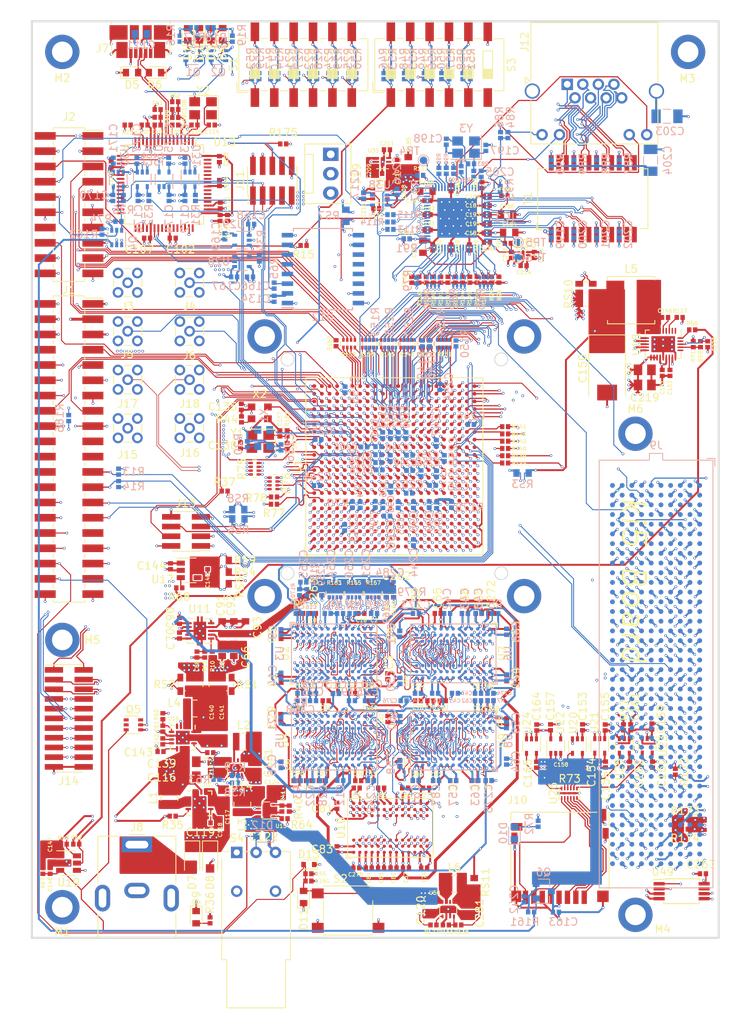
<source format=kicad_pcb>
(kicad_pcb (version 20171130) (host pcbnew 5.0.0-rc3-6a2723a~65~ubuntu16.04.1)

  (general
    (thickness 1.6)
    (drawings 9)
    (tracks 44425)
    (zones 0)
    (modules 546)
    (nets 814)
  )

  (page A3)
  (layers
    (0 F.Cu mixed)
    (1 In1.Cu power)
    (2 In2.Cu mixed)
    (3 In3.Cu mixed)
    (4 In4.Cu mixed)
    (5 In5.Cu mixed)
    (6 In6.Cu mixed)
    (31 B.Cu mixed)
    (32 B.Adhes user)
    (33 F.Adhes user)
    (34 B.Paste user)
    (35 F.Paste user)
    (36 B.SilkS user)
    (37 F.SilkS user)
    (38 B.Mask user)
    (39 F.Mask user)
    (40 Dwgs.User user)
    (41 Cmts.User user)
    (42 Eco1.User user)
    (43 Eco2.User user)
    (44 Edge.Cuts user)
    (45 Margin user)
    (46 B.CrtYd user)
    (47 F.CrtYd user)
    (48 B.Fab user)
    (49 F.Fab user)
  )

  (setup
    (last_trace_width 0.0762)
    (user_trace_width 0.0762)
    (user_trace_width 0.127)
    (user_trace_width 0.2032)
    (user_trace_width 0.254)
    (user_trace_width 0.381)
    (trace_clearance 0.0762)
    (zone_clearance 0.254)
    (zone_45_only no)
    (trace_min 0.0762)
    (segment_width 0.2)
    (edge_width 0.1)
    (via_size 0.3556)
    (via_drill 0.2032)
    (via_min_size 0.3556)
    (via_min_drill 0.2032)
    (uvia_size 0.3)
    (uvia_drill 0.1)
    (uvias_allowed no)
    (uvia_min_size 0.2)
    (uvia_min_drill 0.1)
    (pcb_text_width 0.3)
    (pcb_text_size 1.5 1.5)
    (mod_edge_width 0.15)
    (mod_text_size 1 1)
    (mod_text_width 0.15)
    (pad_size 0.64 2.03)
    (pad_drill 0)
    (pad_to_mask_clearance 0)
    (aux_axis_origin 0 0)
    (visible_elements FFFFFF7F)
    (pcbplotparams
      (layerselection 0x010fc_ffffffff)
      (usegerberextensions false)
      (usegerberattributes false)
      (usegerberadvancedattributes false)
      (creategerberjobfile false)
      (excludeedgelayer true)
      (linewidth 0.100000)
      (plotframeref false)
      (viasonmask false)
      (mode 1)
      (useauxorigin false)
      (hpglpennumber 1)
      (hpglpenspeed 20)
      (hpglpendiameter 15.000000)
      (psnegative false)
      (psa4output false)
      (plotreference true)
      (plotvalue true)
      (plotinvisibletext false)
      (padsonsilk false)
      (subtractmaskfromsilk false)
      (outputformat 1)
      (mirror false)
      (drillshape 0)
      (scaleselection 1)
      (outputdirectory "Gerber/"))
  )

  (net 0 "")
  (net 1 +1V2)
  (net 2 VD)
  (net 3 VDD_DDR_VPP_N)
  (net 4 +3V3)
  (net 5 VAA)
  (net 6 VCCQ)
  (net 7 /FT2232/VPLL_FT)
  (net 8 VDDA)
  (net 9 /FT2232/VPHY_FT)
  (net 10 "Net-(C111-Pad2)")
  (net 11 "Net-(C114-Pad2)")
  (net 12 "Net-(C115-Pad2)")
  (net 13 +5V)
  (net 14 +12V)
  (net 15 "Net-(C119-Pad2)")
  (net 16 VDD_GIVDD_P)
  (net 17 VDD_DDRPLL_N)
  (net 18 AVDD_DDRPLL_N)
  (net 19 VDD_GIVDD_N)
  (net 20 VDD_GEMGXLPLL_N)
  (net 21 VDD_IO_N)
  (net 22 "Net-(C137-Pad2)")
  (net 23 "Net-(C138-Pad2)")
  (net 24 VMEM)
  (net 25 "Net-(C142-Pad2)")
  (net 26 "Net-(C142-Pad1)")
  (net 27 "Net-(C143-Pad1)")
  (net 28 AVDD_DDRPLL_P)
  (net 29 "Net-(C146-Pad1)")
  (net 30 "Net-(C146-Pad2)")
  (net 31 /Power.sch/PWR_ON)
  (net 32 VDD_DDRPLL_P)
  (net 33 "Net-(C152-Pad2)")
  (net 34 +3.3VA)
  (net 35 +1V0)
  (net 36 "Net-(C181-Pad1)")
  (net 37 +2V5)
  (net 38 "Net-(C193-Pad1)")
  (net 39 "Net-(C197-Pad2)")
  (net 40 "Net-(C198-Pad2)")
  (net 41 /Ethernet/P0_D2_N)
  (net 42 "Net-(C200-Pad2)")
  (net 43 "Net-(C201-Pad2)")
  (net 44 "Net-(C202-Pad2)")
  (net 45 "Net-(C204-Pad2)")
  (net 46 "Net-(C205-Pad1)")
  (net 47 VDD_OTP_N)
  (net 48 VDD_COREPLL_N)
  (net 49 "Net-(C211-Pad2)")
  (net 50 "Net-(C220-Pad2)")
  (net 51 RESET_N)
  (net 52 VDD)
  (net 53 "Net-(C265-Pad2)")
  (net 54 DDR_CLK_P)
  (net 55 DDR_CLK_N)
  (net 56 +3.3VP)
  (net 57 VDD_DDR_VPP_P)
  (net 58 "Net-(D1-Pad2)")
  (net 59 "Net-(D1-Pad1)")
  (net 60 "Net-(D2-Pad2)")
  (net 61 "Net-(D2-Pad1)")
  (net 62 "Net-(D3-Pad1)")
  (net 63 "Net-(D3-Pad2)")
  (net 64 "Net-(D4-Pad1)")
  (net 65 "Net-(D4-Pad2)")
  (net 66 /FT2232/USB_D_P)
  (net 67 /FT2232/USB_D_N)
  (net 68 "Net-(D7-Pad2)")
  (net 69 "Net-(D9-Pad2)")
  (net 70 /Freedom-U540_2/SD_CD)
  (net 71 "Net-(IC1-Pad1)")
  (net 72 /Ethernet/P0_D2_P)
  (net 73 /Ethernet/P0_D1_N)
  (net 74 /Ethernet/P0_D1_P)
  (net 75 /Ethernet/P0_D0_N)
  (net 76 /Ethernet/P0_D0_P)
  (net 77 "Net-(IC1-Pad15)")
  (net 78 "Net-(IC1-Pad16)")
  (net 79 /Ethernet/COL)
  (net 80 /Ethernet/CRS)
  (net 81 /Ethernet/RXD7)
  (net 82 /Ethernet/RXD6)
  (net 83 /Ethernet/RXD5)
  (net 84 /Ethernet/RXD4)
  (net 85 /Ethernet/RXD3)
  (net 86 /Ethernet/RXD2)
  (net 87 /Ethernet/RXD1)
  (net 88 /Ethernet/RXD0)
  (net 89 /Ethernet/RX_DV)
  (net 90 /Ethernet/RX_ER)
  (net 91 /Ethernet/RX_CLK)
  (net 92 GEMGXL_TX_EN)
  (net 93 GEMGXL_TX_ER)
  (net 94 /Ethernet/TX_CLK)
  (net 95 GEMGXL_GTX_CLK)
  (net 96 GEMGXL_TXD0)
  (net 97 GEMGXL_TXD1)
  (net 98 GEMGXL_TXD2)
  (net 99 GEMGXL_TXD3)
  (net 100 GEMGXL_TXD4)
  (net 101 GEMGXL_TXD5)
  (net 102 GEMGXL_TXD6)
  (net 103 GEMGXL_TXD7)
  (net 104 GEMGXL_MDC)
  (net 105 GEMGXL_MDIO)
  (net 106 /Ethernet/GEMGXL_MDINT)
  (net 107 /Ethernet/FASTLINK_FAIL_2V5)
  (net 108 /Ethernet/GEMGXL_RST_2V5)
  (net 109 /Ethernet/CLKOUT)
  (net 110 "Net-(IC1-Pad55)")
  (net 111 "Net-(IC1-Pad56)")
  (net 112 /Ethernet/CLK_SQUELCH_IN)
  (net 113 /Ethernet/ELED1)
  (net 114 /Ethernet/ELED0)
  (net 115 "Net-(IC1-Pad61)")
  (net 116 "Net-(IC1-Pad62)")
  (net 117 "Net-(IC1-Pad64)")
  (net 118 "Net-(IC1-Pad65)")
  (net 119 "Net-(IC1-Pad66)")
  (net 120 PWR_BTN_N)
  (net 121 UART0_TX)
  (net 122 UART0_RX)
  (net 123 /Freedom-U540_2/QSPI1_SCK_R)
  (net 124 /Freedom-U540_2/QSPI1_DQ1_R)
  (net 125 /Freedom-U540_2/UART1_TX)
  (net 126 /Freedom-U540_2/QSPI1_CS0_R)
  (net 127 /Freedom-U540_2/UART1_RX)
  (net 128 /Freedom-U540_2/QSPI1_DQ0_R)
  (net 129 /Freedom-U540_2/I2C0_SCL)
  (net 130 /Freedom-U540_2/I2C0_SDA)
  (net 131 "Net-(J1-Pad19)")
  (net 132 "Net-(J1-Pad20)")
  (net 133 "Net-(J1-Pad21)")
  (net 134 "Net-(J1-Pad22)")
  (net 135 /Freedom-U540_2/GPIO0)
  (net 136 /Freedom-U540_2/GPIO1)
  (net 137 /Freedom-U540_2/GPIO2)
  (net 138 /Freedom-U540_2/GPIO3)
  (net 139 /Freedom-U540_2/GPIO4)
  (net 140 /Freedom-U540_2/GPIO5)
  (net 141 /Freedom-U540_2/GPIO6)
  (net 142 /Freedom-U540_2/GPIO7)
  (net 143 /Freedom-U540_2/GPIO8)
  (net 144 /Freedom-U540_2/GPIO9)
  (net 145 /Freedom-U540_2/GPIO15)
  (net 146 /Freedom-U540_2/PWM0_0)
  (net 147 /Freedom-U540_2/PWM0_2)
  (net 148 /Freedom-U540_2/PWM0_1)
  (net 149 /Freedom-U540_2/PWM0_3)
  (net 150 GEMGXL_RST)
  (net 151 /Freedom-U540_2/QSPI1_DQ2_R)
  (net 152 FASTLINK_FAIL)
  (net 153 /Freedom-U540_2/QSPI1_DQ3_R)
  (net 154 /Freedom-U540_2/EN_VDD_SD)
  (net 155 /Freedom-U540_2/QSPI1_CS1_R)
  (net 156 /Freedom-U540_2/QSPI1_CS2_R)
  (net 157 /Freedom-U540_2/QSPI1_CS3_R)
  (net 158 /Freedom-U540_2/PWM1_0)
  (net 159 /Freedom-U540_2/PWM1_1)
  (net 160 /Freedom-U540_2/PWM1_2)
  (net 161 /Freedom-U540_2/PWM1_3)
  (net 162 /Freedom-U540_2/IO_PRCI_RSVD2)
  (net 163 /Freedom-U540_2/IO_PRCI_RSVD13)
  (net 164 /Freedom-U540_2/IO_PRCI_RSVD14)
  (net 165 /Freedom-U540_2/IO_PRCI_RSVD15)
  (net 166 "Net-(J7-Pad4)")
  (net 167 "Net-(J9-PadK40)")
  (net 168 "Net-(J9-PadK38)")
  (net 169 "Net-(J9-PadK37)")
  (net 170 "Net-(J9-PadK35)")
  (net 171 "Net-(J9-PadK34)")
  (net 172 "Net-(J9-PadK32)")
  (net 173 "Net-(J9-PadK31)")
  (net 174 "Net-(J9-PadK29)")
  (net 175 "Net-(J9-PadK28)")
  (net 176 "Net-(J9-PadK26)")
  (net 177 "Net-(J9-PadK25)")
  (net 178 "Net-(J9-PadK23)")
  (net 179 "Net-(J9-PadK22)")
  (net 180 "Net-(J9-PadK20)")
  (net 181 "Net-(J9-PadK19)")
  (net 182 "Net-(J9-PadK17)")
  (net 183 "Net-(J9-PadK16)")
  (net 184 "Net-(J9-PadK14)")
  (net 185 "Net-(J9-PadK13)")
  (net 186 "Net-(J9-PadK11)")
  (net 187 "Net-(J9-PadK10)")
  (net 188 "Net-(J9-PadK8)")
  (net 189 "Net-(J9-PadK7)")
  (net 190 "Net-(J9-PadK5)")
  (net 191 "Net-(J9-PadK4)")
  (net 192 "Net-(J9-PadK1)")
  (net 193 "Net-(J9-PadJ39)")
  (net 194 "Net-(J9-PadJ37)")
  (net 195 "Net-(J9-PadJ36)")
  (net 196 "Net-(J9-PadJ34)")
  (net 197 "Net-(J9-PadJ33)")
  (net 198 "Net-(J9-PadJ31)")
  (net 199 "Net-(J9-PadJ30)")
  (net 200 "Net-(J9-PadJ28)")
  (net 201 "Net-(J9-PadJ27)")
  (net 202 "Net-(J9-PadJ25)")
  (net 203 "Net-(J9-PadJ24)")
  (net 204 "Net-(J9-PadJ22)")
  (net 205 "Net-(J9-PadJ21)")
  (net 206 "Net-(J9-PadJ19)")
  (net 207 "Net-(J9-PadJ18)")
  (net 208 "Net-(J9-PadJ16)")
  (net 209 "Net-(J9-PadJ15)")
  (net 210 "Net-(J9-PadJ13)")
  (net 211 "Net-(J9-PadJ12)")
  (net 212 "Net-(J9-PadJ10)")
  (net 213 "Net-(J9-PadJ9)")
  (net 214 "Net-(J9-PadJ7)")
  (net 215 "Net-(J9-PadJ6)")
  (net 216 "Net-(J9-PadJ3)")
  (net 217 "Net-(J9-PadJ2)")
  (net 218 "Net-(J9-PadF40)")
  (net 219 "Net-(J9-PadF38)")
  (net 220 "Net-(J9-PadF37)")
  (net 221 "Net-(J9-PadF35)")
  (net 222 "Net-(J9-PadF34)")
  (net 223 "Net-(J9-PadF32)")
  (net 224 "Net-(J9-PadF31)")
  (net 225 "Net-(J9-PadF29)")
  (net 226 "Net-(J9-PadF28)")
  (net 227 "Net-(J9-PadF26)")
  (net 228 "Net-(J9-PadF25)")
  (net 229 "Net-(J9-PadF23)")
  (net 230 "Net-(J9-PadF22)")
  (net 231 "Net-(J9-PadF20)")
  (net 232 "Net-(J9-PadF19)")
  (net 233 "Net-(J9-PadF17)")
  (net 234 "Net-(J9-PadF16)")
  (net 235 "Net-(J9-PadF14)")
  (net 236 "Net-(J9-PadF13)")
  (net 237 "Net-(J9-PadF11)")
  (net 238 "Net-(J9-PadF10)")
  (net 239 "Net-(J9-PadF8)")
  (net 240 "Net-(J9-PadF7)")
  (net 241 "Net-(J9-PadF5)")
  (net 242 "Net-(J9-PadF4)")
  (net 243 PG_1V8)
  (net 244 "Net-(J9-PadE39)")
  (net 245 "Net-(J9-PadE37)")
  (net 246 "Net-(J9-PadE36)")
  (net 247 "Net-(J9-PadE34)")
  (net 248 "Net-(J9-PadE33)")
  (net 249 "Net-(J9-PadE31)")
  (net 250 "Net-(J9-PadE30)")
  (net 251 "Net-(J9-PadE28)")
  (net 252 "Net-(J9-PadE27)")
  (net 253 "Net-(J9-PadE25)")
  (net 254 "Net-(J9-PadE24)")
  (net 255 "Net-(J9-PadE22)")
  (net 256 "Net-(J9-PadE21)")
  (net 257 "Net-(J9-PadE19)")
  (net 258 "Net-(J9-PadE18)")
  (net 259 "Net-(J9-PadE16)")
  (net 260 "Net-(J9-PadE15)")
  (net 261 "Net-(J9-PadE13)")
  (net 262 "Net-(J9-PadE12)")
  (net 263 "Net-(J9-PadE10)")
  (net 264 "Net-(J9-PadE9)")
  (net 265 "Net-(J9-PadE7)")
  (net 266 "Net-(J9-PadE6)")
  (net 267 "Net-(J9-PadE3)")
  (net 268 "Net-(J9-PadE2)")
  (net 269 "Net-(J9-PadA39)")
  (net 270 "Net-(J9-PadA38)")
  (net 271 "Net-(J9-PadA35)")
  (net 272 "Net-(J9-PadA34)")
  (net 273 "Net-(J9-PadA31)")
  (net 274 "Net-(J9-PadA30)")
  (net 275 "Net-(J9-PadA27)")
  (net 276 "Net-(J9-PadA26)")
  (net 277 "Net-(J9-PadA23)")
  (net 278 "Net-(J9-PadA22)")
  (net 279 "Net-(J9-PadA19)")
  (net 280 "Net-(J9-PadA18)")
  (net 281 "Net-(J9-PadA15)")
  (net 282 "Net-(J9-PadA14)")
  (net 283 "Net-(J9-PadA11)")
  (net 284 "Net-(J9-PadA10)")
  (net 285 "Net-(J9-PadA7)")
  (net 286 "Net-(J9-PadA6)")
  (net 287 "Net-(J9-PadA3)")
  (net 288 "Net-(J9-PadA2)")
  (net 289 "Net-(J9-PadB40)")
  (net 290 "Net-(J9-PadB37)")
  (net 291 "Net-(J9-PadB36)")
  (net 292 "Net-(J9-PadB33)")
  (net 293 "Net-(J9-PadB32)")
  (net 294 "Net-(J9-PadB29)")
  (net 295 "Net-(J9-PadB28)")
  (net 296 "Net-(J9-PadB25)")
  (net 297 "Net-(J9-PadB24)")
  (net 298 "Net-(J9-PadB21)")
  (net 299 "Net-(J9-PadB20)")
  (net 300 "Net-(J9-PadB17)")
  (net 301 "Net-(J9-PadB16)")
  (net 302 "Net-(J9-PadB13)")
  (net 303 "Net-(J9-PadB12)")
  (net 304 "Net-(J9-PadB9)")
  (net 305 "Net-(J9-PadB8)")
  (net 306 "Net-(J9-PadB5)")
  (net 307 "Net-(J9-PadB4)")
  (net 308 "Net-(J9-PadB1)")
  (net 309 CHIPLINK_RX_CLK)
  (net 310 "Net-(J9-PadG3)")
  (net 311 CHIPLINK_TX_DAT0)
  (net 312 CHIPLINK_TX_DAT1)
  (net 313 CHIPLINK_TX_DAT6)
  (net 314 CHIPLINK_TX_DAT7)
  (net 315 CHIPLINK_TX_DAT16)
  (net 316 CHIPLINK_TX_DAT17)
  (net 317 CHIPLINK_TX_DAT24)
  (net 318 CHIPLINK_TX_DAT25)
  (net 319 CHIPLINK_TX_SEND)
  (net 320 CHIPLINK_TX_RST)
  (net 321 "Net-(J9-PadG39)")
  (net 322 CHIPLINK_RX_RST)
  (net 323 CHIPLINK_RX_SEND)
  (net 324 CHIPLINK_RX_DAT29)
  (net 325 CHIPLINK_RX_DAT28)
  (net 326 CHIPLINK_RX_DAT25)
  (net 327 CHIPLINK_RX_DAT24)
  (net 328 CHIPLINK_RX_DAT17)
  (net 329 CHIPLINK_RX_DAT16)
  (net 330 CHIPLINK_RX_DAT11)
  (net 331 CHIPLINK_RX_DAT10)
  (net 332 CHIPLINK_RX_DAT7)
  (net 333 CHIPLINK_RX_DAT6)
  (net 334 CHIPLINK_RX_DAT4)
  (net 335 CHIPLINK_RX_DAT5)
  (net 336 CHIPLINK_RX_DAT8)
  (net 337 CHIPLINK_RX_DAT9)
  (net 338 CHIPLINK_RX_DAT14)
  (net 339 CHIPLINK_RX_DAT15)
  (net 340 CHIPLINK_RX_DAT22)
  (net 341 CHIPLINK_RX_DAT23)
  (net 342 CHIPLINK_RX_DAT26)
  (net 343 CHIPLINK_RX_DAT27)
  (net 344 CHIPLINK_RX_DAT30)
  (net 345 CHIPLINK_RX_DAT31)
  (net 346 "Net-(J9-PadH40)")
  (net 347 CHIPLINK_TX_DAT31)
  (net 348 CHIPLINK_TX_DAT30)
  (net 349 CHIPLINK_TX_DAT23)
  (net 350 CHIPLINK_TX_DAT22)
  (net 351 CHIPLINK_TX_DAT15)
  (net 352 CHIPLINK_TX_DAT14)
  (net 353 CHIPLINK_TX_DAT9)
  (net 354 CHIPLINK_TX_DAT8)
  (net 355 CHIPLINK_TX_DAT5)
  (net 356 CHIPLINK_TX_DAT4)
  (net 357 "Net-(J9-PadH5)")
  (net 358 CHIPLINK_TX_CLK)
  (net 359 "Net-(J9-PadD1)")
  (net 360 "Net-(J9-PadD4)")
  (net 361 "Net-(J9-PadD5)")
  (net 362 CHIPLINK_TX_DAT2)
  (net 363 CHIPLINK_TX_DAT3)
  (net 364 CHIPLINK_TX_DAT10)
  (net 365 CHIPLINK_TX_DAT11)
  (net 366 CHIPLINK_TX_DAT18)
  (net 367 CHIPLINK_TX_DAT19)
  (net 368 CHIPLINK_TX_DAT26)
  (net 369 CHIPLINK_TX_DAT27)
  (net 370 CHIPLINK_RX_DAT0)
  (net 371 "Net-(J9-PadD40)")
  (net 372 "Net-(J9-PadD38)")
  (net 373 "Net-(J9-PadD36)")
  (net 374 /FMC.sch/FMC_GA1)
  (net 375 "Net-(J9-PadD34)")
  (net 376 "Net-(J9-PadD33)")
  (net 377 "Net-(J9-PadD31)")
  (net 378 "Net-(J9-PadD30)")
  (net 379 "Net-(J9-PadD29)")
  (net 380 CHIPLINK_RX_DAT19)
  (net 381 CHIPLINK_RX_DAT18)
  (net 382 CHIPLINK_RX_DAT13)
  (net 383 CHIPLINK_RX_DAT12)
  (net 384 CHIPLINK_RX_DAT1)
  (net 385 CHIPLINK_RX_DAT2)
  (net 386 CHIPLINK_RX_DAT3)
  (net 387 CHIPLINK_RX_DAT20)
  (net 388 CHIPLINK_RX_DAT21)
  (net 389 /FMC.sch/FMC_SCL)
  (net 390 /FMC.sch/FMC_SDA)
  (net 391 /FMC.sch/FMC_GA0)
  (net 392 "Net-(J9-PadC35)")
  (net 393 "Net-(J9-PadC39)")
  (net 394 CHIPLINK_TX_DAT29)
  (net 395 CHIPLINK_TX_DAT28)
  (net 396 CHIPLINK_TX_DAT21)
  (net 397 CHIPLINK_TX_DAT20)
  (net 398 CHIPLINK_TX_DAT13)
  (net 399 CHIPLINK_TX_DAT12)
  (net 400 "Net-(J9-PadC7)")
  (net 401 "Net-(J9-PadC6)")
  (net 402 "Net-(J9-PadC3)")
  (net 403 "Net-(J9-PadC2)")
  (net 404 /Freedom-U540_2/QSPI2_HOLD_CON)
  (net 405 /Freedom-U540_2/QSPI2_MISO_CON)
  (net 406 /Freedom-U540_2/QSPI2_SCK_CON)
  (net 407 /Freedom-U540_2/QSPI2_MOSI_CON)
  (net 408 /Freedom-U540_2/QSPI2_CS_CON)
  (net 409 /Freedom-U540_2/QSPI2_WP_CON)
  (net 410 JTAG_TCK)
  (net 411 JTAG_TDO)
  (net 412 JTAG_TMS)
  (net 413 "Net-(J11-Pad7)")
  (net 414 "Net-(J11-Pad8)")
  (net 415 JTAG_TDI)
  (net 416 /Ethernet/MX4_N)
  (net 417 /Ethernet/MX2_N)
  (net 418 /Ethernet/MX3_P)
  (net 419 /Ethernet/MX1_N)
  (net 420 /Ethernet/MX3_N)
  (net 421 /Ethernet/MX2_P)
  (net 422 /Ethernet/MX1_P)
  (net 423 "Net-(J12-Pad9)")
  (net 424 "Net-(J12-Pad11)")
  (net 425 /Freedom-U540_2/IO_PRCI_RSVD3)
  (net 426 /Freedom-U540_2/IO_PRCI_RSVD4)
  (net 427 /Freedom-U540_2/IO_PRCI_RSVD5)
  (net 428 /Freedom-U540_2/IO_PRCI_RSVD6)
  (net 429 /Freedom-U540_2/IO_PRCI_RSVD7)
  (net 430 /Freedom-U540_2/IO_PRCI_RSVD8)
  (net 431 /Freedom-U540_2/IO_PRCI_RSVD9)
  (net 432 VDD_SOC_CORE_P)
  (net 433 VDD_SOC_CORE_N)
  (net 434 VDD_DDR_SOC_P)
  (net 435 VDD_DDR_SOC_N)
  (net 436 VDD_DDR_MEM_P)
  (net 437 VDD_DDR_MEM_N)
  (net 438 /Freedom-U540_1/IO_DDR_RSVD0)
  (net 439 /Freedom-U540_1/IO_DDR_RSVD1)
  (net 440 /Freedom-U540_1/IO_DDR_RSVD2)
  (net 441 /Freedom-U540_1/IO_DDR_RSVD3)
  (net 442 "Net-(J19-Pad1)")
  (net 443 "Net-(L1-Pad1)")
  (net 444 "Net-(L2-Pad1)")
  (net 445 "Net-(L3-Pad1)")
  (net 446 "Net-(L4-Pad1)")
  (net 447 "Net-(L6-Pad1)")
  (net 448 "Net-(Q4-Pad3)")
  (net 449 /FT2232/FT_JTAG_SRST)
  (net 450 "Net-(R1-Pad2)")
  (net 451 "Net-(R2-Pad2)")
  (net 452 "Net-(R3-Pad2)")
  (net 453 "Net-(R4-Pad2)")
  (net 454 "Net-(R5-Pad2)")
  (net 455 "Net-(R6-Pad2)")
  (net 456 "Net-(R7-Pad2)")
  (net 457 "Net-(R8-Pad2)")
  (net 458 "Net-(R9-Pad2)")
  (net 459 /Freedom-U540_2/QSPI2_CS_R)
  (net 460 /Freedom-U540_2/QSPI0_CS)
  (net 461 "Net-(R20-Pad2)")
  (net 462 /Freedom-U540_2/MSEL0)
  (net 463 /Freedom-U540_2/MSEL1)
  (net 464 /Freedom-U540_2/MSEL2)
  (net 465 /Freedom-U540_2/MSEL3)
  (net 466 "Net-(R26-Pad2)")
  (net 467 "Net-(R31-Pad2)")
  (net 468 "Net-(R32-Pad2)")
  (net 469 "Net-(R33-Pad2)")
  (net 470 "Net-(R34-Pad2)")
  (net 471 "Net-(R35-Pad1)")
  (net 472 PORESET_N)
  (net 473 "Net-(R38-Pad1)")
  (net 474 "Net-(R40-Pad1)")
  (net 475 /Power.sch/PWR_EN1)
  (net 476 /Power.sch/EN_DDR)
  (net 477 "Net-(R44-Pad1)")
  (net 478 /Freedom-U540_2/IO_PRCI_RSVD0)
  (net 479 /Freedom-U540_2/RTCXSEL)
  (net 480 /Freedom-U540_2/IO_PRCI_RSVD1)
  (net 481 /Freedom-U540_2/IO_PRCI_RSVD10)
  (net 482 /Freedom-U540_2/IO_PRCI_RSVD12)
  (net 483 /Freedom-U540_2/IO_PRCI_RSVD11)
  (net 484 /Freedom-U540_2/HFXSEL)
  (net 485 "Net-(R60-Pad1)")
  (net 486 /Power.sch/PWR_EN2)
  (net 487 /Power.sch/EN_3V3)
  (net 488 /Power.sch/EN_1V8)
  (net 489 "Net-(R65-Pad2)")
  (net 490 /Power.sch/EN_CORE)
  (net 491 /Power.sch/EN_PLL)
  (net 492 "Net-(R69-Pad1)")
  (net 493 "Net-(R70-Pad2)")
  (net 494 /Freedom-U540_2/QSPI2_MISO_3V3)
  (net 495 /Freedom-U540_1/GEMGXL_TXD3_R)
  (net 496 /Freedom-U540_1/GEMGXL_TXD2_R)
  (net 497 /Freedom-U540_1/GEMGXL_TXD0_R)
  (net 498 /Freedom-U540_1/GEMGXL_TXD1_R)
  (net 499 /Freedom-U540_1/GEMGXL_TXD7_R)
  (net 500 /Freedom-U540_1/GEMGXL_TXD6_R)
  (net 501 /Freedom-U540_1/GEMGXL_TXD4_R)
  (net 502 /Freedom-U540_1/GEMGXL_TXD5_R)
  (net 503 /Freedom-U540_1/GEMGXL_TX_EN_R)
  (net 504 /Freedom-U540_1/GEMGXL_TX_ER_R)
  (net 505 GEMGXL_RX_CLK)
  (net 506 GEMGXL_RX_DV)
  (net 507 GEMGXL_RX_ER)
  (net 508 GEMGXL_RXD0)
  (net 509 GEMGXL_RXD1)
  (net 510 GEMGXL_RXD5)
  (net 511 GEMGXL_RXD4)
  (net 512 GEMGXL_RXD2)
  (net 513 GEMGXL_RXD3)
  (net 514 GEMGXL_RXD7)
  (net 515 GEMGXL_RXD6)
  (net 516 GEMGXL_RX_CRS)
  (net 517 GEMGXL_RX_COL)
  (net 518 "Net-(R87-Pad2)")
  (net 519 "Net-(R89-Pad2)")
  (net 520 "Net-(R90-Pad2)")
  (net 521 GEMGXL_TX_CLK)
  (net 522 "Net-(R117-Pad1)")
  (net 523 "Net-(R138-Pad1)")
  (net 524 /Freedom-U540_2/QSPI2_SCK_R)
  (net 525 /Freedom-U540_2/QSPI2_SCK)
  (net 526 /Freedom-U540_2/QSPI2_HOLD)
  (net 527 /Freedom-U540_2/QSPI2_HOLD_R)
  (net 528 /Freedom-U540_2/QSPI2_MOSI)
  (net 529 /Freedom-U540_2/QSPI2_MOSI_R)
  (net 530 /Freedom-U540_2/QSPI2_MISO_R)
  (net 531 /Freedom-U540_2/QSPI2_MISO)
  (net 532 /Freedom-U540_2/QSPI2_WP)
  (net 533 /Freedom-U540_2/QSPI2_WP_R)
  (net 534 /Freedom-U540_2/QSPI2_CS)
  (net 535 /Freedom-U540_1/CHIPLINK_TX_DAT18_R)
  (net 536 /Freedom-U540_1/CHIPLINK_TX_DAT24_R)
  (net 537 /Freedom-U540_1/CHIPLINK_TX_DAT29_R)
  (net 538 /Freedom-U540_1/CHIPLINK_TX_DAT26_R)
  (net 539 /Freedom-U540_1/CHIPLINK_TX_DAT22_R)
  (net 540 /Freedom-U540_1/CHIPLINK_TX_DAT14_R)
  (net 541 /Freedom-U540_1/CHIPLINK_TX_DAT25_R)
  (net 542 /Freedom-U540_1/CHIPLINK_TX_DAT16_R)
  (net 543 /Freedom-U540_1/CHIPLINK_TX_DAT13_R)
  (net 544 /Freedom-U540_1/CHIPLINK_TX_DAT8_R)
  (net 545 /Freedom-U540_1/CHIPLINK_TX_DAT10_R)
  (net 546 /Freedom-U540_1/CHIPLINK_TX_DAT17_R)
  (net 547 /Freedom-U540_1/CHIPLINK_TX_CLK_R)
  (net 548 /Freedom-U540_1/CHIPLINK_TX_SEND_R)
  (net 549 /Freedom-U540_1/CHIPLINK_TX_RST_R)
  (net 550 /Freedom-U540_1/CHIPLINK_TX_DAT7_R)
  (net 551 /Freedom-U540_1/CHIPLINK_TX_DAT5_R)
  (net 552 /Freedom-U540_1/CHIPLINK_TX_DAT11_R)
  (net 553 /Freedom-U540_1/CHIPLINK_TX_DAT9_R)
  (net 554 /Freedom-U540_1/CHIPLINK_TX_DAT21_R)
  (net 555 /Freedom-U540_1/CHIPLINK_TX_DAT6_R)
  (net 556 /Freedom-U540_1/CHIPLINK_TX_DAT2_R)
  (net 557 /Freedom-U540_1/CHIPLINK_TX_DAT12_R)
  (net 558 /Freedom-U540_1/CHIPLINK_TX_DAT31_R)
  (net 559 /Freedom-U540_1/CHIPLINK_TX_DAT30_R)
  (net 560 /Freedom-U540_1/CHIPLINK_TX_DAT27_R)
  (net 561 /Freedom-U540_1/CHIPLINK_TX_DAT28_R)
  (net 562 /Freedom-U540_1/CHIPLINK_TX_DAT0_R)
  (net 563 /Freedom-U540_1/CHIPLINK_TX_DAT1_R)
  (net 564 /Freedom-U540_1/CHIPLINK_TX_DAT3_R)
  (net 565 /Freedom-U540_1/CHIPLINK_TX_DAT4_R)
  (net 566 /Freedom-U540_1/CHIPLINK_TX_DAT19_R)
  (net 567 /Freedom-U540_1/CHIPLINK_TX_DAT23_R)
  (net 568 /Freedom-U540_1/CHIPLINK_TX_DAT20_R)
  (net 569 /Freedom-U540_1/CHIPLINK_TX_DAT15_R)
  (net 570 /Freedom-U540_2/QSPI1_DQ1)
  (net 571 /Freedom-U540_2/QSPI1_DQ3)
  (net 572 /Freedom-U540_2/QSPI1_CS3)
  (net 573 /Freedom-U540_2/QSPI1_CS0)
  (net 574 /Freedom-U540_2/QSPI1_CS2)
  (net 575 /Freedom-U540_2/QSPI1_SCK)
  (net 576 /Freedom-U540_2/QSPI1_DQ0)
  (net 577 /Freedom-U540_2/QSPI1_CS1)
  (net 578 /Freedom-U540_2/QSPI1_DQ2)
  (net 579 DDR_ODT)
  (net 580 DDR_CKE)
  (net 581 DDR_CKE1)
  (net 582 DDR_WE_N)
  (net 583 DDR_CS0_N)
  (net 584 DDR_CAS_N)
  (net 585 DDR_CS1_N)
  (net 586 DDR_RAS_N)
  (net 587 DDR_BA0)
  (net 588 DDR_BG0)
  (net 589 DDR_A10)
  (net 590 DDR_ACT_N)
  (net 591 DDR_BA1)
  (net 592 DDR_BG1)
  (net 593 DDR_A3)
  (net 594 DDR_A12)
  (net 595 DDR_A4)
  (net 596 DDR_A0)
  (net 597 DDR_A6)
  (net 598 DDR_A8)
  (net 599 DDR_A1)
  (net 600 DDR_A9)
  (net 601 DDR_A5)
  (net 602 DDR_A7)
  (net 603 DDR_A13)
  (net 604 /Power.sch/EN_DDR_VPP)
  (net 605 DDR_ALERT_N)
  (net 606 DDR_PARITY_IN)
  (net 607 DDR_A11)
  (net 608 DDR_A2)
  (net 609 "Net-(R183-Pad2)")
  (net 610 DDR_ODT1)
  (net 611 /Freedom-U540_2/GPIO10)
  (net 612 "Net-(S3-Pad6)")
  (net 613 "Net-(S4-Pad1)")
  (net 614 /Freedom-U540_2/RTCXALTCLKIN)
  (net 615 /Freedom-U540_2/HFXCLKIN)
  (net 616 /Freedom-U540_2/QSPI0_DQ3)
  (net 617 /Freedom-U540_2/QSPI0_SCK)
  (net 618 /Freedom-U540_2/QSPI0_DQ0)
  (net 619 /Freedom-U540_2/QSPI0_DQ1)
  (net 620 /Freedom-U540_2/QSPI0_DQ2)
  (net 621 "Net-(U2-PadN7)")
  (net 622 "Net-(U2-PadA3)")
  (net 623 "Net-(U3-PadN7)")
  (net 624 "Net-(U3-PadA3)")
  (net 625 "Net-(U4-PadA3)")
  (net 626 "Net-(U4-PadN7)")
  (net 627 "Net-(U5-PadN7)")
  (net 628 "Net-(U5-PadA3)")
  (net 629 "Net-(U6-PadA3)")
  (net 630 "Net-(U6-PadN7)")
  (net 631 "Net-(U7-PadA3)")
  (net 632 "Net-(U7-PadN7)")
  (net 633 "Net-(U8-PadN7)")
  (net 634 "Net-(U8-PadA3)")
  (net 635 "Net-(U9-PadA3)")
  (net 636 "Net-(U9-PadN7)")
  (net 637 "Net-(U10-PadA3)")
  (net 638 "Net-(U10-PadN7)")
  (net 639 "Net-(U12-Pad4)")
  (net 640 "Net-(U12-Pad5)")
  (net 641 "Net-(U12-Pad6)")
  (net 642 "Net-(U12-Pad11)")
  (net 643 "Net-(U12-Pad12)")
  (net 644 "Net-(U12-Pad13)")
  (net 645 "Net-(U12-Pad14)")
  (net 646 /FT2232/FT_JTAG_TCK)
  (net 647 /FT2232/FT_JTAG_TDI)
  (net 648 /FT2232/FT_JTAG_TDO)
  (net 649 /FT2232/FT_JTAG_TMS)
  (net 650 "Net-(U13-Pad21)")
  (net 651 "Net-(U13-Pad23)")
  (net 652 "Net-(U13-Pad24)")
  (net 653 "Net-(U13-Pad26)")
  (net 654 "Net-(U13-Pad27)")
  (net 655 "Net-(U13-Pad28)")
  (net 656 "Net-(U13-Pad29)")
  (net 657 "Net-(U13-Pad30)")
  (net 658 "Net-(U13-Pad32)")
  (net 659 "Net-(U13-Pad33)")
  (net 660 "Net-(U13-Pad34)")
  (net 661 "Net-(U13-Pad36)")
  (net 662 /FT2232/FT_UART_TX)
  (net 663 /FT2232/FT_UART_RX)
  (net 664 "Net-(U13-Pad40)")
  (net 665 "Net-(U13-Pad41)")
  (net 666 "Net-(U13-Pad43)")
  (net 667 "Net-(U13-Pad44)")
  (net 668 "Net-(U13-Pad45)")
  (net 669 "Net-(U13-Pad46)")
  (net 670 "Net-(U13-Pad48)")
  (net 671 "Net-(U13-Pad52)")
  (net 672 "Net-(U13-Pad53)")
  (net 673 "Net-(U13-Pad54)")
  (net 674 "Net-(U13-Pad55)")
  (net 675 "Net-(U13-Pad57)")
  (net 676 "Net-(U13-Pad58)")
  (net 677 "Net-(U13-Pad59)")
  (net 678 "Net-(U13-Pad60)")
  (net 679 "Net-(U13-Pad61)")
  (net 680 "Net-(U13-Pad62)")
  (net 681 "Net-(U13-Pad63)")
  (net 682 "Net-(U14-Pad6)")
  (net 683 "Net-(U16-Pad4)")
  (net 684 "Net-(U17-Pad4)")
  (net 685 "Net-(U18-Pad1)")
  (net 686 "Net-(U18-Pad2)")
  (net 687 "Net-(U18-Pad4)")
  (net 688 "Net-(U18-Pad24)")
  (net 689 "Net-(U18-Pad27)")
  (net 690 /Freedom-U540_2/QSPI2_SCK_3V3)
  (net 691 /Freedom-U540_2/QSPI2_MOSI_3V3)
  (net 692 /Freedom-U540_2/QSPI2_WP_3V3)
  (net 693 /Freedom-U540_2/QSPI2_HOLD_3V3)
  (net 694 /Freedom-U540_2/QSPI2_CS_3V3)
  (net 695 "Net-(U35-Pad5)")
  (net 696 "Net-(U36-Pad2)")
  (net 697 "Net-(U49-Pad7)")
  (net 698 "Net-(U50-Pad6)")
  (net 699 /DDR4_x8_32b_1/REFIN)
  (net 700 "Net-(R23-Pad2)")
  (net 701 "Net-(U11-Pad9)")
  (net 702 "Net-(C199-Pad2)")
  (net 703 /Ethernet/P0_D3_P)
  (net 704 /Ethernet/P0_D3_N)
  (net 705 /Ethernet/MX4_P)
  (net 706 "Net-(R88-Pad2)")
  (net 707 AGND)
  (net 708 DDR_DQ0)
  (net 709 DDR_DQS0_P)
  (net 710 DDR_RESET_N)
  (net 711 DDR_DQ5)
  (net 712 DDR_DQ3)
  (net 713 DDR_DQ2)
  (net 714 DDR_DQ7)
  (net 715 DDR_DQ1)
  (net 716 DDR_DQ4)
  (net 717 DDR_DQ6)
  (net 718 DDR_DQS0_N)
  (net 719 DDR_DM0)
  (net 720 DDR_DQ13)
  (net 721 DDR_DQS1_P)
  (net 722 DDR_DQ9)
  (net 723 DDR_DQ12)
  (net 724 DDR_DQ10)
  (net 725 DDR_DQ11)
  (net 726 DDR_DQ15)
  (net 727 DDR_DQ14)
  (net 728 DDR_DQ8)
  (net 729 DDR_DQS1_N)
  (net 730 DDR_DM1)
  (net 731 DDR_DQ19)
  (net 732 DDR_DQS2_P)
  (net 733 DDR_DQ17)
  (net 734 DDR_DQ22)
  (net 735 DDR_DQ20)
  (net 736 DDR_DQ18)
  (net 737 DDR_DQ23)
  (net 738 DDR_DQ21)
  (net 739 DDR_DQ16)
  (net 740 DDR_DQS2_N)
  (net 741 DDR_DM2)
  (net 742 DDR_DQ25)
  (net 743 DDR_DQS3_P)
  (net 744 DDR_DQ30)
  (net 745 DDR_DQ29)
  (net 746 DDR_DQ28)
  (net 747 DDR_DQ31)
  (net 748 DDR_DQ27)
  (net 749 DDR_DQ24)
  (net 750 DDR_DQ26)
  (net 751 DDR_DQS3_N)
  (net 752 DDR_DM3)
  (net 753 DDR_DQ39)
  (net 754 DDR_DQS4_P)
  (net 755 DDR_DQ34)
  (net 756 DDR_DQ35)
  (net 757 DDR_DQ33)
  (net 758 DDR_DQ37)
  (net 759 DDR_DQ38)
  (net 760 DDR_DQ32)
  (net 761 DDR_DQ36)
  (net 762 DDR_DQS4_N)
  (net 763 DDR_DM4)
  (net 764 DDR_DQ41)
  (net 765 DDR_DQS5_P)
  (net 766 DDR_DQ44)
  (net 767 DDR_DQ42)
  (net 768 DDR_DQ46)
  (net 769 DDR_DQ47)
  (net 770 DDR_DQ43)
  (net 771 DDR_DQ40)
  (net 772 DDR_DQ45)
  (net 773 DDR_DQS5_N)
  (net 774 DDR_DM5)
  (net 775 DDR_DQ53)
  (net 776 DDR_DQS6_P)
  (net 777 DDR_DQ49)
  (net 778 DDR_DQ48)
  (net 779 DDR_DQ54)
  (net 780 DDR_DQ51)
  (net 781 DDR_DQ50)
  (net 782 DDR_DQ52)
  (net 783 DDR_DQ55)
  (net 784 DDR_DQS6_N)
  (net 785 DDR_DM6)
  (net 786 DDR_DQ58)
  (net 787 DDR_DQS7_P)
  (net 788 DDR_DQ61)
  (net 789 DDR_DQ56)
  (net 790 DDR_DQ60)
  (net 791 DDR_DQ59)
  (net 792 DDR_DQ63)
  (net 793 DDR_DQ57)
  (net 794 DDR_DQ62)
  (net 795 DDR_DQS7_N)
  (net 796 DDR_DM7)
  (net 797 DDR_ECC_DQ4)
  (net 798 DDR_ECC_DQS_P)
  (net 799 DDR_ECC_DQ1)
  (net 800 DDR_ECC_DQ6)
  (net 801 DDR_ECC_DQ3)
  (net 802 DDR_ECC_DQ7)
  (net 803 DDR_ECC_DQ0)
  (net 804 DDR_ECC_DQ5)
  (net 805 DDR_ECC_DQ2)
  (net 806 DDR_ECC_DQS_N)
  (net 807 DDR_ECC_DM)
  (net 808 "Net-(J1-Pad8)")
  (net 809 "Net-(J1-Pad24)")
  (net 810 "Net-(J1-Pad26)")
  (net 811 "Net-(J1-Pad31)")
  (net 812 "Net-(J1-Pad37)")
  (net 813 "Net-(J2-Pad14)")

  (net_class Default "Это класс цепей по умолчанию."
    (clearance 0.0762)
    (trace_width 0.0762)
    (via_dia 0.3556)
    (via_drill 0.2032)
    (uvia_dia 0.3)
    (uvia_drill 0.1)
    (diff_pair_gap 0.0762)
    (diff_pair_width 0.0762)
    (add_net "Net-(C199-Pad2)")
    (add_net "Net-(J1-Pad24)")
    (add_net "Net-(J1-Pad26)")
    (add_net "Net-(J1-Pad31)")
    (add_net "Net-(J1-Pad37)")
    (add_net "Net-(J1-Pad8)")
    (add_net "Net-(J2-Pad14)")
    (add_net "Net-(U11-Pad9)")
  )

  (net_class 0,0762 ""
    (clearance 0.0762)
    (trace_width 0.0762)
    (via_dia 0.3556)
    (via_drill 0.2032)
    (uvia_dia 0.3)
    (uvia_drill 0.1)
    (diff_pair_gap 0.0762)
    (diff_pair_width 0.0762)
    (add_net DDR_A0)
    (add_net DDR_A1)
    (add_net DDR_A10)
    (add_net DDR_A11)
    (add_net DDR_A12)
    (add_net DDR_A13)
    (add_net DDR_A2)
    (add_net DDR_A3)
    (add_net DDR_A4)
    (add_net DDR_A5)
    (add_net DDR_A6)
    (add_net DDR_A7)
    (add_net DDR_A8)
    (add_net DDR_A9)
    (add_net DDR_ACT_N)
    (add_net DDR_ALERT_N)
    (add_net DDR_BA0)
    (add_net DDR_BA1)
    (add_net DDR_BG0)
    (add_net DDR_BG1)
    (add_net DDR_CAS_N)
    (add_net DDR_CKE)
    (add_net DDR_CKE1)
    (add_net DDR_CLK_N)
    (add_net DDR_CLK_P)
    (add_net DDR_CS0_N)
    (add_net DDR_CS1_N)
    (add_net DDR_DM0)
    (add_net DDR_DM1)
    (add_net DDR_DM2)
    (add_net DDR_DM3)
    (add_net DDR_DM4)
    (add_net DDR_DM5)
    (add_net DDR_DM6)
    (add_net DDR_DM7)
    (add_net DDR_DQ0)
    (add_net DDR_DQ1)
    (add_net DDR_DQ10)
    (add_net DDR_DQ11)
    (add_net DDR_DQ12)
    (add_net DDR_DQ13)
    (add_net DDR_DQ14)
    (add_net DDR_DQ15)
    (add_net DDR_DQ16)
    (add_net DDR_DQ17)
    (add_net DDR_DQ18)
    (add_net DDR_DQ19)
    (add_net DDR_DQ2)
    (add_net DDR_DQ20)
    (add_net DDR_DQ21)
    (add_net DDR_DQ22)
    (add_net DDR_DQ23)
    (add_net DDR_DQ24)
    (add_net DDR_DQ25)
    (add_net DDR_DQ26)
    (add_net DDR_DQ27)
    (add_net DDR_DQ28)
    (add_net DDR_DQ29)
    (add_net DDR_DQ3)
    (add_net DDR_DQ30)
    (add_net DDR_DQ31)
    (add_net DDR_DQ32)
    (add_net DDR_DQ33)
    (add_net DDR_DQ34)
    (add_net DDR_DQ35)
    (add_net DDR_DQ36)
    (add_net DDR_DQ37)
    (add_net DDR_DQ38)
    (add_net DDR_DQ39)
    (add_net DDR_DQ4)
    (add_net DDR_DQ40)
    (add_net DDR_DQ41)
    (add_net DDR_DQ42)
    (add_net DDR_DQ43)
    (add_net DDR_DQ44)
    (add_net DDR_DQ45)
    (add_net DDR_DQ46)
    (add_net DDR_DQ47)
    (add_net DDR_DQ48)
    (add_net DDR_DQ49)
    (add_net DDR_DQ5)
    (add_net DDR_DQ50)
    (add_net DDR_DQ51)
    (add_net DDR_DQ52)
    (add_net DDR_DQ53)
    (add_net DDR_DQ54)
    (add_net DDR_DQ55)
    (add_net DDR_DQ56)
    (add_net DDR_DQ57)
    (add_net DDR_DQ58)
    (add_net DDR_DQ59)
    (add_net DDR_DQ6)
    (add_net DDR_DQ60)
    (add_net DDR_DQ61)
    (add_net DDR_DQ62)
    (add_net DDR_DQ63)
    (add_net DDR_DQ7)
    (add_net DDR_DQ8)
    (add_net DDR_DQ9)
    (add_net DDR_DQS0_N)
    (add_net DDR_DQS0_P)
    (add_net DDR_DQS1_N)
    (add_net DDR_DQS1_P)
    (add_net DDR_DQS2_N)
    (add_net DDR_DQS2_P)
    (add_net DDR_DQS3_N)
    (add_net DDR_DQS3_P)
    (add_net DDR_DQS4_N)
    (add_net DDR_DQS4_P)
    (add_net DDR_DQS5_N)
    (add_net DDR_DQS5_P)
    (add_net DDR_DQS6_N)
    (add_net DDR_DQS6_P)
    (add_net DDR_DQS7_N)
    (add_net DDR_DQS7_P)
    (add_net DDR_ECC_DM)
    (add_net DDR_ECC_DQ0)
    (add_net DDR_ECC_DQ1)
    (add_net DDR_ECC_DQ2)
    (add_net DDR_ECC_DQ3)
    (add_net DDR_ECC_DQ4)
    (add_net DDR_ECC_DQ5)
    (add_net DDR_ECC_DQ6)
    (add_net DDR_ECC_DQ7)
    (add_net DDR_ECC_DQS_N)
    (add_net DDR_ECC_DQS_P)
    (add_net DDR_ODT)
    (add_net DDR_ODT1)
    (add_net DDR_PARITY_IN)
    (add_net DDR_RAS_N)
    (add_net DDR_RESET_N)
    (add_net DDR_WE_N)
  )

  (net_class 0,12192 ""
    (clearance 0.0762)
    (trace_width 0.12192)
    (via_dia 0.3556)
    (via_drill 0.2032)
    (uvia_dia 0.3)
    (uvia_drill 0.1)
    (diff_pair_gap 0.12192)
    (diff_pair_width 0.12192)
    (add_net /Ethernet/P0_D0_N)
    (add_net /Ethernet/P0_D0_P)
    (add_net /Ethernet/P0_D1_N)
    (add_net /Ethernet/P0_D1_P)
    (add_net /Ethernet/P0_D2_N)
    (add_net /Ethernet/P0_D2_P)
    (add_net /Ethernet/P0_D3_N)
    (add_net /Ethernet/P0_D3_P)
  )

  (net_class 0,1524 ""
    (clearance 0.0762)
    (trace_width 0.1524)
    (via_dia 0.3556)
    (via_drill 0.2032)
    (uvia_dia 0.3)
    (uvia_drill 0.1)
    (diff_pair_gap 0.1524)
    (diff_pair_width 0.1524)
    (add_net +1V0)
    (add_net +2V5)
    (add_net +3.3VP)
    (add_net /DDR4_x8_32b_1/REFIN)
    (add_net /Ethernet/CLKOUT)
    (add_net /Ethernet/CLK_SQUELCH_IN)
    (add_net /Ethernet/COL)
    (add_net /Ethernet/CRS)
    (add_net /Ethernet/ELED0)
    (add_net /Ethernet/ELED1)
    (add_net /Ethernet/FASTLINK_FAIL_2V5)
    (add_net /Ethernet/GEMGXL_MDINT)
    (add_net /Ethernet/GEMGXL_RST_2V5)
    (add_net /Ethernet/MX1_N)
    (add_net /Ethernet/MX1_P)
    (add_net /Ethernet/MX2_N)
    (add_net /Ethernet/MX2_P)
    (add_net /Ethernet/MX3_N)
    (add_net /Ethernet/MX3_P)
    (add_net /Ethernet/MX4_N)
    (add_net /Ethernet/MX4_P)
    (add_net /Ethernet/RXD0)
    (add_net /Ethernet/RXD1)
    (add_net /Ethernet/RXD2)
    (add_net /Ethernet/RXD3)
    (add_net /Ethernet/RXD4)
    (add_net /Ethernet/RXD5)
    (add_net /Ethernet/RXD6)
    (add_net /Ethernet/RXD7)
    (add_net /Ethernet/RX_CLK)
    (add_net /Ethernet/RX_DV)
    (add_net /Ethernet/RX_ER)
    (add_net /Ethernet/TX_CLK)
    (add_net /FMC.sch/FMC_GA0)
    (add_net /FMC.sch/FMC_GA1)
    (add_net /FMC.sch/FMC_SCL)
    (add_net /FMC.sch/FMC_SDA)
    (add_net /FT2232/FT_JTAG_SRST)
    (add_net /FT2232/FT_JTAG_TCK)
    (add_net /FT2232/FT_JTAG_TDI)
    (add_net /FT2232/FT_JTAG_TDO)
    (add_net /FT2232/FT_JTAG_TMS)
    (add_net /FT2232/FT_UART_RX)
    (add_net /FT2232/FT_UART_TX)
    (add_net /FT2232/USB_D_N)
    (add_net /FT2232/USB_D_P)
    (add_net /FT2232/VPHY_FT)
    (add_net /FT2232/VPLL_FT)
    (add_net /Freedom-U540_1/CHIPLINK_TX_CLK_R)
    (add_net /Freedom-U540_1/CHIPLINK_TX_DAT0_R)
    (add_net /Freedom-U540_1/CHIPLINK_TX_DAT10_R)
    (add_net /Freedom-U540_1/CHIPLINK_TX_DAT11_R)
    (add_net /Freedom-U540_1/CHIPLINK_TX_DAT12_R)
    (add_net /Freedom-U540_1/CHIPLINK_TX_DAT13_R)
    (add_net /Freedom-U540_1/CHIPLINK_TX_DAT14_R)
    (add_net /Freedom-U540_1/CHIPLINK_TX_DAT15_R)
    (add_net /Freedom-U540_1/CHIPLINK_TX_DAT16_R)
    (add_net /Freedom-U540_1/CHIPLINK_TX_DAT17_R)
    (add_net /Freedom-U540_1/CHIPLINK_TX_DAT18_R)
    (add_net /Freedom-U540_1/CHIPLINK_TX_DAT19_R)
    (add_net /Freedom-U540_1/CHIPLINK_TX_DAT1_R)
    (add_net /Freedom-U540_1/CHIPLINK_TX_DAT20_R)
    (add_net /Freedom-U540_1/CHIPLINK_TX_DAT21_R)
    (add_net /Freedom-U540_1/CHIPLINK_TX_DAT22_R)
    (add_net /Freedom-U540_1/CHIPLINK_TX_DAT23_R)
    (add_net /Freedom-U540_1/CHIPLINK_TX_DAT24_R)
    (add_net /Freedom-U540_1/CHIPLINK_TX_DAT25_R)
    (add_net /Freedom-U540_1/CHIPLINK_TX_DAT26_R)
    (add_net /Freedom-U540_1/CHIPLINK_TX_DAT27_R)
    (add_net /Freedom-U540_1/CHIPLINK_TX_DAT28_R)
    (add_net /Freedom-U540_1/CHIPLINK_TX_DAT29_R)
    (add_net /Freedom-U540_1/CHIPLINK_TX_DAT2_R)
    (add_net /Freedom-U540_1/CHIPLINK_TX_DAT30_R)
    (add_net /Freedom-U540_1/CHIPLINK_TX_DAT31_R)
    (add_net /Freedom-U540_1/CHIPLINK_TX_DAT3_R)
    (add_net /Freedom-U540_1/CHIPLINK_TX_DAT4_R)
    (add_net /Freedom-U540_1/CHIPLINK_TX_DAT5_R)
    (add_net /Freedom-U540_1/CHIPLINK_TX_DAT6_R)
    (add_net /Freedom-U540_1/CHIPLINK_TX_DAT7_R)
    (add_net /Freedom-U540_1/CHIPLINK_TX_DAT8_R)
    (add_net /Freedom-U540_1/CHIPLINK_TX_DAT9_R)
    (add_net /Freedom-U540_1/CHIPLINK_TX_RST_R)
    (add_net /Freedom-U540_1/CHIPLINK_TX_SEND_R)
    (add_net /Freedom-U540_1/GEMGXL_TXD0_R)
    (add_net /Freedom-U540_1/GEMGXL_TXD1_R)
    (add_net /Freedom-U540_1/GEMGXL_TXD2_R)
    (add_net /Freedom-U540_1/GEMGXL_TXD3_R)
    (add_net /Freedom-U540_1/GEMGXL_TXD4_R)
    (add_net /Freedom-U540_1/GEMGXL_TXD5_R)
    (add_net /Freedom-U540_1/GEMGXL_TXD6_R)
    (add_net /Freedom-U540_1/GEMGXL_TXD7_R)
    (add_net /Freedom-U540_1/GEMGXL_TX_EN_R)
    (add_net /Freedom-U540_1/GEMGXL_TX_ER_R)
    (add_net /Freedom-U540_1/IO_DDR_RSVD0)
    (add_net /Freedom-U540_1/IO_DDR_RSVD1)
    (add_net /Freedom-U540_1/IO_DDR_RSVD2)
    (add_net /Freedom-U540_1/IO_DDR_RSVD3)
    (add_net /Freedom-U540_2/EN_VDD_SD)
    (add_net /Freedom-U540_2/GPIO0)
    (add_net /Freedom-U540_2/GPIO1)
    (add_net /Freedom-U540_2/GPIO10)
    (add_net /Freedom-U540_2/GPIO15)
    (add_net /Freedom-U540_2/GPIO2)
    (add_net /Freedom-U540_2/GPIO3)
    (add_net /Freedom-U540_2/GPIO4)
    (add_net /Freedom-U540_2/GPIO5)
    (add_net /Freedom-U540_2/GPIO6)
    (add_net /Freedom-U540_2/GPIO7)
    (add_net /Freedom-U540_2/GPIO8)
    (add_net /Freedom-U540_2/GPIO9)
    (add_net /Freedom-U540_2/HFXCLKIN)
    (add_net /Freedom-U540_2/HFXSEL)
    (add_net /Freedom-U540_2/I2C0_SCL)
    (add_net /Freedom-U540_2/I2C0_SDA)
    (add_net /Freedom-U540_2/IO_PRCI_RSVD0)
    (add_net /Freedom-U540_2/IO_PRCI_RSVD1)
    (add_net /Freedom-U540_2/IO_PRCI_RSVD10)
    (add_net /Freedom-U540_2/IO_PRCI_RSVD11)
    (add_net /Freedom-U540_2/IO_PRCI_RSVD12)
    (add_net /Freedom-U540_2/IO_PRCI_RSVD13)
    (add_net /Freedom-U540_2/IO_PRCI_RSVD14)
    (add_net /Freedom-U540_2/IO_PRCI_RSVD15)
    (add_net /Freedom-U540_2/IO_PRCI_RSVD2)
    (add_net /Freedom-U540_2/IO_PRCI_RSVD3)
    (add_net /Freedom-U540_2/IO_PRCI_RSVD4)
    (add_net /Freedom-U540_2/IO_PRCI_RSVD5)
    (add_net /Freedom-U540_2/IO_PRCI_RSVD6)
    (add_net /Freedom-U540_2/IO_PRCI_RSVD7)
    (add_net /Freedom-U540_2/IO_PRCI_RSVD8)
    (add_net /Freedom-U540_2/IO_PRCI_RSVD9)
    (add_net /Freedom-U540_2/MSEL0)
    (add_net /Freedom-U540_2/MSEL1)
    (add_net /Freedom-U540_2/MSEL2)
    (add_net /Freedom-U540_2/MSEL3)
    (add_net /Freedom-U540_2/PWM0_0)
    (add_net /Freedom-U540_2/PWM0_1)
    (add_net /Freedom-U540_2/PWM0_2)
    (add_net /Freedom-U540_2/PWM0_3)
    (add_net /Freedom-U540_2/PWM1_0)
    (add_net /Freedom-U540_2/PWM1_1)
    (add_net /Freedom-U540_2/PWM1_2)
    (add_net /Freedom-U540_2/PWM1_3)
    (add_net /Freedom-U540_2/QSPI0_CS)
    (add_net /Freedom-U540_2/QSPI0_DQ0)
    (add_net /Freedom-U540_2/QSPI0_DQ1)
    (add_net /Freedom-U540_2/QSPI0_DQ2)
    (add_net /Freedom-U540_2/QSPI0_DQ3)
    (add_net /Freedom-U540_2/QSPI0_SCK)
    (add_net /Freedom-U540_2/QSPI1_CS0)
    (add_net /Freedom-U540_2/QSPI1_CS0_R)
    (add_net /Freedom-U540_2/QSPI1_CS1)
    (add_net /Freedom-U540_2/QSPI1_CS1_R)
    (add_net /Freedom-U540_2/QSPI1_CS2)
    (add_net /Freedom-U540_2/QSPI1_CS2_R)
    (add_net /Freedom-U540_2/QSPI1_CS3)
    (add_net /Freedom-U540_2/QSPI1_CS3_R)
    (add_net /Freedom-U540_2/QSPI1_DQ0)
    (add_net /Freedom-U540_2/QSPI1_DQ0_R)
    (add_net /Freedom-U540_2/QSPI1_DQ1)
    (add_net /Freedom-U540_2/QSPI1_DQ1_R)
    (add_net /Freedom-U540_2/QSPI1_DQ2)
    (add_net /Freedom-U540_2/QSPI1_DQ2_R)
    (add_net /Freedom-U540_2/QSPI1_DQ3)
    (add_net /Freedom-U540_2/QSPI1_DQ3_R)
    (add_net /Freedom-U540_2/QSPI1_SCK)
    (add_net /Freedom-U540_2/QSPI1_SCK_R)
    (add_net /Freedom-U540_2/QSPI2_CS)
    (add_net /Freedom-U540_2/QSPI2_CS_3V3)
    (add_net /Freedom-U540_2/QSPI2_CS_CON)
    (add_net /Freedom-U540_2/QSPI2_CS_R)
    (add_net /Freedom-U540_2/QSPI2_HOLD)
    (add_net /Freedom-U540_2/QSPI2_HOLD_3V3)
    (add_net /Freedom-U540_2/QSPI2_HOLD_CON)
    (add_net /Freedom-U540_2/QSPI2_HOLD_R)
    (add_net /Freedom-U540_2/QSPI2_MISO)
    (add_net /Freedom-U540_2/QSPI2_MISO_3V3)
    (add_net /Freedom-U540_2/QSPI2_MISO_CON)
    (add_net /Freedom-U540_2/QSPI2_MISO_R)
    (add_net /Freedom-U540_2/QSPI2_MOSI)
    (add_net /Freedom-U540_2/QSPI2_MOSI_3V3)
    (add_net /Freedom-U540_2/QSPI2_MOSI_CON)
    (add_net /Freedom-U540_2/QSPI2_MOSI_R)
    (add_net /Freedom-U540_2/QSPI2_SCK)
    (add_net /Freedom-U540_2/QSPI2_SCK_3V3)
    (add_net /Freedom-U540_2/QSPI2_SCK_CON)
    (add_net /Freedom-U540_2/QSPI2_SCK_R)
    (add_net /Freedom-U540_2/QSPI2_WP)
    (add_net /Freedom-U540_2/QSPI2_WP_3V3)
    (add_net /Freedom-U540_2/QSPI2_WP_CON)
    (add_net /Freedom-U540_2/QSPI2_WP_R)
    (add_net /Freedom-U540_2/RTCXALTCLKIN)
    (add_net /Freedom-U540_2/RTCXSEL)
    (add_net /Freedom-U540_2/SD_CD)
    (add_net /Freedom-U540_2/UART1_RX)
    (add_net /Freedom-U540_2/UART1_TX)
    (add_net /Power.sch/EN_1V8)
    (add_net /Power.sch/EN_3V3)
    (add_net /Power.sch/EN_CORE)
    (add_net /Power.sch/EN_DDR)
    (add_net /Power.sch/EN_DDR_VPP)
    (add_net /Power.sch/EN_PLL)
    (add_net /Power.sch/PWR_EN1)
    (add_net /Power.sch/PWR_EN2)
    (add_net /Power.sch/PWR_ON)
    (add_net AVDD_DDRPLL_N)
    (add_net AVDD_DDRPLL_P)
    (add_net CHIPLINK_RX_CLK)
    (add_net CHIPLINK_RX_DAT0)
    (add_net CHIPLINK_RX_DAT1)
    (add_net CHIPLINK_RX_DAT10)
    (add_net CHIPLINK_RX_DAT11)
    (add_net CHIPLINK_RX_DAT12)
    (add_net CHIPLINK_RX_DAT13)
    (add_net CHIPLINK_RX_DAT14)
    (add_net CHIPLINK_RX_DAT15)
    (add_net CHIPLINK_RX_DAT16)
    (add_net CHIPLINK_RX_DAT17)
    (add_net CHIPLINK_RX_DAT18)
    (add_net CHIPLINK_RX_DAT19)
    (add_net CHIPLINK_RX_DAT2)
    (add_net CHIPLINK_RX_DAT20)
    (add_net CHIPLINK_RX_DAT21)
    (add_net CHIPLINK_RX_DAT22)
    (add_net CHIPLINK_RX_DAT23)
    (add_net CHIPLINK_RX_DAT24)
    (add_net CHIPLINK_RX_DAT25)
    (add_net CHIPLINK_RX_DAT26)
    (add_net CHIPLINK_RX_DAT27)
    (add_net CHIPLINK_RX_DAT28)
    (add_net CHIPLINK_RX_DAT29)
    (add_net CHIPLINK_RX_DAT3)
    (add_net CHIPLINK_RX_DAT30)
    (add_net CHIPLINK_RX_DAT31)
    (add_net CHIPLINK_RX_DAT4)
    (add_net CHIPLINK_RX_DAT5)
    (add_net CHIPLINK_RX_DAT6)
    (add_net CHIPLINK_RX_DAT7)
    (add_net CHIPLINK_RX_DAT8)
    (add_net CHIPLINK_RX_DAT9)
    (add_net CHIPLINK_RX_RST)
    (add_net CHIPLINK_RX_SEND)
    (add_net CHIPLINK_TX_CLK)
    (add_net CHIPLINK_TX_DAT0)
    (add_net CHIPLINK_TX_DAT1)
    (add_net CHIPLINK_TX_DAT10)
    (add_net CHIPLINK_TX_DAT11)
    (add_net CHIPLINK_TX_DAT12)
    (add_net CHIPLINK_TX_DAT13)
    (add_net CHIPLINK_TX_DAT14)
    (add_net CHIPLINK_TX_DAT15)
    (add_net CHIPLINK_TX_DAT16)
    (add_net CHIPLINK_TX_DAT17)
    (add_net CHIPLINK_TX_DAT18)
    (add_net CHIPLINK_TX_DAT19)
    (add_net CHIPLINK_TX_DAT2)
    (add_net CHIPLINK_TX_DAT20)
    (add_net CHIPLINK_TX_DAT21)
    (add_net CHIPLINK_TX_DAT22)
    (add_net CHIPLINK_TX_DAT23)
    (add_net CHIPLINK_TX_DAT24)
    (add_net CHIPLINK_TX_DAT25)
    (add_net CHIPLINK_TX_DAT26)
    (add_net CHIPLINK_TX_DAT27)
    (add_net CHIPLINK_TX_DAT28)
    (add_net CHIPLINK_TX_DAT29)
    (add_net CHIPLINK_TX_DAT3)
    (add_net CHIPLINK_TX_DAT30)
    (add_net CHIPLINK_TX_DAT31)
    (add_net CHIPLINK_TX_DAT4)
    (add_net CHIPLINK_TX_DAT5)
    (add_net CHIPLINK_TX_DAT6)
    (add_net CHIPLINK_TX_DAT7)
    (add_net CHIPLINK_TX_DAT8)
    (add_net CHIPLINK_TX_DAT9)
    (add_net CHIPLINK_TX_RST)
    (add_net CHIPLINK_TX_SEND)
    (add_net FASTLINK_FAIL)
    (add_net GEMGXL_GTX_CLK)
    (add_net GEMGXL_MDC)
    (add_net GEMGXL_MDIO)
    (add_net GEMGXL_RST)
    (add_net GEMGXL_RXD0)
    (add_net GEMGXL_RXD1)
    (add_net GEMGXL_RXD2)
    (add_net GEMGXL_RXD3)
    (add_net GEMGXL_RXD4)
    (add_net GEMGXL_RXD5)
    (add_net GEMGXL_RXD6)
    (add_net GEMGXL_RXD7)
    (add_net GEMGXL_RX_CLK)
    (add_net GEMGXL_RX_COL)
    (add_net GEMGXL_RX_CRS)
    (add_net GEMGXL_RX_DV)
    (add_net GEMGXL_RX_ER)
    (add_net GEMGXL_TXD0)
    (add_net GEMGXL_TXD1)
    (add_net GEMGXL_TXD2)
    (add_net GEMGXL_TXD3)
    (add_net GEMGXL_TXD4)
    (add_net GEMGXL_TXD5)
    (add_net GEMGXL_TXD6)
    (add_net GEMGXL_TXD7)
    (add_net GEMGXL_TX_CLK)
    (add_net GEMGXL_TX_EN)
    (add_net GEMGXL_TX_ER)
    (add_net JTAG_TCK)
    (add_net JTAG_TDI)
    (add_net JTAG_TDO)
    (add_net JTAG_TMS)
    (add_net "Net-(C111-Pad2)")
    (add_net "Net-(C114-Pad2)")
    (add_net "Net-(C115-Pad2)")
    (add_net "Net-(C119-Pad2)")
    (add_net "Net-(C137-Pad2)")
    (add_net "Net-(C138-Pad2)")
    (add_net "Net-(C142-Pad1)")
    (add_net "Net-(C142-Pad2)")
    (add_net "Net-(C143-Pad1)")
    (add_net "Net-(C146-Pad1)")
    (add_net "Net-(C146-Pad2)")
    (add_net "Net-(C152-Pad2)")
    (add_net "Net-(C181-Pad1)")
    (add_net "Net-(C193-Pad1)")
    (add_net "Net-(C197-Pad2)")
    (add_net "Net-(C198-Pad2)")
    (add_net "Net-(C200-Pad2)")
    (add_net "Net-(C201-Pad2)")
    (add_net "Net-(C202-Pad2)")
    (add_net "Net-(C205-Pad1)")
    (add_net "Net-(C211-Pad2)")
    (add_net "Net-(C220-Pad2)")
    (add_net "Net-(C265-Pad2)")
    (add_net "Net-(D1-Pad1)")
    (add_net "Net-(D1-Pad2)")
    (add_net "Net-(D2-Pad1)")
    (add_net "Net-(D2-Pad2)")
    (add_net "Net-(D3-Pad1)")
    (add_net "Net-(D3-Pad2)")
    (add_net "Net-(D4-Pad1)")
    (add_net "Net-(D4-Pad2)")
    (add_net "Net-(D7-Pad2)")
    (add_net "Net-(D9-Pad2)")
    (add_net "Net-(IC1-Pad1)")
    (add_net "Net-(IC1-Pad15)")
    (add_net "Net-(IC1-Pad16)")
    (add_net "Net-(IC1-Pad55)")
    (add_net "Net-(IC1-Pad56)")
    (add_net "Net-(IC1-Pad61)")
    (add_net "Net-(IC1-Pad62)")
    (add_net "Net-(IC1-Pad64)")
    (add_net "Net-(IC1-Pad65)")
    (add_net "Net-(IC1-Pad66)")
    (add_net "Net-(J1-Pad19)")
    (add_net "Net-(J1-Pad20)")
    (add_net "Net-(J1-Pad21)")
    (add_net "Net-(J1-Pad22)")
    (add_net "Net-(J11-Pad7)")
    (add_net "Net-(J11-Pad8)")
    (add_net "Net-(J12-Pad11)")
    (add_net "Net-(J12-Pad9)")
    (add_net "Net-(J19-Pad1)")
    (add_net "Net-(J7-Pad4)")
    (add_net "Net-(J9-PadA10)")
    (add_net "Net-(J9-PadA11)")
    (add_net "Net-(J9-PadA14)")
    (add_net "Net-(J9-PadA15)")
    (add_net "Net-(J9-PadA18)")
    (add_net "Net-(J9-PadA19)")
    (add_net "Net-(J9-PadA2)")
    (add_net "Net-(J9-PadA22)")
    (add_net "Net-(J9-PadA23)")
    (add_net "Net-(J9-PadA26)")
    (add_net "Net-(J9-PadA27)")
    (add_net "Net-(J9-PadA3)")
    (add_net "Net-(J9-PadA30)")
    (add_net "Net-(J9-PadA31)")
    (add_net "Net-(J9-PadA34)")
    (add_net "Net-(J9-PadA35)")
    (add_net "Net-(J9-PadA38)")
    (add_net "Net-(J9-PadA39)")
    (add_net "Net-(J9-PadA6)")
    (add_net "Net-(J9-PadA7)")
    (add_net "Net-(J9-PadB1)")
    (add_net "Net-(J9-PadB12)")
    (add_net "Net-(J9-PadB13)")
    (add_net "Net-(J9-PadB16)")
    (add_net "Net-(J9-PadB17)")
    (add_net "Net-(J9-PadB20)")
    (add_net "Net-(J9-PadB21)")
    (add_net "Net-(J9-PadB24)")
    (add_net "Net-(J9-PadB25)")
    (add_net "Net-(J9-PadB28)")
    (add_net "Net-(J9-PadB29)")
    (add_net "Net-(J9-PadB32)")
    (add_net "Net-(J9-PadB33)")
    (add_net "Net-(J9-PadB36)")
    (add_net "Net-(J9-PadB37)")
    (add_net "Net-(J9-PadB4)")
    (add_net "Net-(J9-PadB40)")
    (add_net "Net-(J9-PadB5)")
    (add_net "Net-(J9-PadB8)")
    (add_net "Net-(J9-PadB9)")
    (add_net "Net-(J9-PadC2)")
    (add_net "Net-(J9-PadC3)")
    (add_net "Net-(J9-PadC35)")
    (add_net "Net-(J9-PadC39)")
    (add_net "Net-(J9-PadC6)")
    (add_net "Net-(J9-PadC7)")
    (add_net "Net-(J9-PadD1)")
    (add_net "Net-(J9-PadD29)")
    (add_net "Net-(J9-PadD30)")
    (add_net "Net-(J9-PadD31)")
    (add_net "Net-(J9-PadD33)")
    (add_net "Net-(J9-PadD34)")
    (add_net "Net-(J9-PadD36)")
    (add_net "Net-(J9-PadD38)")
    (add_net "Net-(J9-PadD4)")
    (add_net "Net-(J9-PadD40)")
    (add_net "Net-(J9-PadD5)")
    (add_net "Net-(J9-PadE10)")
    (add_net "Net-(J9-PadE12)")
    (add_net "Net-(J9-PadE13)")
    (add_net "Net-(J9-PadE15)")
    (add_net "Net-(J9-PadE16)")
    (add_net "Net-(J9-PadE18)")
    (add_net "Net-(J9-PadE19)")
    (add_net "Net-(J9-PadE2)")
    (add_net "Net-(J9-PadE21)")
    (add_net "Net-(J9-PadE22)")
    (add_net "Net-(J9-PadE24)")
    (add_net "Net-(J9-PadE25)")
    (add_net "Net-(J9-PadE27)")
    (add_net "Net-(J9-PadE28)")
    (add_net "Net-(J9-PadE3)")
    (add_net "Net-(J9-PadE30)")
    (add_net "Net-(J9-PadE31)")
    (add_net "Net-(J9-PadE33)")
    (add_net "Net-(J9-PadE34)")
    (add_net "Net-(J9-PadE36)")
    (add_net "Net-(J9-PadE37)")
    (add_net "Net-(J9-PadE39)")
    (add_net "Net-(J9-PadE6)")
    (add_net "Net-(J9-PadE7)")
    (add_net "Net-(J9-PadE9)")
    (add_net "Net-(J9-PadF10)")
    (add_net "Net-(J9-PadF11)")
    (add_net "Net-(J9-PadF13)")
    (add_net "Net-(J9-PadF14)")
    (add_net "Net-(J9-PadF16)")
    (add_net "Net-(J9-PadF17)")
    (add_net "Net-(J9-PadF19)")
    (add_net "Net-(J9-PadF20)")
    (add_net "Net-(J9-PadF22)")
    (add_net "Net-(J9-PadF23)")
    (add_net "Net-(J9-PadF25)")
    (add_net "Net-(J9-PadF26)")
    (add_net "Net-(J9-PadF28)")
    (add_net "Net-(J9-PadF29)")
    (add_net "Net-(J9-PadF31)")
    (add_net "Net-(J9-PadF32)")
    (add_net "Net-(J9-PadF34)")
    (add_net "Net-(J9-PadF35)")
    (add_net "Net-(J9-PadF37)")
    (add_net "Net-(J9-PadF38)")
    (add_net "Net-(J9-PadF4)")
    (add_net "Net-(J9-PadF40)")
    (add_net "Net-(J9-PadF5)")
    (add_net "Net-(J9-PadF7)")
    (add_net "Net-(J9-PadF8)")
    (add_net "Net-(J9-PadG3)")
    (add_net "Net-(J9-PadG39)")
    (add_net "Net-(J9-PadH40)")
    (add_net "Net-(J9-PadH5)")
    (add_net "Net-(J9-PadJ10)")
    (add_net "Net-(J9-PadJ12)")
    (add_net "Net-(J9-PadJ13)")
    (add_net "Net-(J9-PadJ15)")
    (add_net "Net-(J9-PadJ16)")
    (add_net "Net-(J9-PadJ18)")
    (add_net "Net-(J9-PadJ19)")
    (add_net "Net-(J9-PadJ2)")
    (add_net "Net-(J9-PadJ21)")
    (add_net "Net-(J9-PadJ22)")
    (add_net "Net-(J9-PadJ24)")
    (add_net "Net-(J9-PadJ25)")
    (add_net "Net-(J9-PadJ27)")
    (add_net "Net-(J9-PadJ28)")
    (add_net "Net-(J9-PadJ3)")
    (add_net "Net-(J9-PadJ30)")
    (add_net "Net-(J9-PadJ31)")
    (add_net "Net-(J9-PadJ33)")
    (add_net "Net-(J9-PadJ34)")
    (add_net "Net-(J9-PadJ36)")
    (add_net "Net-(J9-PadJ37)")
    (add_net "Net-(J9-PadJ39)")
    (add_net "Net-(J9-PadJ6)")
    (add_net "Net-(J9-PadJ7)")
    (add_net "Net-(J9-PadJ9)")
    (add_net "Net-(J9-PadK1)")
    (add_net "Net-(J9-PadK10)")
    (add_net "Net-(J9-PadK11)")
    (add_net "Net-(J9-PadK13)")
    (add_net "Net-(J9-PadK14)")
    (add_net "Net-(J9-PadK16)")
    (add_net "Net-(J9-PadK17)")
    (add_net "Net-(J9-PadK19)")
    (add_net "Net-(J9-PadK20)")
    (add_net "Net-(J9-PadK22)")
    (add_net "Net-(J9-PadK23)")
    (add_net "Net-(J9-PadK25)")
    (add_net "Net-(J9-PadK26)")
    (add_net "Net-(J9-PadK28)")
    (add_net "Net-(J9-PadK29)")
    (add_net "Net-(J9-PadK31)")
    (add_net "Net-(J9-PadK32)")
    (add_net "Net-(J9-PadK34)")
    (add_net "Net-(J9-PadK35)")
    (add_net "Net-(J9-PadK37)")
    (add_net "Net-(J9-PadK38)")
    (add_net "Net-(J9-PadK4)")
    (add_net "Net-(J9-PadK40)")
    (add_net "Net-(J9-PadK5)")
    (add_net "Net-(J9-PadK7)")
    (add_net "Net-(J9-PadK8)")
    (add_net "Net-(L1-Pad1)")
    (add_net "Net-(L2-Pad1)")
    (add_net "Net-(L3-Pad1)")
    (add_net "Net-(L4-Pad1)")
    (add_net "Net-(L6-Pad1)")
    (add_net "Net-(Q4-Pad3)")
    (add_net "Net-(R1-Pad2)")
    (add_net "Net-(R117-Pad1)")
    (add_net "Net-(R138-Pad1)")
    (add_net "Net-(R183-Pad2)")
    (add_net "Net-(R2-Pad2)")
    (add_net "Net-(R20-Pad2)")
    (add_net "Net-(R23-Pad2)")
    (add_net "Net-(R26-Pad2)")
    (add_net "Net-(R3-Pad2)")
    (add_net "Net-(R31-Pad2)")
    (add_net "Net-(R32-Pad2)")
    (add_net "Net-(R33-Pad2)")
    (add_net "Net-(R34-Pad2)")
    (add_net "Net-(R35-Pad1)")
    (add_net "Net-(R38-Pad1)")
    (add_net "Net-(R4-Pad2)")
    (add_net "Net-(R40-Pad1)")
    (add_net "Net-(R44-Pad1)")
    (add_net "Net-(R5-Pad2)")
    (add_net "Net-(R6-Pad2)")
    (add_net "Net-(R60-Pad1)")
    (add_net "Net-(R65-Pad2)")
    (add_net "Net-(R69-Pad1)")
    (add_net "Net-(R7-Pad2)")
    (add_net "Net-(R70-Pad2)")
    (add_net "Net-(R8-Pad2)")
    (add_net "Net-(R87-Pad2)")
    (add_net "Net-(R88-Pad2)")
    (add_net "Net-(R89-Pad2)")
    (add_net "Net-(R9-Pad2)")
    (add_net "Net-(R90-Pad2)")
    (add_net "Net-(S3-Pad6)")
    (add_net "Net-(S4-Pad1)")
    (add_net "Net-(U10-PadA3)")
    (add_net "Net-(U10-PadN7)")
    (add_net "Net-(U12-Pad11)")
    (add_net "Net-(U12-Pad12)")
    (add_net "Net-(U12-Pad13)")
    (add_net "Net-(U12-Pad14)")
    (add_net "Net-(U12-Pad4)")
    (add_net "Net-(U12-Pad5)")
    (add_net "Net-(U12-Pad6)")
    (add_net "Net-(U13-Pad21)")
    (add_net "Net-(U13-Pad23)")
    (add_net "Net-(U13-Pad24)")
    (add_net "Net-(U13-Pad26)")
    (add_net "Net-(U13-Pad27)")
    (add_net "Net-(U13-Pad28)")
    (add_net "Net-(U13-Pad29)")
    (add_net "Net-(U13-Pad30)")
    (add_net "Net-(U13-Pad32)")
    (add_net "Net-(U13-Pad33)")
    (add_net "Net-(U13-Pad34)")
    (add_net "Net-(U13-Pad36)")
    (add_net "Net-(U13-Pad40)")
    (add_net "Net-(U13-Pad41)")
    (add_net "Net-(U13-Pad43)")
    (add_net "Net-(U13-Pad44)")
    (add_net "Net-(U13-Pad45)")
    (add_net "Net-(U13-Pad46)")
    (add_net "Net-(U13-Pad48)")
    (add_net "Net-(U13-Pad52)")
    (add_net "Net-(U13-Pad53)")
    (add_net "Net-(U13-Pad54)")
    (add_net "Net-(U13-Pad55)")
    (add_net "Net-(U13-Pad57)")
    (add_net "Net-(U13-Pad58)")
    (add_net "Net-(U13-Pad59)")
    (add_net "Net-(U13-Pad60)")
    (add_net "Net-(U13-Pad61)")
    (add_net "Net-(U13-Pad62)")
    (add_net "Net-(U13-Pad63)")
    (add_net "Net-(U14-Pad6)")
    (add_net "Net-(U16-Pad4)")
    (add_net "Net-(U17-Pad4)")
    (add_net "Net-(U18-Pad1)")
    (add_net "Net-(U18-Pad2)")
    (add_net "Net-(U18-Pad24)")
    (add_net "Net-(U18-Pad27)")
    (add_net "Net-(U18-Pad4)")
    (add_net "Net-(U2-PadA3)")
    (add_net "Net-(U2-PadN7)")
    (add_net "Net-(U3-PadA3)")
    (add_net "Net-(U3-PadN7)")
    (add_net "Net-(U35-Pad5)")
    (add_net "Net-(U36-Pad2)")
    (add_net "Net-(U4-PadA3)")
    (add_net "Net-(U4-PadN7)")
    (add_net "Net-(U49-Pad7)")
    (add_net "Net-(U5-PadA3)")
    (add_net "Net-(U5-PadN7)")
    (add_net "Net-(U50-Pad6)")
    (add_net "Net-(U6-PadA3)")
    (add_net "Net-(U6-PadN7)")
    (add_net "Net-(U7-PadA3)")
    (add_net "Net-(U7-PadN7)")
    (add_net "Net-(U8-PadA3)")
    (add_net "Net-(U8-PadN7)")
    (add_net "Net-(U9-PadA3)")
    (add_net "Net-(U9-PadN7)")
    (add_net PG_1V8)
    (add_net PORESET_N)
    (add_net PWR_BTN_N)
    (add_net RESET_N)
    (add_net UART0_RX)
    (add_net UART0_TX)
    (add_net VCCQ)
    (add_net VDD_COREPLL_N)
    (add_net VDD_DDRPLL_N)
    (add_net VDD_DDRPLL_P)
    (add_net VDD_DDR_MEM_N)
    (add_net VDD_DDR_MEM_P)
    (add_net VDD_DDR_SOC_N)
    (add_net VDD_DDR_SOC_P)
    (add_net VDD_DDR_VPP_P)
    (add_net VDD_GEMGXLPLL_N)
    (add_net VDD_OTP_N)
    (add_net VDD_SOC_CORE_N)
    (add_net VDD_SOC_CORE_P)
    (add_net VMEM)
  )

  (net_class 0,2032 ""
    (clearance 0.0762)
    (trace_width 0.2032)
    (via_dia 0.3556)
    (via_drill 0.2032)
    (uvia_dia 0.3)
    (uvia_drill 0.1)
    (diff_pair_gap 0.0762)
    (diff_pair_width 0.2032)
    (add_net VDD_GIVDD_N)
  )

  (net_class 0,254 ""
    (clearance 0.0762)
    (trace_width 0.254)
    (via_dia 0.3556)
    (via_drill 0.2032)
    (uvia_dia 0.3)
    (uvia_drill 0.1)
    (diff_pair_gap 0.254)
    (diff_pair_width 0.254)
    (add_net +12V)
    (add_net +1V2)
    (add_net +3.3VA)
    (add_net +3V3)
    (add_net +5V)
    (add_net AGND)
    (add_net "Net-(C204-Pad2)")
    (add_net VAA)
    (add_net VD)
    (add_net VDD)
    (add_net VDDA)
    (add_net VDD_DDR_VPP_N)
    (add_net VDD_GIVDD_P)
    (add_net VDD_IO_N)
  )

  (net_class temp ""
    (clearance 0.2)
    (trace_width 0.25)
    (via_dia 0.881)
    (via_drill 0.635)
    (uvia_dia 0.3)
    (uvia_drill 0.1)
  )

  (module Package_DFN_QFN:MLF-6-1EP_1.6x1.6mm_P0.5mm_EP0.5x1.26mm (layer F.Cu) (tedit 5B582EB0) (tstamp 5B15A81C)
    (at 74.869 46.982)
    (descr "MLF, 6 Pin (http://ww1.microchip.com/downloads/en/DeviceDoc/mic5353.pdf), generated with kicad-footprint-generator ipc_dfn_qfn_generator.py")
    (tags "MLF DFN_QFN")
    (path /5AF2BD08/5AF1D05D)
    (attr smd)
    (fp_text reference U35 (at -1.209 -1.4525) (layer F.SilkS)
      (effects (font (size 0.5 0.5) (thickness 0.1)))
    )
    (fp_text value MIC5353-2.5YMT-TR (at 0 1.8) (layer F.Fab)
      (effects (font (size 1 1) (thickness 0.15)))
    )
    (fp_text user %R (at 0 0) (layer F.Fab)
      (effects (font (size 0.4 0.4) (thickness 0.06)))
    )
    (fp_line (start 1.4 -1.05) (end -1.4 -1.05) (layer F.CrtYd) (width 0.05))
    (fp_line (start 1.4 1.05) (end 1.4 -1.05) (layer F.CrtYd) (width 0.05))
    (fp_line (start -1.4 1.05) (end 1.4 1.05) (layer F.CrtYd) (width 0.05))
    (fp_line (start -1.4 -1.05) (end -1.4 1.05) (layer F.CrtYd) (width 0.05))
    (fp_line (start -0.8 -0.4) (end -0.4 -0.8) (layer F.Fab) (width 0.1))
    (fp_line (start -0.8 0.8) (end -0.8 -0.4) (layer F.Fab) (width 0.1))
    (fp_line (start 0.8 0.8) (end -0.8 0.8) (layer F.Fab) (width 0.1))
    (fp_line (start 0.8 -0.8) (end 0.8 0.8) (layer F.Fab) (width 0.1))
    (fp_line (start -0.4 -0.8) (end 0.8 -0.8) (layer F.Fab) (width 0.1))
    (fp_line (start -0.8 0.91) (end 0.8 0.91) (layer F.SilkS) (width 0.12))
    (fp_line (start 0 -0.91) (end 0.8 -0.91) (layer F.SilkS) (width 0.12))
    (pad 6 smd roundrect (at 0.8 -0.5) (size 0.7 0.25) (layers F.Cu F.Paste F.Mask) (roundrect_rratio 0.25)
      (net 49 "Net-(C211-Pad2)"))
    (pad 5 smd roundrect (at 0.8 0) (size 0.7 0.25) (layers F.Cu F.Paste F.Mask) (roundrect_rratio 0.25)
      (net 695 "Net-(U35-Pad5)"))
    (pad 4 smd roundrect (at 0.8 0.5) (size 0.7 0.25) (layers F.Cu F.Paste F.Mask) (roundrect_rratio 0.25)
      (net 37 +2V5))
    (pad 3 smd roundrect (at -0.8 0.5) (size 0.7 0.25) (layers F.Cu F.Paste F.Mask) (roundrect_rratio 0.25)
      (net 4 +3V3))
    (pad 2 smd roundrect (at -0.8 0) (size 0.7 0.25) (layers F.Cu F.Paste F.Mask) (roundrect_rratio 0.25)
      (net 707 AGND))
    (pad 1 smd roundrect (at -0.8 -0.5) (size 0.7 0.25) (layers F.Cu F.Paste F.Mask) (roundrect_rratio 0.25)
      (net 4 +3V3))
    (pad "" smd roundrect (at 0 0.315) (size 0.4 0.51) (layers F.Paste) (roundrect_rratio 0.25))
    (pad "" smd roundrect (at 0 -0.315) (size 0.4 0.51) (layers F.Paste) (roundrect_rratio 0.25))
    (pad 7 smd roundrect (at 0 0) (size 0.5 1.26) (layers F.Cu F.Mask) (roundrect_rratio 0.25)
      (net 707 AGND))
    (model ${KISYS3DMOD}/Package_DFN_QFN.3dshapes/MLF-6-1EP_1.6x1.6mm_P0.5mm_EP0.5x1.26mm.wrl
      (at (xyz 0 0 0))
      (scale (xyz 1 1 1))
      (rotate (xyz 0 0 0))
    )
  )

  (module Capacitor_SMD:C_0402_1005Metric (layer B.Cu) (tedit 5B301BBE) (tstamp 5B158A96)
    (at 75.82 101.95 180)
    (descr "Capacitor SMD 0402 (1005 Metric), square (rectangular) end terminal, IPC_7351 nominal, (Body size source: http://www.tortai-tech.com/upload/download/2011102023233369053.pdf), generated with kicad-footprint-generator")
    (tags capacitor)
    (path /5AF2BD03/5AF1D15C)
    (attr smd)
    (fp_text reference C284 (at 0 1.17 180) (layer B.SilkS)
      (effects (font (size 1 1) (thickness 0.15)) (justify mirror))
    )
    (fp_text value 0.1uF (at 0 -1.17 180) (layer B.Fab)
      (effects (font (size 1 1) (thickness 0.15)) (justify mirror))
    )
    (fp_line (start -0.5 -0.25) (end -0.5 0.25) (layer B.Fab) (width 0.1))
    (fp_line (start -0.5 0.25) (end 0.5 0.25) (layer B.Fab) (width 0.1))
    (fp_line (start 0.5 0.25) (end 0.5 -0.25) (layer B.Fab) (width 0.1))
    (fp_line (start 0.5 -0.25) (end -0.5 -0.25) (layer B.Fab) (width 0.1))
    (fp_line (start -0.93 -0.47) (end -0.93 0.47) (layer B.CrtYd) (width 0.05))
    (fp_line (start -0.93 0.47) (end 0.93 0.47) (layer B.CrtYd) (width 0.05))
    (fp_line (start 0.93 0.47) (end 0.93 -0.47) (layer B.CrtYd) (width 0.05))
    (fp_line (start 0.93 -0.47) (end -0.93 -0.47) (layer B.CrtYd) (width 0.05))
    (fp_text user %R (at 0 0 180) (layer B.Fab)
      (effects (font (size 0.25 0.25) (thickness 0.04)) (justify mirror))
    )
    (pad 1 smd roundrect (at -0.485 0 180) (size 0.59 0.64) (layers B.Cu B.Paste B.Mask) (roundrect_rratio 0.25)
      (net 707 AGND))
    (pad 2 smd roundrect (at 0.485 0 180) (size 0.59 0.64) (layers B.Cu B.Paste B.Mask) (roundrect_rratio 0.25)
      (net 5 VAA))
    (model ${KISYS3DMOD}/Capacitor_SMD.3dshapes/C_0402_1005Metric.wrl
      (at (xyz 0 0 0))
      (scale (xyz 1 1 1))
      (rotate (xyz 0 0 0))
    )
  )

  (module Capacitor_SMD:C_0402_1005Metric (layer B.Cu) (tedit 5AC5DB74) (tstamp 5B15895B)
    (at 72.7202 101.9728 180)
    (descr "Capacitor SMD 0402 (1005 Metric), square (rectangular) end terminal, IPC_7351 nominal, (Body size source: http://www.tortai-tech.com/upload/download/2011102023233369053.pdf), generated with kicad-footprint-generator")
    (tags capacitor)
    (path /5AF2BD03/5AF1D177)
    (attr smd)
    (fp_text reference C261 (at 0.0036 2.3814 270) (layer B.SilkS)
      (effects (font (size 1 1) (thickness 0.15)) (justify mirror))
    )
    (fp_text value 0.1uF (at 0 -1.18 180) (layer B.Fab)
      (effects (font (size 1 1) (thickness 0.15)) (justify mirror))
    )
    (fp_text user %R (at 0 0 180) (layer B.Fab)
      (effects (font (size 0.25 0.25) (thickness 0.04)) (justify mirror))
    )
    (fp_line (start 0.82 -0.48) (end -0.82 -0.48) (layer B.CrtYd) (width 0.05))
    (fp_line (start 0.82 0.48) (end 0.82 -0.48) (layer B.CrtYd) (width 0.05))
    (fp_line (start -0.82 0.48) (end 0.82 0.48) (layer B.CrtYd) (width 0.05))
    (fp_line (start -0.82 -0.48) (end -0.82 0.48) (layer B.CrtYd) (width 0.05))
    (fp_line (start 0.5 -0.25) (end -0.5 -0.25) (layer B.Fab) (width 0.1))
    (fp_line (start 0.5 0.25) (end 0.5 -0.25) (layer B.Fab) (width 0.1))
    (fp_line (start -0.5 0.25) (end 0.5 0.25) (layer B.Fab) (width 0.1))
    (fp_line (start -0.5 -0.25) (end -0.5 0.25) (layer B.Fab) (width 0.1))
    (pad 2 smd rect (at 0.3875 0 180) (size 0.575 0.65) (layers B.Cu B.Paste B.Mask)
      (net 5 VAA))
    (pad 1 smd rect (at -0.3875 0 180) (size 0.575 0.65) (layers B.Cu B.Paste B.Mask)
      (net 707 AGND))
    (model ${KISYS3DMOD}/Capacitor_SMD.3dshapes/C_0402_1005Metric.wrl
      (at (xyz 0 0 0))
      (scale (xyz 1 1 1))
      (rotate (xyz 0 0 0))
    )
  )

  (module Connector_PinSocket_2.00mm:PinSocket_2x10_P2.00mm_Vertical_SMD (layer F.Cu) (tedit 5A19A421) (tstamp 5B158D85)
    (at 33.782 52.59)
    (descr "surface-mounted straight socket strip, 2x10, 2.00mm pitch, double cols (from Kicad 4.0.7), script generated")
    (tags "Surface mounted socket strip SMD 2x10 2.00mm double row")
    (path /5AF2BD02/5B108FE9)
    (attr smd)
    (fp_text reference J2 (at 0 -11.5) (layer F.SilkS)
      (effects (font (size 1 1) (thickness 0.15)))
    )
    (fp_text value Conn_02x10_Odd_Even (at 0 11.5) (layer F.Fab)
      (effects (font (size 1 1) (thickness 0.15)))
    )
    (fp_line (start -2.06 -10.06) (end 2.06 -10.06) (layer F.SilkS) (width 0.12))
    (fp_line (start 2.06 -10.06) (end 2.06 -9.76) (layer F.SilkS) (width 0.12))
    (fp_line (start 2.06 -8.24) (end 2.06 -7.76) (layer F.SilkS) (width 0.12))
    (fp_line (start 2.06 -6.24) (end 2.06 -5.76) (layer F.SilkS) (width 0.12))
    (fp_line (start 2.06 -4.24) (end 2.06 -3.76) (layer F.SilkS) (width 0.12))
    (fp_line (start 2.06 -2.24) (end 2.06 -1.76) (layer F.SilkS) (width 0.12))
    (fp_line (start 2.06 -0.24) (end 2.06 0.24) (layer F.SilkS) (width 0.12))
    (fp_line (start 2.06 1.76) (end 2.06 2.24) (layer F.SilkS) (width 0.12))
    (fp_line (start 2.06 3.76) (end 2.06 4.24) (layer F.SilkS) (width 0.12))
    (fp_line (start 2.06 5.76) (end 2.06 6.24) (layer F.SilkS) (width 0.12))
    (fp_line (start 2.06 7.76) (end 2.06 8.24) (layer F.SilkS) (width 0.12))
    (fp_line (start 2.06 9.76) (end 2.06 10.06) (layer F.SilkS) (width 0.12))
    (fp_line (start -2.06 10.06) (end 2.06 10.06) (layer F.SilkS) (width 0.12))
    (fp_line (start -2.06 -10.06) (end -2.06 -9.76) (layer F.SilkS) (width 0.12))
    (fp_line (start -2.06 -8.24) (end -2.06 -7.76) (layer F.SilkS) (width 0.12))
    (fp_line (start -2.06 -6.24) (end -2.06 -5.76) (layer F.SilkS) (width 0.12))
    (fp_line (start -2.06 -4.24) (end -2.06 -3.76) (layer F.SilkS) (width 0.12))
    (fp_line (start -2.06 -2.24) (end -2.06 -1.76) (layer F.SilkS) (width 0.12))
    (fp_line (start -2.06 -0.24) (end -2.06 0.24) (layer F.SilkS) (width 0.12))
    (fp_line (start -2.06 1.76) (end -2.06 2.24) (layer F.SilkS) (width 0.12))
    (fp_line (start -2.06 3.76) (end -2.06 4.24) (layer F.SilkS) (width 0.12))
    (fp_line (start -2.06 5.76) (end -2.06 6.24) (layer F.SilkS) (width 0.12))
    (fp_line (start -2.06 7.76) (end -2.06 8.24) (layer F.SilkS) (width 0.12))
    (fp_line (start -2.06 9.76) (end -2.06 10.06) (layer F.SilkS) (width 0.12))
    (fp_line (start 2.06 -9.76) (end 4.44 -9.76) (layer F.SilkS) (width 0.12))
    (fp_line (start -2 -10) (end 1 -10) (layer F.Fab) (width 0.1))
    (fp_line (start 1 -10) (end 2 -9) (layer F.Fab) (width 0.1))
    (fp_line (start 2 -9) (end 2 10) (layer F.Fab) (width 0.1))
    (fp_line (start 2 10) (end -2 10) (layer F.Fab) (width 0.1))
    (fp_line (start -2 10) (end -2 -10) (layer F.Fab) (width 0.1))
    (fp_line (start -3 -9.25) (end -2 -9.25) (layer F.Fab) (width 0.1))
    (fp_line (start -2 -8.75) (end -3 -8.75) (layer F.Fab) (width 0.1))
    (fp_line (start -3 -8.75) (end -3 -9.25) (layer F.Fab) (width 0.1))
    (fp_line (start 2 -9.25) (end 3 -9.25) (layer F.Fab) (width 0.1))
    (fp_line (start 3 -9.25) (end 3 -8.75) (layer F.Fab) (width 0.1))
    (fp_line (start 3 -8.75) (end 2 -8.75) (layer F.Fab) (width 0.1))
    (fp_line (start -3 -7.25) (end -2 -7.25) (layer F.Fab) (width 0.1))
    (fp_line (start -2 -6.75) (end -3 -6.75) (layer F.Fab) (width 0.1))
    (fp_line (start -3 -6.75) (end -3 -7.25) (layer F.Fab) (width 0.1))
    (fp_line (start 2 -7.25) (end 3 -7.25) (layer F.Fab) (width 0.1))
    (fp_line (start 3 -7.25) (end 3 -6.75) (layer F.Fab) (width 0.1))
    (fp_line (start 3 -6.75) (end 2 -6.75) (layer F.Fab) (width 0.1))
    (fp_line (start -3 -5.25) (end -2 -5.25) (layer F.Fab) (width 0.1))
    (fp_line (start -2 -4.75) (end -3 -4.75) (layer F.Fab) (width 0.1))
    (fp_line (start -3 -4.75) (end -3 -5.25) (layer F.Fab) (width 0.1))
    (fp_line (start 2 -5.25) (end 3 -5.25) (layer F.Fab) (width 0.1))
    (fp_line (start 3 -5.25) (end 3 -4.75) (layer F.Fab) (width 0.1))
    (fp_line (start 3 -4.75) (end 2 -4.75) (layer F.Fab) (width 0.1))
    (fp_line (start -3 -3.25) (end -2 -3.25) (layer F.Fab) (width 0.1))
    (fp_line (start -2 -2.75) (end -3 -2.75) (layer F.Fab) (width 0.1))
    (fp_line (start -3 -2.75) (end -3 -3.25) (layer F.Fab) (width 0.1))
    (fp_line (start 2 -3.25) (end 3 -3.25) (layer F.Fab) (width 0.1))
    (fp_line (start 3 -3.25) (end 3 -2.75) (layer F.Fab) (width 0.1))
    (fp_line (start 3 -2.75) (end 2 -2.75) (layer F.Fab) (width 0.1))
    (fp_line (start -3 -1.25) (end -2 -1.25) (layer F.Fab) (width 0.1))
    (fp_line (start -2 -0.75) (end -3 -0.75) (layer F.Fab) (width 0.1))
    (fp_line (start -3 -0.75) (end -3 -1.25) (layer F.Fab) (width 0.1))
    (fp_line (start 2 -1.25) (end 3 -1.25) (layer F.Fab) (width 0.1))
    (fp_line (start 3 -1.25) (end 3 -0.75) (layer F.Fab) (width 0.1))
    (fp_line (start 3 -0.75) (end 2 -0.75) (layer F.Fab) (width 0.1))
    (fp_line (start -3 0.75) (end -2 0.75) (layer F.Fab) (width 0.1))
    (fp_line (start -2 1.25) (end -3 1.25) (layer F.Fab) (width 0.1))
    (fp_line (start -3 1.25) (end -3 0.75) (layer F.Fab) (width 0.1))
    (fp_line (start 2 0.75) (end 3 0.75) (layer F.Fab) (width 0.1))
    (fp_line (start 3 0.75) (end 3 1.25) (layer F.Fab) (width 0.1))
    (fp_line (start 3 1.25) (end 2 1.25) (layer F.Fab) (width 0.1))
    (fp_line (start -3 2.75) (end -2 2.75) (layer F.Fab) (width 0.1))
    (fp_line (start -2 3.25) (end -3 3.25) (layer F.Fab) (width 0.1))
    (fp_line (start -3 3.25) (end -3 2.75) (layer F.Fab) (width 0.1))
    (fp_line (start 2 2.75) (end 3 2.75) (layer F.Fab) (width 0.1))
    (fp_line (start 3 2.75) (end 3 3.25) (layer F.Fab) (width 0.1))
    (fp_line (start 3 3.25) (end 2 3.25) (layer F.Fab) (width 0.1))
    (fp_line (start -3 4.75) (end -2 4.75) (layer F.Fab) (width 0.1))
    (fp_line (start -2 5.25) (end -3 5.25) (layer F.Fab) (width 0.1))
    (fp_line (start -3 5.25) (end -3 4.75) (layer F.Fab) (width 0.1))
    (fp_line (start 2 4.75) (end 3 4.75) (layer F.Fab) (width 0.1))
    (fp_line (start 3 4.75) (end 3 5.25) (layer F.Fab) (width 0.1))
    (fp_line (start 3 5.25) (end 2 5.25) (layer F.Fab) (width 0.1))
    (fp_line (start -3 6.75) (end -2 6.75) (layer F.Fab) (width 0.1))
    (fp_line (start -2 7.25) (end -3 7.25) (layer F.Fab) (width 0.1))
    (fp_line (start -3 7.25) (end -3 6.75) (layer F.Fab) (width 0.1))
    (fp_line (start 2 6.75) (end 3 6.75) (layer F.Fab) (width 0.1))
    (fp_line (start 3 6.75) (end 3 7.25) (layer F.Fab) (width 0.1))
    (fp_line (start 3 7.25) (end 2 7.25) (layer F.Fab) (width 0.1))
    (fp_line (start -3 8.75) (end -2 8.75) (layer F.Fab) (width 0.1))
    (fp_line (start -2 9.25) (end -3 9.25) (layer F.Fab) (width 0.1))
    (fp_line (start -3 9.25) (end -3 8.75) (layer F.Fab) (width 0.1))
    (fp_line (start 2 8.75) (end 3 8.75) (layer F.Fab) (width 0.1))
    (fp_line (start 3 8.75) (end 3 9.25) (layer F.Fab) (width 0.1))
    (fp_line (start 3 9.25) (end 2 9.25) (layer F.Fab) (width 0.1))
    (fp_line (start -5 -10.5) (end 5 -10.5) (layer F.CrtYd) (width 0.05))
    (fp_line (start 5 -10.5) (end 5 10.5) (layer F.CrtYd) (width 0.05))
    (fp_line (start 5 10.5) (end -5 10.5) (layer F.CrtYd) (width 0.05))
    (fp_line (start -5 10.5) (end -5 -10.5) (layer F.CrtYd) (width 0.05))
    (fp_text user %R (at 0 0 90) (layer F.Fab)
      (effects (font (size 1 1) (thickness 0.15)))
    )
    (pad 1 smd rect (at 3.125 -9) (size 2.75 1) (layers F.Cu F.Paste F.Mask)
      (net 147 /Freedom-U540_2/PWM0_2))
    (pad 2 smd rect (at -3.125 -9) (size 2.75 1) (layers F.Cu F.Paste F.Mask)
      (net 146 /Freedom-U540_2/PWM0_0))
    (pad 3 smd rect (at 3.125 -7) (size 2.75 1) (layers F.Cu F.Paste F.Mask)
      (net 149 /Freedom-U540_2/PWM0_3))
    (pad 4 smd rect (at -3.125 -7) (size 2.75 1) (layers F.Cu F.Paste F.Mask)
      (net 148 /Freedom-U540_2/PWM0_1))
    (pad 5 smd rect (at 3.125 -5) (size 2.75 1) (layers F.Cu F.Paste F.Mask)
      (net 151 /Freedom-U540_2/QSPI1_DQ2_R))
    (pad 6 smd rect (at -3.125 -5) (size 2.75 1) (layers F.Cu F.Paste F.Mask)
      (net 150 GEMGXL_RST))
    (pad 7 smd rect (at 3.125 -3) (size 2.75 1) (layers F.Cu F.Paste F.Mask)
      (net 153 /Freedom-U540_2/QSPI1_DQ3_R))
    (pad 8 smd rect (at -3.125 -3) (size 2.75 1) (layers F.Cu F.Paste F.Mask)
      (net 152 FASTLINK_FAIL))
    (pad 9 smd rect (at 3.125 -1) (size 2.75 1) (layers F.Cu F.Paste F.Mask)
      (net 155 /Freedom-U540_2/QSPI1_CS1_R))
    (pad 10 smd rect (at -3.125 -1) (size 2.75 1) (layers F.Cu F.Paste F.Mask)
      (net 154 /Freedom-U540_2/EN_VDD_SD))
    (pad 11 smd rect (at 3.125 1) (size 2.75 1) (layers F.Cu F.Paste F.Mask)
      (net 156 /Freedom-U540_2/QSPI1_CS2_R))
    (pad 12 smd rect (at -3.125 1) (size 2.75 1) (layers F.Cu F.Paste F.Mask)
      (net 70 /Freedom-U540_2/SD_CD))
    (pad 13 smd rect (at 3.125 3) (size 2.75 1) (layers F.Cu F.Paste F.Mask)
      (net 157 /Freedom-U540_2/QSPI1_CS3_R))
    (pad 14 smd rect (at -3.125 3) (size 2.75 1) (layers F.Cu F.Paste F.Mask)
      (net 813 "Net-(J2-Pad14)"))
    (pad 15 smd rect (at 3.125 5) (size 2.75 1) (layers F.Cu F.Paste F.Mask)
      (net 707 AGND))
    (pad 16 smd rect (at -3.125 5) (size 2.75 1) (layers F.Cu F.Paste F.Mask)
      (net 158 /Freedom-U540_2/PWM1_0))
    (pad 17 smd rect (at 3.125 7) (size 2.75 1) (layers F.Cu F.Paste F.Mask)
      (net 160 /Freedom-U540_2/PWM1_2))
    (pad 18 smd rect (at -3.125 7) (size 2.75 1) (layers F.Cu F.Paste F.Mask)
      (net 159 /Freedom-U540_2/PWM1_1))
    (pad 19 smd rect (at 3.125 9) (size 2.75 1) (layers F.Cu F.Paste F.Mask)
      (net 161 /Freedom-U540_2/PWM1_3))
    (pad 20 smd rect (at -3.125 9) (size 2.75 1) (layers F.Cu F.Paste F.Mask)
      (net 707 AGND))
    (model ${KISYS3DMOD}/Connector_PinSocket_2.00mm.3dshapes/PinSocket_2x10_P2.00mm_Vertical_SMD.wrl
      (at (xyz 0 0 0))
      (scale (xyz 1 1 1))
      (rotate (xyz 0 0 0))
    )
  )

  (module Resistor_SMD:R_Shunt_Vishay_WSKW0612 (layer F.Cu) (tedit 5B649A58) (tstamp 5B159D75)
    (at 101.5162 64.2874 90)
    (descr https://www.vishay.com/docs/30332/wskw0612.pdf)
    (tags "4-Terminal SMD Shunt")
    (path /5AF2BD02/5AF1CF5A)
    (attr smd)
    (fp_text reference RS10 (at 0 -2.3 90) (layer F.SilkS)
      (effects (font (size 1 1) (thickness 0.15)))
    )
    (fp_text value 0R001 (at 0 2.4 90) (layer F.Fab)
      (effects (font (size 1 1) (thickness 0.15)))
    )
    (fp_text user %R (at 0 0 90) (layer F.Fab)
      (effects (font (size 0.5 0.5) (thickness 0.1)))
    )
    (fp_line (start -1.97 1.64) (end -1.97 -1.64) (layer F.CrtYd) (width 0.05))
    (fp_line (start 1.97 -1.64) (end -1.97 -1.64) (layer F.CrtYd) (width 0.05))
    (fp_line (start 1.97 -1.64) (end 1.97 1.64) (layer F.CrtYd) (width 0.05))
    (fp_line (start -1.97 1.64) (end 1.97 1.64) (layer F.CrtYd) (width 0.05))
    (fp_line (start -1.625 0.3) (end -1.625 -0.3) (layer F.SilkS) (width 0.12))
    (fp_line (start 1.625 0.3) (end 1.625 -0.3) (layer F.SilkS) (width 0.12))
    (fp_line (start 0.65 0.85) (end 0.875 0.85) (layer F.SilkS) (width 0.12))
    (fp_line (start 0.65 -0.85) (end 0.875 -0.85) (layer F.SilkS) (width 0.12))
    (fp_line (start -1.525 -0.25) (end -1.025 -0.75) (layer F.Fab) (width 0.1))
    (fp_line (start 1.525 0.75) (end 1.525 -0.75) (layer F.Fab) (width 0.1))
    (fp_line (start -1.525 0.75) (end 1.525 0.75) (layer F.Fab) (width 0.1))
    (fp_line (start 1.525 -0.75) (end -1.025 -0.75) (layer F.Fab) (width 0.1))
    (fp_line (start -1.525 0.75) (end -1.525 -0.25) (layer F.Fab) (width 0.1))
    (pad 2 smd rect (at 1.334 -0.885 90) (size 0.762 1.01) (layers F.Cu F.Paste F.Mask)
      (net 433 VDD_SOC_CORE_N))
    (pad 3 smd rect (at 1.334 0.885 90) (size 0.762 1.01) (layers F.Cu F.Paste F.Mask)
      (net 432 VDD_SOC_CORE_P))
    (pad 4 smd rect (at -0.5715 0.885 90) (size 2.287 1.01) (layers F.Cu F.Paste F.Mask)
      (net 32 VDD_DDRPLL_P))
    (pad 1 smd rect (at -0.572 -0.885 90) (size 2.287 1.01) (layers F.Cu F.Paste F.Mask)
      (net 52 VDD))
    (model ${KISYS3DMOD}/Resistor_SMD.3dshapes/R_Shunt_Vishay_WSKW0612.wrl
      (at (xyz 0 0 0))
      (scale (xyz 1 1 1))
      (rotate (xyz 0 0 0))
    )
  )

  (module Package_SON:WSON-8-1EP_2x2mm_P0.5mm_EP0.9x1.6mm (layer F.Cu) (tedit 5A65F6A7) (tstamp 5B216A8A)
    (at 59.5884 131.9276 180)
    (descr "8-Lead Plastic WSON, 2x2mm Body, 0.5mm Pitch, WSON-8, http://www.ti.com/lit/ds/symlink/lm27761.pdf")
    (tags "WSON 8 1EP")
    (path /5AF2BD06/5AF1CE13)
    (attr smd)
    (fp_text reference U15 (at -1.9812 -2.032) (layer F.SilkS)
      (effects (font (size 0.5 0.5) (thickness 0.1)))
    )
    (fp_text value TLV62084DSGx (at 0.01 2.14 180) (layer F.Fab)
      (effects (font (size 1 1) (thickness 0.15)))
    )
    (fp_line (start -1.5 -1.12) (end 0.5 -1.12) (layer F.SilkS) (width 0.12))
    (fp_line (start 0.5 1.12) (end -0.5 1.12) (layer F.SilkS) (width 0.12))
    (fp_line (start -1.6 1.25) (end 1.6 1.25) (layer F.CrtYd) (width 0.05))
    (fp_line (start -1.6 -1.25) (end 1.6 -1.25) (layer F.CrtYd) (width 0.05))
    (fp_line (start 1.6 -1.25) (end 1.6 1.25) (layer F.CrtYd) (width 0.05))
    (fp_line (start -1.6 -1.25) (end -1.6 1.25) (layer F.CrtYd) (width 0.05))
    (fp_line (start -0.5 -1) (end 1 -1) (layer F.Fab) (width 0.1))
    (fp_line (start 1 -1) (end 1 1) (layer F.Fab) (width 0.1))
    (fp_line (start 1 1) (end -1 1) (layer F.Fab) (width 0.1))
    (fp_line (start -1 1) (end -1 -0.5) (layer F.Fab) (width 0.1))
    (fp_line (start -0.5 -1) (end -1 -0.5) (layer F.Fab) (width 0.1))
    (fp_text user %R (at 0 0 180) (layer F.Fab)
      (effects (font (size 0.7 0.7) (thickness 0.1)))
    )
    (pad "" smd rect (at 0 -0.4 180) (size 0.75 0.65) (layers F.Paste))
    (pad "" smd rect (at 0 0.4 180) (size 0.75 0.65) (layers F.Paste))
    (pad 6 smd rect (at 0.95 0.25 180) (size 0.5 0.25) (layers F.Cu F.Paste F.Mask)
      (net 243 PG_1V8))
    (pad 5 smd rect (at 0.95 0.75 180) (size 0.5 0.25) (layers F.Cu F.Paste F.Mask)
      (net 16 VDD_GIVDD_P))
    (pad 4 smd rect (at -0.95 0.75 180) (size 0.5 0.25) (layers F.Cu F.Paste F.Mask)
      (net 474 "Net-(R40-Pad1)"))
    (pad 2 smd rect (at -0.95 -0.25 180) (size 0.5 0.25) (layers F.Cu F.Paste F.Mask)
      (net 707 AGND))
    (pad 1 smd rect (at -0.95 -0.75 180) (size 0.5 0.25) (layers F.Cu F.Paste F.Mask)
      (net 488 /Power.sch/EN_1V8))
    (pad 9 smd rect (at 0 0 180) (size 0.9 1.6) (layers F.Cu F.Mask)
      (net 707 AGND))
    (pad 8 smd rect (at 0.95 -0.75 180) (size 0.5 0.25) (layers F.Cu F.Paste F.Mask)
      (net 13 +5V))
    (pad 7 smd rect (at 0.95 -0.25 180) (size 0.5 0.25) (layers F.Cu F.Paste F.Mask)
      (net 445 "Net-(L3-Pad1)"))
    (pad 3 smd rect (at -0.95 0.25 180) (size 0.5 0.25) (layers F.Cu F.Paste F.Mask)
      (net 707 AGND))
    (model ${KISYS3DMOD}/Package_SON.3dshapes/WSON-8-1EP_2x2mm_P0.5mm_EP0.9x1.6mm.wrl
      (at (xyz 0 0 0))
      (scale (xyz 1 1 1))
      (rotate (xyz 0 0 0))
    )
  )

  (module Oscillator:Oscillator_SMD_EuroQuartz_XO32-4Pin_3.2x2.5mm (layer F.Cu) (tedit 58CD3344) (tstamp 5B15A8CC)
    (at 58.768 79.8576)
    (descr "Miniature Crystal Clock Oscillator EuroQuartz XO32 series, http://cdn-reichelt.de/documents/datenblatt/B400/XO32.pdf, 3.2x2.5mm^2 package")
    (tags "SMD SMT crystal oscillator")
    (path /5AF2BD02/5AF1CF22)
    (attr smd)
    (fp_text reference X2 (at 0 -2.45) (layer F.SilkS)
      (effects (font (size 1 1) (thickness 0.15)))
    )
    (fp_text value "1.0 MHz" (at 0 2.45) (layer F.Fab)
      (effects (font (size 1 1) (thickness 0.15)))
    )
    (fp_circle (center 0 0) (end 0.058333 0) (layer F.Adhes) (width 0.116667))
    (fp_circle (center 0 0) (end 0.133333 0) (layer F.Adhes) (width 0.083333))
    (fp_circle (center 0 0) (end 0.208333 0) (layer F.Adhes) (width 0.083333))
    (fp_circle (center 0 0) (end 0.25 0) (layer F.Adhes) (width 0.1))
    (fp_line (start 1.9 -1.5) (end -1.9 -1.5) (layer F.CrtYd) (width 0.05))
    (fp_line (start 1.9 1.5) (end 1.9 -1.5) (layer F.CrtYd) (width 0.05))
    (fp_line (start -1.9 1.5) (end 1.9 1.5) (layer F.CrtYd) (width 0.05))
    (fp_line (start -1.9 -1.5) (end -1.9 1.5) (layer F.CrtYd) (width 0.05))
    (fp_line (start -1.6 0.25) (end -0.6 1.25) (layer F.Fab) (width 0.1))
    (fp_line (start -1.6 -1.15) (end -1.5 -1.25) (layer F.Fab) (width 0.1))
    (fp_line (start -1.6 1.15) (end -1.6 -1.15) (layer F.Fab) (width 0.1))
    (fp_line (start -1.5 1.25) (end -1.6 1.15) (layer F.Fab) (width 0.1))
    (fp_line (start 1.5 1.25) (end -1.5 1.25) (layer F.Fab) (width 0.1))
    (fp_line (start 1.6 1.15) (end 1.5 1.25) (layer F.Fab) (width 0.1))
    (fp_line (start 1.6 -1.15) (end 1.6 1.15) (layer F.Fab) (width 0.1))
    (fp_line (start 1.5 -1.25) (end 1.6 -1.15) (layer F.Fab) (width 0.1))
    (fp_line (start -1.5 -1.25) (end 1.5 -1.25) (layer F.Fab) (width 0.1))
    (fp_text user %R (at 0 0) (layer F.Fab)
      (effects (font (size 0.7 0.7) (thickness 0.105)))
    )
    (pad 4 smd rect (at -1.075 -0.775) (size 1 0.9) (layers F.Cu F.Paste F.Mask)
      (net 16 VDD_GIVDD_P))
    (pad 3 smd rect (at 1.075 -0.775) (size 1 0.9) (layers F.Cu F.Paste F.Mask)
      (net 614 /Freedom-U540_2/RTCXALTCLKIN))
    (pad 2 smd rect (at 1.075 0.775) (size 1 0.9) (layers F.Cu F.Paste F.Mask)
      (net 707 AGND))
    (pad 1 smd rect (at -1.075 0.775) (size 1 0.9) (layers F.Cu F.Paste F.Mask)
      (net 477 "Net-(R44-Pad1)"))
    (model ${KISYS3DMOD}/Crystal.3dshapes/Crystal_SMD_EuroQuartz_MT-4Pin_3.2x2.5mm.wrl
      (at (xyz 0 0 0))
      (scale (xyz 1 1 1))
      (rotate (xyz 0 0 0))
    )
  )

  (module Connector_Card:microSD_HC_Hirose_DM3D-SF (layer F.Cu) (tedit 5A1DBFB5) (tstamp 5B159016)
    (at 98.1126 137.94)
    (descr "Micro SD, SMD, right-angle, push-pull (https://media.digikey.com/PDF/Data%20Sheets/Hirose%20PDFs/DM3D-SF.pdf)")
    (tags "Micro SD")
    (path /5AF2BD02/5B0EFE2A)
    (attr smd)
    (fp_text reference J10 (at -5.555 -7.384) (layer F.SilkS)
      (effects (font (size 1 1) (thickness 0.15)))
    )
    (fp_text value Micro_SD_Card_Det (at -0.025 6.975) (layer F.Fab)
      (effects (font (size 1 1) (thickness 0.15)))
    )
    (fp_arc (start 5.475 5.475) (end 5.475 5.725) (angle 90) (layer F.Fab) (width 0.1))
    (fp_arc (start 4.725 4.425) (end 4.725 3.925) (angle 90) (layer F.Fab) (width 0.1))
    (fp_arc (start -5.525 5.475) (end -5.275 5.475) (angle 90) (layer F.Fab) (width 0.1))
    (fp_arc (start -4.775 4.425) (end -5.275 4.425) (angle 90) (layer F.Fab) (width 0.1))
    (fp_arc (start -5.025 9.575) (end -5.025 10.075) (angle 90) (layer F.Fab) (width 0.1))
    (fp_arc (start 4.975 9.575) (end 5.475 9.575) (angle 90) (layer F.Fab) (width 0.1))
    (fp_line (start 6.325 -5.785) (end 6.435 -5.785) (layer F.SilkS) (width 0.12))
    (fp_line (start 0.525 -5.725) (end -1.975 -5.725) (layer Dwgs.User) (width 0.1))
    (fp_line (start 6.375 5.725) (end 6.375 -5.725) (layer F.Fab) (width 0.1))
    (fp_line (start 3.575 0.475) (end 3.575 -1.525) (layer Dwgs.User) (width 0.1))
    (fp_line (start 3.075 0.475) (end 3.575 -0.975) (layer Dwgs.User) (width 0.1))
    (fp_line (start 2.575 0.475) (end 3.275 -1.525) (layer Dwgs.User) (width 0.1))
    (fp_line (start 2.075 0.475) (end 2.775 -1.525) (layer Dwgs.User) (width 0.1))
    (fp_line (start 1.575 0.475) (end 2.275 -1.525) (layer Dwgs.User) (width 0.1))
    (fp_line (start 1.075 0.475) (end 1.775 -1.525) (layer Dwgs.User) (width 0.1))
    (fp_line (start 0.575 0.475) (end 1.275 -1.525) (layer Dwgs.User) (width 0.1))
    (fp_line (start 0.075 0.475) (end 0.775 -1.525) (layer Dwgs.User) (width 0.1))
    (fp_line (start -0.425 0.475) (end 0.275 -1.525) (layer Dwgs.User) (width 0.1))
    (fp_line (start -0.925 0.475) (end -0.225 -1.525) (layer Dwgs.User) (width 0.1))
    (fp_line (start -1.425 0.475) (end -0.725 -1.525) (layer Dwgs.User) (width 0.1))
    (fp_line (start -1.925 0.475) (end -1.225 -1.525) (layer Dwgs.User) (width 0.1))
    (fp_line (start -2.425 0.475) (end -1.725 -1.525) (layer Dwgs.User) (width 0.1))
    (fp_line (start -2.925 0.475) (end -2.225 -1.525) (layer Dwgs.User) (width 0.1))
    (fp_line (start -3.425 0.475) (end -2.725 -1.525) (layer Dwgs.User) (width 0.1))
    (fp_line (start -4.425 0.475) (end -3.725 -1.525) (layer Dwgs.User) (width 0.1))
    (fp_line (start -6.375 5.725) (end -6.375 -5.725) (layer F.Fab) (width 0.1))
    (fp_line (start -4.925 0.475) (end 3.575 0.475) (layer Dwgs.User) (width 0.1))
    (fp_line (start 0.525 -3.875) (end -1.975 -3.875) (layer Dwgs.User) (width 0.1))
    (fp_line (start -4.925 -1.525) (end 3.575 -1.525) (layer Dwgs.User) (width 0.1))
    (fp_line (start -6.92 -6.72) (end 6.88 -6.72) (layer F.CrtYd) (width 0.05))
    (fp_line (start 6.88 -6.72) (end 6.88 6.28) (layer F.CrtYd) (width 0.05))
    (fp_line (start 6.88 6.28) (end -6.92 6.28) (layer F.CrtYd) (width 0.05))
    (fp_line (start -6.92 6.28) (end -6.92 -6.72) (layer F.CrtYd) (width 0.05))
    (fp_line (start -4.925 -1.525) (end -4.925 0.475) (layer Dwgs.User) (width 0.1))
    (fp_line (start -4.925 0.475) (end -4.225 -1.525) (layer Dwgs.User) (width 0.1))
    (fp_line (start -4.225 -1.525) (end -3.725 -1.525) (layer Dwgs.User) (width 0.1))
    (fp_line (start -3.925 0.475) (end -3.225 -1.525) (layer Dwgs.User) (width 0.1))
    (fp_line (start -3.225 -1.525) (end -2.725 -1.525) (layer Dwgs.User) (width 0.1))
    (fp_line (start -6.375 -5.725) (end 6.375 -5.725) (layer F.Fab) (width 0.1))
    (fp_line (start -1.975 -5.725) (end -1.975 -3.875) (layer Dwgs.User) (width 0.1))
    (fp_line (start 0.525 -3.875) (end 0.525 -5.725) (layer Dwgs.User) (width 0.1))
    (fp_line (start -1.925 -3.875) (end -1.525 -5.725) (layer Dwgs.User) (width 0.1))
    (fp_line (start -1.025 -5.725) (end -1.525 -3.875) (layer Dwgs.User) (width 0.1))
    (fp_line (start -1.025 -3.875) (end -0.525 -5.725) (layer Dwgs.User) (width 0.1))
    (fp_line (start -0.025 -5.725) (end -0.525 -3.875) (layer Dwgs.User) (width 0.1))
    (fp_line (start -0.025 -3.875) (end 0.475 -5.725) (layer Dwgs.User) (width 0.1))
    (fp_line (start -5.525 -6.975) (end 4.175 -6.975) (layer F.Fab) (width 0.1))
    (fp_line (start 4.175 -5.725) (end 4.175 -6.975) (layer F.Fab) (width 0.1))
    (fp_line (start -5.525 -5.725) (end -5.525 -6.975) (layer F.Fab) (width 0.1))
    (fp_line (start -4.775 3.925) (end 4.725 3.925) (layer F.Fab) (width 0.1))
    (fp_line (start -6.375 5.725) (end -5.525 5.725) (layer F.Fab) (width 0.1))
    (fp_line (start -5.275 5.475) (end -5.275 4.425) (layer F.Fab) (width 0.1))
    (fp_line (start 5.225 5.475) (end 5.225 4.425) (layer F.Fab) (width 0.1))
    (fp_line (start 5.475 5.725) (end 6.375 5.725) (layer F.Fab) (width 0.1))
    (fp_line (start -5.525 5.725) (end -5.525 9.575) (layer F.Fab) (width 0.1))
    (fp_line (start -5.025 10.075) (end 4.975 10.075) (layer F.Fab) (width 0.1))
    (fp_line (start 5.475 9.575) (end 5.475 5.725) (layer F.Fab) (width 0.1))
    (fp_line (start -6.435 -4.625) (end -6.435 -5.785) (layer F.SilkS) (width 0.12))
    (fp_line (start -6.435 -5.785) (end 4.825 -5.785) (layer F.SilkS) (width 0.12))
    (fp_line (start 6.435 -5.785) (end 6.435 -3.975) (layer F.SilkS) (width 0.12))
    (fp_line (start -6.435 -1.375) (end -6.435 4.225) (layer F.SilkS) (width 0.12))
    (fp_line (start 6.435 -2.075) (end 6.435 4.225) (layer F.SilkS) (width 0.12))
    (fp_text user KEEPOUT (at -0.725 -4.8) (layer Cmts.User)
      (effects (font (size 0.4 0.4) (thickness 0.06)))
    )
    (fp_text user %R (at -0.025 1.475) (layer F.Fab)
      (effects (font (size 1 1) (thickness 0.1)))
    )
    (fp_text user KEEPOUT (at -0.275 -0.525) (layer Cmts.User)
      (effects (font (size 1 1) (thickness 0.1)))
    )
    (pad 10 smd rect (at 5.575 -5.45) (size 1 1.55) (layers F.Cu F.Paste F.Mask)
      (net 707 AGND))
    (pad 11 smd rect (at 5.625 5.225) (size 1.5 1.5) (layers F.Cu F.Paste F.Mask)
      (net 707 AGND))
    (pad 1 smd rect (at 3.175 5.35) (size 0.7 1.75) (layers F.Cu F.Paste F.Mask)
      (net 409 /Freedom-U540_2/QSPI2_WP_CON))
    (pad 2 smd rect (at 2.075 5.35) (size 0.7 1.75) (layers F.Cu F.Paste F.Mask)
      (net 408 /Freedom-U540_2/QSPI2_CS_CON))
    (pad 3 smd rect (at 0.975 5.35) (size 0.7 1.75) (layers F.Cu F.Paste F.Mask)
      (net 407 /Freedom-U540_2/QSPI2_MOSI_CON))
    (pad 4 smd rect (at -0.125 5.35) (size 0.7 1.75) (layers F.Cu F.Paste F.Mask)
      (net 34 +3.3VA))
    (pad 5 smd rect (at -1.225 5.35) (size 0.7 1.75) (layers F.Cu F.Paste F.Mask)
      (net 406 /Freedom-U540_2/QSPI2_SCK_CON))
    (pad 6 smd rect (at -2.325 5.35) (size 0.7 1.75) (layers F.Cu F.Paste F.Mask)
      (net 707 AGND))
    (pad 7 smd rect (at -3.425 5.35) (size 0.7 1.75) (layers F.Cu F.Paste F.Mask)
      (net 405 /Freedom-U540_2/QSPI2_MISO_CON))
    (pad 11 smd rect (at 5.975 -3.025) (size 0.8 1.4) (layers F.Cu F.Paste F.Mask)
      (net 707 AGND))
    (pad 9 smd rect (at -5.65 -3.875) (size 1.45 1) (layers F.Cu F.Paste F.Mask)
      (net 70 /Freedom-U540_2/SD_CD))
    (pad 11 smd rect (at -5.975 -2.375) (size 0.8 1.5) (layers F.Cu F.Paste F.Mask)
      (net 707 AGND))
    (pad 11 smd rect (at -5.725 5.225) (size 1.3 1.5) (layers F.Cu F.Paste F.Mask)
      (net 707 AGND))
    (pad 8 smd rect (at -4.525 5.35) (size 0.7 1.75) (layers F.Cu F.Paste F.Mask)
      (net 404 /Freedom-U540_2/QSPI2_HOLD_CON))
    (model ${KISYS3DMOD}/Connector_Card.3dshapes/microSD_HC_Hirose_DM3D-SF.wrl
      (at (xyz 0 0 0))
      (scale (xyz 1 1 1))
      (rotate (xyz 0 0 0))
    )
  )

  (module Button_Switch_SMD:SW_SPST_PTS645 (layer F.Cu) (tedit 5A02FC95) (tstamp 5B159E8B)
    (at 70.3504 145.034 180)
    (descr "C&K Components SPST SMD PTS645 Series 6mm Tact Switch")
    (tags "SPST Button Switch")
    (path /5AF2BD02/5C00DD2F)
    (attr smd)
    (fp_text reference S2 (at 1.0084 4.1656 180) (layer F.SilkS)
      (effects (font (size 1 1) (thickness 0.15)))
    )
    (fp_text value SW_Push (at 0 4.15 180) (layer F.Fab)
      (effects (font (size 1 1) (thickness 0.15)))
    )
    (fp_circle (center 0 0) (end 1.75 -0.05) (layer F.Fab) (width 0.1))
    (fp_line (start -3.23 3.23) (end 3.23 3.23) (layer F.SilkS) (width 0.12))
    (fp_line (start -3.23 -1.3) (end -3.23 1.3) (layer F.SilkS) (width 0.12))
    (fp_line (start -3.23 -3.23) (end 3.23 -3.23) (layer F.SilkS) (width 0.12))
    (fp_line (start 3.23 -1.3) (end 3.23 1.3) (layer F.SilkS) (width 0.12))
    (fp_line (start -3.23 -3.2) (end -3.23 -3.23) (layer F.SilkS) (width 0.12))
    (fp_line (start -3.23 3.23) (end -3.23 3.2) (layer F.SilkS) (width 0.12))
    (fp_line (start 3.23 3.23) (end 3.23 3.2) (layer F.SilkS) (width 0.12))
    (fp_line (start 3.23 -3.23) (end 3.23 -3.2) (layer F.SilkS) (width 0.12))
    (fp_line (start -5.05 -3.4) (end 5.05 -3.4) (layer F.CrtYd) (width 0.05))
    (fp_line (start -5.05 3.4) (end 5.05 3.4) (layer F.CrtYd) (width 0.05))
    (fp_line (start -5.05 -3.4) (end -5.05 3.4) (layer F.CrtYd) (width 0.05))
    (fp_line (start 5.05 3.4) (end 5.05 -3.4) (layer F.CrtYd) (width 0.05))
    (fp_line (start 3 -3) (end -3 -3) (layer F.Fab) (width 0.1))
    (fp_line (start 3 3) (end 3 -3) (layer F.Fab) (width 0.1))
    (fp_line (start -3 3) (end 3 3) (layer F.Fab) (width 0.1))
    (fp_line (start -3 -3) (end -3 3) (layer F.Fab) (width 0.1))
    (fp_text user %R (at 0 -4.05 180) (layer F.Fab)
      (effects (font (size 1 1) (thickness 0.15)))
    )
    (pad 2 smd rect (at 3.98 2.25 180) (size 1.55 1.3) (layers F.Cu F.Paste F.Mask)
      (net 51 RESET_N))
    (pad 1 smd rect (at 3.98 -2.25 180) (size 1.55 1.3) (layers F.Cu F.Paste F.Mask)
      (net 707 AGND))
    (pad 1 smd rect (at -3.98 -2.25 180) (size 1.55 1.3) (layers F.Cu F.Paste F.Mask)
      (net 707 AGND))
    (pad 2 smd rect (at -3.98 2.25 180) (size 1.55 1.3) (layers F.Cu F.Paste F.Mask)
      (net 51 RESET_N))
    (model ${KISYS3DMOD}/Button_Switch_SMD.3dshapes/SW_SPST_PTS645.wrl
      (at (xyz 0 0 0))
      (scale (xyz 1 1 1))
      (rotate (xyz 0 0 0))
    )
  )

  (module Connector_RJ:RJ45_Amphenol_RJHSE538X (layer F.Cu) (tedit 5AD3662E) (tstamp 5B15907A)
    (at 99.06 36.83)
    (descr "Shielded, 2 LED, https://www.amphenolcanada.com/ProductSearch/drawings/AC/RJHSE538X.pdf")
    (tags "RJ45 8p8c ethernet cat5")
    (path /5AF2BD08/5AF1D077)
    (fp_text reference J12 (at -5.588 -5.5245 90) (layer F.SilkS)
      (effects (font (size 1 1) (thickness 0.15)))
    )
    (fp_text value RJHSE5384 (at 3.56 9.5) (layer F.Fab)
      (effects (font (size 1 1) (thickness 0.15)))
    )
    (fp_line (start -5.5 -1) (end -5 -0.5) (layer F.SilkS) (width 0.12))
    (fp_line (start -5.5 0) (end -5.5 -1) (layer F.SilkS) (width 0.12))
    (fp_line (start -5 -0.5) (end -5.5 0) (layer F.SilkS) (width 0.12))
    (fp_text user %R (at 3.56 -6) (layer F.Fab)
      (effects (font (size 1 1) (thickness 0.15)))
    )
    (fp_line (start 13.19 -8.5) (end 13.19 8.25) (layer F.CrtYd) (width 0.05))
    (fp_line (start -6.07 8.25) (end 13.19 8.25) (layer F.CrtYd) (width 0.05))
    (fp_line (start -6.07 -8.5) (end -6.07 8.25) (layer F.CrtYd) (width 0.05))
    (fp_line (start -6.07 -8.5) (end 13.19 -8.5) (layer F.CrtYd) (width 0.05))
    (fp_line (start -4.695 -7) (end -3.695 -8) (layer F.Fab) (width 0.1))
    (fp_line (start 11.88 7.815) (end 11.88 2.14) (layer F.SilkS) (width 0.12))
    (fp_line (start -4.76 7.815) (end -4.76 2.14) (layer F.SilkS) (width 0.12))
    (fp_line (start -4.76 7.815) (end 11.88 7.815) (layer F.SilkS) (width 0.12))
    (fp_line (start 11.88 -8.065) (end 11.88 -0.36) (layer F.SilkS) (width 0.12))
    (fp_line (start -4.76 -8.065) (end -4.76 -0.36) (layer F.SilkS) (width 0.12))
    (fp_line (start -4.76 -8.065) (end 11.88 -8.065) (layer F.SilkS) (width 0.12))
    (fp_line (start 11.815 -8) (end 11.815 7.75) (layer F.Fab) (width 0.1))
    (fp_line (start -3.695 -8) (end 11.815 -8) (layer F.Fab) (width 0.1))
    (fp_line (start -4.695 7.75) (end 11.815 7.75) (layer F.Fab) (width 0.1))
    (fp_line (start -4.695 -7) (end -4.695 7.75) (layer F.Fab) (width 0.1))
    (pad 12 thru_hole circle (at 10.42 6.6) (size 1.5 1.5) (drill 0.89) (layers *.Cu *.Mask)
      (net 113 /Ethernet/ELED1))
    (pad 11 thru_hole circle (at 8.13 6.6) (size 1.5 1.5) (drill 0.89) (layers *.Cu *.Mask)
      (net 424 "Net-(J12-Pad11)"))
    (pad 10 thru_hole circle (at -1.01 6.6) (size 1.5 1.5) (drill 0.89) (layers *.Cu *.Mask)
      (net 114 /Ethernet/ELED0))
    (pad 9 thru_hole circle (at -3.3 6.6) (size 1.5 1.5) (drill 0.89) (layers *.Cu *.Mask)
      (net 423 "Net-(J12-Pad9)"))
    (pad SH thru_hole circle (at -4.57 0.89) (size 2 2) (drill 1.57) (layers *.Cu *.Mask)
      (net 707 AGND))
    (pad SH thru_hole circle (at 11.69 0.89) (size 2 2) (drill 1.57) (layers *.Cu *.Mask)
      (net 707 AGND))
    (pad "" np_thru_hole circle (at 9.91 -2.54) (size 3.25 3.25) (drill 3.25) (layers *.Cu *.Mask))
    (pad "" np_thru_hole circle (at -2.79 -2.54) (size 3.25 3.25) (drill 3.25) (layers *.Cu *.Mask))
    (pad 8 thru_hole circle (at 7.14 1.78) (size 1.5 1.5) (drill 0.89) (layers *.Cu *.Mask)
      (net 422 /Ethernet/MX1_P))
    (pad 6 thru_hole circle (at 5.1 1.78) (size 1.5 1.5) (drill 0.89) (layers *.Cu *.Mask)
      (net 421 /Ethernet/MX2_P))
    (pad 4 thru_hole circle (at 3.06 1.78) (size 1.5 1.5) (drill 0.89) (layers *.Cu *.Mask)
      (net 420 /Ethernet/MX3_N))
    (pad 2 thru_hole circle (at 1.02 1.78) (size 1.5 1.5) (drill 0.89) (layers *.Cu *.Mask)
      (net 705 /Ethernet/MX4_P))
    (pad 7 thru_hole circle (at 6.12 0) (size 1.5 1.5) (drill 0.89) (layers *.Cu *.Mask)
      (net 419 /Ethernet/MX1_N))
    (pad 5 thru_hole circle (at 4.08 0) (size 1.5 1.5) (drill 0.89) (layers *.Cu *.Mask)
      (net 418 /Ethernet/MX3_P))
    (pad 3 thru_hole circle (at 2.04 0) (size 1.5 1.5) (drill 0.89) (layers *.Cu *.Mask)
      (net 417 /Ethernet/MX2_N))
    (pad 1 thru_hole rect (at 0 0) (size 1.5 1.5) (drill 0.89) (layers *.Cu *.Mask)
      (net 416 /Ethernet/MX4_N))
    (model ${KISYS3DMOD}/Connector_RJ.3dshapes/RJ45_Amphenol_RJHSE538X.wrl
      (at (xyz 0 0 0))
      (scale (xyz 1 1 1))
      (rotate (xyz 0 0 0))
    )
  )

  (module Resistor_SMD:R_Shunt_Vishay_WSKW0612 (layer F.Cu) (tedit 5B649A58) (tstamp 5B159CE0)
    (at 53.7528 115.4042)
    (descr https://www.vishay.com/docs/30332/wskw0612.pdf)
    (tags "4-Terminal SMD Shunt")
    (path /5AF2BD03/5AF1D17D)
    (attr smd)
    (fp_text reference RS1 (at 3.3972 0.0134) (layer F.SilkS)
      (effects (font (size 1 1) (thickness 0.15)))
    )
    (fp_text value 0R001 (at 0 2.4) (layer F.Fab)
      (effects (font (size 1 1) (thickness 0.15)))
    )
    (fp_text user %R (at 0 0) (layer F.Fab)
      (effects (font (size 0.5 0.5) (thickness 0.1)))
    )
    (fp_line (start -1.97 1.64) (end -1.97 -1.64) (layer F.CrtYd) (width 0.05))
    (fp_line (start 1.97 -1.64) (end -1.97 -1.64) (layer F.CrtYd) (width 0.05))
    (fp_line (start 1.97 -1.64) (end 1.97 1.64) (layer F.CrtYd) (width 0.05))
    (fp_line (start -1.97 1.64) (end 1.97 1.64) (layer F.CrtYd) (width 0.05))
    (fp_line (start -1.625 0.3) (end -1.625 -0.3) (layer F.SilkS) (width 0.12))
    (fp_line (start 1.625 0.3) (end 1.625 -0.3) (layer F.SilkS) (width 0.12))
    (fp_line (start 0.65 0.85) (end 0.875 0.85) (layer F.SilkS) (width 0.12))
    (fp_line (start 0.65 -0.85) (end 0.875 -0.85) (layer F.SilkS) (width 0.12))
    (fp_line (start -1.525 -0.25) (end -1.025 -0.75) (layer F.Fab) (width 0.1))
    (fp_line (start 1.525 0.75) (end 1.525 -0.75) (layer F.Fab) (width 0.1))
    (fp_line (start -1.525 0.75) (end 1.525 0.75) (layer F.Fab) (width 0.1))
    (fp_line (start 1.525 -0.75) (end -1.025 -0.75) (layer F.Fab) (width 0.1))
    (fp_line (start -1.525 0.75) (end -1.525 -0.25) (layer F.Fab) (width 0.1))
    (pad 2 smd rect (at 1.334 -0.885) (size 0.762 1.01) (layers F.Cu F.Paste F.Mask)
      (net 437 VDD_DDR_MEM_N))
    (pad 3 smd rect (at 1.334 0.885) (size 0.762 1.01) (layers F.Cu F.Paste F.Mask)
      (net 436 VDD_DDR_MEM_P))
    (pad 4 smd rect (at -0.5715 0.885) (size 2.287 1.01) (layers F.Cu F.Paste F.Mask)
      (net 24 VMEM))
    (pad 1 smd rect (at -0.572 -0.885) (size 2.287 1.01) (layers F.Cu F.Paste F.Mask)
      (net 1 +1V2))
    (model ${KISYS3DMOD}/Resistor_SMD.3dshapes/R_Shunt_Vishay_WSKW0612.wrl
      (at (xyz 0 0 0))
      (scale (xyz 1 1 1))
      (rotate (xyz 0 0 0))
    )
  )

  (module Resistor_SMD:R_Shunt_Vishay_WSKW0612 (layer F.Cu) (tedit 5B649A58) (tstamp 5B159CF6)
    (at 49.702 115.4042 180)
    (descr https://www.vishay.com/docs/30332/wskw0612.pdf)
    (tags "4-Terminal SMD Shunt")
    (path /5AF2BD01/5AF1D016)
    (attr smd)
    (fp_text reference RS2 (at 3.4232 -0.0134 180) (layer F.SilkS)
      (effects (font (size 1 1) (thickness 0.15)))
    )
    (fp_text value 0R001 (at 0 2.4 180) (layer F.Fab)
      (effects (font (size 1 1) (thickness 0.15)))
    )
    (fp_text user %R (at 0 0 180) (layer F.Fab)
      (effects (font (size 0.5 0.5) (thickness 0.1)))
    )
    (fp_line (start -1.97 1.64) (end -1.97 -1.64) (layer F.CrtYd) (width 0.05))
    (fp_line (start 1.97 -1.64) (end -1.97 -1.64) (layer F.CrtYd) (width 0.05))
    (fp_line (start 1.97 -1.64) (end 1.97 1.64) (layer F.CrtYd) (width 0.05))
    (fp_line (start -1.97 1.64) (end 1.97 1.64) (layer F.CrtYd) (width 0.05))
    (fp_line (start -1.625 0.3) (end -1.625 -0.3) (layer F.SilkS) (width 0.12))
    (fp_line (start 1.625 0.3) (end 1.625 -0.3) (layer F.SilkS) (width 0.12))
    (fp_line (start 0.65 0.85) (end 0.875 0.85) (layer F.SilkS) (width 0.12))
    (fp_line (start 0.65 -0.85) (end 0.875 -0.85) (layer F.SilkS) (width 0.12))
    (fp_line (start -1.525 -0.25) (end -1.025 -0.75) (layer F.Fab) (width 0.1))
    (fp_line (start 1.525 0.75) (end 1.525 -0.75) (layer F.Fab) (width 0.1))
    (fp_line (start -1.525 0.75) (end 1.525 0.75) (layer F.Fab) (width 0.1))
    (fp_line (start 1.525 -0.75) (end -1.025 -0.75) (layer F.Fab) (width 0.1))
    (fp_line (start -1.525 0.75) (end -1.525 -0.25) (layer F.Fab) (width 0.1))
    (pad 2 smd rect (at 1.334 -0.885 180) (size 0.762 1.01) (layers F.Cu F.Paste F.Mask)
      (net 434 VDD_DDR_SOC_P))
    (pad 3 smd rect (at 1.334 0.885 180) (size 0.762 1.01) (layers F.Cu F.Paste F.Mask)
      (net 435 VDD_DDR_SOC_N))
    (pad 4 smd rect (at -0.5715 0.885 180) (size 2.287 1.01) (layers F.Cu F.Paste F.Mask)
      (net 6 VCCQ))
    (pad 1 smd rect (at -0.572 -0.885 180) (size 2.287 1.01) (layers F.Cu F.Paste F.Mask)
      (net 24 VMEM))
    (model ${KISYS3DMOD}/Resistor_SMD.3dshapes/R_Shunt_Vishay_WSKW0612.wrl
      (at (xyz 0 0 0))
      (scale (xyz 1 1 1))
      (rotate (xyz 0 0 0))
    )
  )

  (module Package_SON:Texas_R-PWSON-N12_EP0.4x2mm (layer F.Cu) (tedit 5B7463D9) (tstamp 5B15A75A)
    (at 99.3318 129.667 270)
    (descr http://www.ti.com/lit/ds/symlink/tpd6f003.pdf)
    (tags "WSON SMD")
    (path /5AF2BD02/5CEE6126)
    (attr smd)
    (fp_text reference U26 (at 0 2.1133 270) (layer F.SilkS)
      (effects (font (size 1 1) (thickness 0.15)))
    )
    (fp_text value TPD6F003 (at 0 2.35 270) (layer F.Fab)
      (effects (font (size 1 1) (thickness 0.15)))
    )
    (fp_line (start -0.675 1.25) (end 0.675 1.25) (layer F.Fab) (width 0.1))
    (fp_line (start -0.675 -0.75) (end -0.675 1.25) (layer F.Fab) (width 0.1))
    (fp_line (start 0.675 -1.25) (end 0.675 1.25) (layer F.Fab) (width 0.1))
    (fp_line (start -0.175 -1.25) (end 0.675 -1.25) (layer F.Fab) (width 0.1))
    (fp_line (start -0.175 -1.25) (end -0.675 -0.75) (layer F.Fab) (width 0.1))
    (fp_line (start 0.775 -1.35) (end -0.9 -1.35) (layer F.SilkS) (width 0.12))
    (fp_line (start 0.775 1.35) (end -0.775 1.35) (layer F.SilkS) (width 0.12))
    (fp_line (start 0.775 1.35) (end 0.775 1.175) (layer F.SilkS) (width 0.12))
    (fp_line (start -0.775 1.35) (end -0.775 1.175) (layer F.SilkS) (width 0.12))
    (fp_line (start 0.775 -1.35) (end 0.775 -1.175) (layer F.SilkS) (width 0.12))
    (fp_line (start -1.13 1.5) (end 1.13 1.5) (layer F.CrtYd) (width 0.05))
    (fp_line (start -1.13 -1.5) (end -1.13 1.5) (layer F.CrtYd) (width 0.05))
    (fp_line (start 1.13 -1.5) (end 1.13 1.5) (layer F.CrtYd) (width 0.05))
    (fp_line (start -1.13 -1.5) (end 1.13 -1.5) (layer F.CrtYd) (width 0.05))
    (fp_text user %R (at 0.025 -0.025) (layer F.Fab)
      (effects (font (size 0.5 0.5) (thickness 0.1)))
    )
    (pad 13 smd roundrect (at 0 0.68 270) (size 0.3 0.55) (layers F.Cu F.Paste F.Mask) (roundrect_rratio 0.25)
      (net 707 AGND))
    (pad 13 smd roundrect (at 0 -0.68 270) (size 0.3 0.55) (layers F.Cu F.Paste F.Mask) (roundrect_rratio 0.25)
      (net 707 AGND))
    (pad 1 smd roundrect (at -0.625 -1) (size 0.2 0.5) (layers F.Cu F.Paste F.Mask) (roundrect_rratio 0.25)
      (net 692 /Freedom-U540_2/QSPI2_WP_3V3))
    (pad 2 smd roundrect (at -0.625 -0.6) (size 0.2 0.5) (layers F.Cu F.Paste F.Mask) (roundrect_rratio 0.25)
      (net 694 /Freedom-U540_2/QSPI2_CS_3V3))
    (pad 3 smd roundrect (at -0.625 -0.2) (size 0.2 0.5) (layers F.Cu F.Paste F.Mask) (roundrect_rratio 0.25)
      (net 691 /Freedom-U540_2/QSPI2_MOSI_3V3))
    (pad 4 smd roundrect (at -0.625 0.2) (size 0.2 0.5) (layers F.Cu F.Paste F.Mask) (roundrect_rratio 0.25)
      (net 690 /Freedom-U540_2/QSPI2_SCK_3V3))
    (pad 5 smd roundrect (at -0.625 0.6) (size 0.2 0.5) (layers F.Cu F.Paste F.Mask) (roundrect_rratio 0.25)
      (net 494 /Freedom-U540_2/QSPI2_MISO_3V3))
    (pad 6 smd roundrect (at -0.625 1) (size 0.2 0.5) (layers F.Cu F.Paste F.Mask) (roundrect_rratio 0.25)
      (net 693 /Freedom-U540_2/QSPI2_HOLD_3V3))
    (pad 7 smd roundrect (at 0.625 1) (size 0.2 0.5) (layers F.Cu F.Paste F.Mask) (roundrect_rratio 0.25)
      (net 404 /Freedom-U540_2/QSPI2_HOLD_CON))
    (pad 8 smd roundrect (at 0.625 0.6) (size 0.2 0.5) (layers F.Cu F.Paste F.Mask) (roundrect_rratio 0.25)
      (net 405 /Freedom-U540_2/QSPI2_MISO_CON))
    (pad 9 smd roundrect (at 0.625 0.2) (size 0.2 0.5) (layers F.Cu F.Paste F.Mask) (roundrect_rratio 0.25)
      (net 406 /Freedom-U540_2/QSPI2_SCK_CON))
    (pad 10 smd roundrect (at 0.625 -0.2) (size 0.2 0.5) (layers F.Cu F.Paste F.Mask) (roundrect_rratio 0.25)
      (net 407 /Freedom-U540_2/QSPI2_MOSI_CON))
    (pad 11 smd roundrect (at 0.625 -0.6) (size 0.2 0.5) (layers F.Cu F.Paste F.Mask) (roundrect_rratio 0.25)
      (net 408 /Freedom-U540_2/QSPI2_CS_CON))
    (pad 12 smd roundrect (at 0.625 -1) (size 0.2 0.5) (layers F.Cu F.Paste F.Mask) (roundrect_rratio 0.25)
      (net 409 /Freedom-U540_2/QSPI2_WP_CON))
    (pad 13 smd roundrect (at 0 0 270) (size 0.3 0.55) (layers F.Cu F.Paste F.Mask) (roundrect_rratio 0.25)
      (net 707 AGND))
    (model ${KISYS3DMOD}/Package_SON.3dshapes/Texas_R-PWSON-N12_EP0.4x2mm.wrl
      (at (xyz 0 0 0))
      (scale (xyz 1 1 1))
      (rotate (xyz 0 0 0))
    )
  )

  (module Package_DFN_QFN:Texas_R-VFQFN-28-1EP_3.5x4.5mm_P0.4mm_EP2.1x3.1mm (layer F.Cu) (tedit 5B3E22A5) (tstamp 5B15A6A6)
    (at 111.63495 70.866 270)
    (descr http://www.ti.com/lit/ds/symlink/tps51363.pdf)
    (tags "RVE QFN")
    (path /5AF2BD06/5AF1CE2A)
    (attr smd)
    (fp_text reference U18 (at 0.0635 3.49445 270) (layer F.SilkS)
      (effects (font (size 1 1) (thickness 0.15)))
    )
    (fp_text value TPS51363 (at 0 4.3 270) (layer F.Fab)
      (effects (font (size 1 1) (thickness 0.15)))
    )
    (fp_line (start 2.4 -2.9) (end -2.4 -2.9) (layer F.CrtYd) (width 0.05))
    (fp_line (start 2.4 -2.9) (end 2.4 2.9) (layer F.CrtYd) (width 0.05))
    (fp_line (start -2.4 -2.9) (end -2.4 2.9) (layer F.CrtYd) (width 0.05))
    (fp_line (start 2.4 2.9) (end -2.4 2.9) (layer F.CrtYd) (width 0.05))
    (fp_text user %R (at 0 0 270) (layer F.Fab)
      (effects (font (size 0.8 0.8) (thickness 0.15)))
    )
    (fp_line (start 1.85 2.35) (end 1.85 1.8) (layer F.SilkS) (width 0.12))
    (fp_line (start 1 2.35) (end 1.85 2.35) (layer F.SilkS) (width 0.12))
    (fp_line (start -1.85 2.35) (end -1 2.35) (layer F.SilkS) (width 0.12))
    (fp_line (start -1.85 1.8) (end -1.85 2.35) (layer F.SilkS) (width 0.12))
    (fp_line (start -1 -2.35) (end -1.85 -2.35) (layer F.SilkS) (width 0.12))
    (fp_line (start 1.85 -2.35) (end 1.85 -1.8) (layer F.SilkS) (width 0.12))
    (fp_line (start 1 -2.35) (end 1.85 -2.35) (layer F.SilkS) (width 0.12))
    (fp_line (start -1.75 -1.75) (end -1.25 -2.25) (layer F.Fab) (width 0.1))
    (fp_line (start -1.75 2.25) (end 1.75 2.25) (layer F.Fab) (width 0.1))
    (fp_line (start 1.75 -2.25) (end 1.75 2.25) (layer F.Fab) (width 0.1))
    (fp_line (start -1.75 -1.75) (end -1.75 2.25) (layer F.Fab) (width 0.1))
    (fp_line (start -1.25 -2.25) (end 1.75 -2.25) (layer F.Fab) (width 0.1))
    (pad 29 smd rect (at 0 0 270) (size 2.1 3.1) (layers F.Cu F.Paste F.Mask)
      (net 707 AGND))
    (pad 28 smd oval (at -0.8 -2.25 270) (size 0.2 0.8) (layers F.Cu F.Paste F.Mask)
      (net 490 /Power.sch/EN_CORE))
    (pad 27 smd oval (at -0.4 -2.25 270) (size 0.2 0.8) (layers F.Cu F.Paste F.Mask)
      (net 689 "Net-(U18-Pad27)"))
    (pad 26 smd oval (at 0 -2.25 270) (size 0.2 0.8) (layers F.Cu F.Paste F.Mask)
      (net 50 "Net-(C220-Pad2)"))
    (pad 25 smd oval (at 0.4 -2.25 270) (size 0.2 0.8) (layers F.Cu F.Paste F.Mask)
      (net 492 "Net-(R69-Pad1)"))
    (pad 24 smd oval (at 0.8 -2.25 270) (size 0.2 0.8) (layers F.Cu F.Paste F.Mask)
      (net 688 "Net-(U18-Pad24)"))
    (pad 23 smd oval (at 1.75 -1.6) (size 0.2 0.8) (layers F.Cu F.Paste F.Mask)
      (net 707 AGND))
    (pad 22 smd oval (at 1.75 -1.2) (size 0.2 0.8) (layers F.Cu F.Paste F.Mask)
      (net 52 VDD))
    (pad 21 smd oval (at 1.75 -0.8) (size 0.2 0.8) (layers F.Cu F.Paste F.Mask)
      (net 33 "Net-(C152-Pad2)"))
    (pad 20 smd oval (at 1.75 -0.4) (size 0.2 0.8) (layers F.Cu F.Paste F.Mask)
      (net 13 +5V))
    (pad 19 smd oval (at 1.75 0) (size 0.2 0.8) (layers F.Cu F.Paste F.Mask)
      (net 707 AGND))
    (pad 18 smd oval (at 1.75 0.4) (size 0.2 0.8) (layers F.Cu F.Paste F.Mask)
      (net 13 +5V))
    (pad 17 smd oval (at 1.75 0.8) (size 0.2 0.8) (layers F.Cu F.Paste F.Mask)
      (net 14 +12V))
    (pad 16 smd oval (at 1.75 1.2) (size 0.2 0.8) (layers F.Cu F.Paste F.Mask)
      (net 14 +12V))
    (pad 15 smd oval (at 1.75 1.6) (size 0.2 0.8) (layers F.Cu F.Paste F.Mask)
      (net 14 +12V))
    (pad 14 smd oval (at 0.8 2.25 270) (size 0.2 0.8) (layers F.Cu F.Paste F.Mask)
      (net 707 AGND))
    (pad 13 smd oval (at 0.4 2.25 270) (size 0.2 0.8) (layers F.Cu F.Paste F.Mask)
      (net 707 AGND))
    (pad 12 smd oval (at 0 2.25 270) (size 0.2 0.8) (layers F.Cu F.Paste F.Mask)
      (net 707 AGND))
    (pad 11 smd oval (at -0.4 2.25 270) (size 0.2 0.8) (layers F.Cu F.Paste F.Mask)
      (net 707 AGND))
    (pad 10 smd oval (at -0.8 2.25 270) (size 0.2 0.8) (layers F.Cu F.Paste F.Mask)
      (net 707 AGND))
    (pad 9 smd oval (at -1.75 1.6) (size 0.2 0.8) (layers F.Cu F.Paste F.Mask)
      (net 29 "Net-(C146-Pad1)"))
    (pad 8 smd oval (at -1.75 1.2) (size 0.2 0.8) (layers F.Cu F.Paste F.Mask)
      (net 29 "Net-(C146-Pad1)"))
    (pad 7 smd oval (at -1.75 0.8) (size 0.2 0.8) (layers F.Cu F.Paste F.Mask)
      (net 29 "Net-(C146-Pad1)"))
    (pad 6 smd oval (at -1.75 0.4) (size 0.2 0.8) (layers F.Cu F.Paste F.Mask)
      (net 29 "Net-(C146-Pad1)"))
    (pad 5 smd oval (at -1.75 0) (size 0.2 0.8) (layers F.Cu F.Paste F.Mask)
      (net 30 "Net-(C146-Pad2)"))
    (pad 4 smd oval (at -1.75 -0.4) (size 0.2 0.8) (layers F.Cu F.Paste F.Mask)
      (net 687 "Net-(U18-Pad4)"))
    (pad 3 smd oval (at -1.75 -0.8) (size 0.2 0.8) (layers F.Cu F.Paste F.Mask)
      (net 522 "Net-(R117-Pad1)"))
    (pad 2 smd oval (at -1.75 -1.2) (size 0.2 0.8) (layers F.Cu F.Paste F.Mask)
      (net 686 "Net-(U18-Pad2)"))
    (pad 1 smd oval (at -1.75 -1.6) (size 0.2 0.8) (layers F.Cu F.Paste F.Mask)
      (net 685 "Net-(U18-Pad1)"))
    (model ${KISYS3DMOD}/Package_DFN_QFN.3dshapes/Texas_R-VFQFN-28-1EP_3.5x4.5mm_P0.4mm_EP2.1x3.1mm.wrl
      (at (xyz 0 0 0))
      (scale (xyz 1 1 1))
      (rotate (xyz 0 0 0))
    )
  )

  (module Inductor_SMD:L_Bourns_SRN6045TA (layer F.Cu) (tedit 5B61DEEA) (tstamp 5B1FFD86)
    (at 107.4344 65.1002 180)
    (descr http://www.bourns.com/docs/product-datasheets/srn6045ta.pdf)
    (tags "Semi-shielded Power Inductor")
    (path /5AF2BD06/5AF1CE32)
    (attr smd)
    (fp_text reference L5 (at 0 4.0767 180) (layer F.SilkS)
      (effects (font (size 1 1) (thickness 0.15)))
    )
    (fp_text value 1.0uH (at 0 4.2 180) (layer F.Fab)
      (effects (font (size 1 1) (thickness 0.15)))
    )
    (fp_line (start -3.1 -3.1) (end -3.1 -2.65) (layer F.SilkS) (width 0.12))
    (fp_text user %R (at 0 0 270) (layer F.Fab)
      (effects (font (size 1 1) (thickness 0.15)))
    )
    (fp_line (start 3.5 -3.25) (end -3.5 -3.25) (layer F.CrtYd) (width 0.05))
    (fp_line (start -3.5 3.25) (end 3.5 3.25) (layer F.CrtYd) (width 0.05))
    (fp_line (start -3.5 -3.25) (end -3.5 3.25) (layer F.CrtYd) (width 0.05))
    (fp_line (start 3.5 3.25) (end 3.5 -3.25) (layer F.CrtYd) (width 0.05))
    (fp_line (start -3.1 3.1) (end -3.1 2.65) (layer F.SilkS) (width 0.12))
    (fp_line (start 3.1 3.1) (end 3.1 2.65) (layer F.SilkS) (width 0.12))
    (fp_line (start 3.1 3.1) (end -3.1 3.1) (layer F.SilkS) (width 0.12))
    (fp_line (start 3.1 -3.1) (end 3.1 -2.65) (layer F.SilkS) (width 0.12))
    (fp_line (start -3.1 -3.1) (end 3.1 -3.1) (layer F.SilkS) (width 0.12))
    (fp_line (start 3 3) (end 3 -3) (layer F.Fab) (width 0.1))
    (fp_line (start -3 3) (end 3 3) (layer F.Fab) (width 0.1))
    (fp_line (start -3 -3) (end -3 3) (layer F.Fab) (width 0.1))
    (fp_line (start -3 -3) (end 3 -3) (layer F.Fab) (width 0.1))
    (pad 2 smd rect (at 2.075 0 180) (size 2.35 5.1) (layers F.Cu F.Paste F.Mask)
      (net 32 VDD_DDRPLL_P))
    (pad 1 smd rect (at -2.075 0 180) (size 2.35 5.1) (layers F.Cu F.Paste F.Mask)
      (net 29 "Net-(C146-Pad1)"))
    (model ${KISYS3DMOD}/Inductor_SMD.3dshapes/L_Bourns_SRN6045TA.wrl
      (at (xyz 0 0 0))
      (scale (xyz 1 1 1))
      (rotate (xyz 0 0 0))
    )
  )

  (module Transformer_SMD:Transformer_Ethernet_HALO_TG111-MSC13 (layer F.Cu) (tedit 5B5A1121) (tstamp 5B159FCA)
    (at 102.4052 51.816 90)
    (descr "Transformer Ethernet SMD, https://www.haloelectronics.com/pdf/discrete-genesus.pdf")
    (tags "Transformer Ethernet SMD")
    (path /5AF2BD08/5AF1D04D)
    (attr smd)
    (fp_text reference T1 (at 0 -8.5 90) (layer F.SilkS)
      (effects (font (size 1 1) (thickness 0.15)))
    )
    (fp_text value TG111-MSC13LF (at 0 8.6 90) (layer F.Fab)
      (effects (font (size 1 1) (thickness 0.15)))
    )
    (fp_line (start -3.92 7.22) (end 3.92 7.22) (layer F.SilkS) (width 0.12))
    (fp_line (start 3.92 -7.22) (end 3.92 -6.02) (layer F.SilkS) (width 0.12))
    (fp_line (start -3.91 -7.22) (end -3.91 -6.03) (layer F.SilkS) (width 0.12))
    (fp_line (start -3.91 -7.22) (end 3.91 -7.22) (layer F.SilkS) (width 0.12))
    (fp_line (start -3.19 -7.11) (end -3.81 -6.49) (layer F.Fab) (width 0.1))
    (fp_line (start -3.19 -7.11) (end 3.81 -7.11) (layer F.Fab) (width 0.1))
    (fp_line (start 3.81 7.11) (end 3.81 -7.11) (layer F.Fab) (width 0.1))
    (fp_line (start -3.81 7.11) (end -3.81 -6.49) (layer F.Fab) (width 0.1))
    (fp_line (start -3.81 7.11) (end 3.81 7.11) (layer F.Fab) (width 0.1))
    (fp_line (start 3.92 6.03) (end 3.92 7.22) (layer F.SilkS) (width 0.12))
    (fp_line (start -3.92 6.03) (end -3.92 7.22) (layer F.SilkS) (width 0.12))
    (fp_line (start -4.08 -7.39) (end -4.08 -6.52) (layer F.SilkS) (width 0.12))
    (fp_line (start -3.2 -7.39) (end -4.08 -7.39) (layer F.SilkS) (width 0.12))
    (fp_line (start -6 7.61) (end -6 -7.61) (layer F.CrtYd) (width 0.05))
    (fp_line (start 6 -7.61) (end -6 -7.61) (layer F.CrtYd) (width 0.05))
    (fp_line (start 6 7.61) (end 6 -7.61) (layer F.CrtYd) (width 0.05))
    (fp_line (start -6 7.61) (end 6 7.61) (layer F.CrtYd) (width 0.05))
    (fp_text user %R (at 0 0 90) (layer F.Fab)
      (effects (font (size 1 1) (thickness 0.15)))
    )
    (pad 11 smd rect (at -4.699 4.4577) (size 0.64 2.03) (layers F.Cu F.Paste F.Mask)
      (net 703 /Ethernet/P0_D3_P))
    (pad 12 smd rect (at -4.699 5.4483) (size 0.64 2.03) (layers F.Cu F.Paste F.Mask)
      (net 704 /Ethernet/P0_D3_N))
    (pad 8 smd rect (at -4.699 1.4859) (size 0.64 2.03) (layers F.Cu F.Paste F.Mask)
      (net 72 /Ethernet/P0_D2_P))
    (pad 9 smd rect (at -4.699 2.4765) (size 0.64 2.03) (layers F.Cu F.Paste F.Mask)
      (net 41 /Ethernet/P0_D2_N))
    (pad 5 smd rect (at -4.699 -1.4859) (size 0.64 2.03) (layers F.Cu F.Paste F.Mask)
      (net 74 /Ethernet/P0_D1_P))
    (pad 6 smd rect (at -4.699 -0.4953) (size 0.64 2.03) (layers F.Cu F.Paste F.Mask)
      (net 73 /Ethernet/P0_D1_N))
    (pad 2 smd rect (at -4.699 -4.4577) (size 0.64 2.03) (layers F.Cu F.Paste F.Mask)
      (net 76 /Ethernet/P0_D0_P))
    (pad 3 smd rect (at -4.699 -3.4671) (size 0.64 2.03) (layers F.Cu F.Paste F.Mask)
      (net 75 /Ethernet/P0_D0_N))
    (pad 14 smd rect (at 4.699 4.4577) (size 0.64 2.03) (layers F.Cu F.Paste F.Mask)
      (net 705 /Ethernet/MX4_P))
    (pad 13 smd rect (at 4.699 5.4483) (size 0.64 2.03) (layers F.Cu F.Paste F.Mask)
      (net 416 /Ethernet/MX4_N))
    (pad 17 smd rect (at 4.699 1.4859) (size 0.64 2.03) (layers F.Cu F.Paste F.Mask)
      (net 418 /Ethernet/MX3_P))
    (pad 16 smd rect (at 4.699 2.4765) (size 0.64 2.03) (layers F.Cu F.Paste F.Mask)
      (net 420 /Ethernet/MX3_N))
    (pad 20 smd rect (at 4.699 -1.4859) (size 0.64 2.03) (layers F.Cu F.Paste F.Mask)
      (net 421 /Ethernet/MX2_P))
    (pad 19 smd rect (at 4.699 -0.4953) (size 0.64 2.03) (layers F.Cu F.Paste F.Mask)
      (net 417 /Ethernet/MX2_N))
    (pad 23 smd rect (at 4.699 -4.4577) (size 0.64 2.03) (layers F.Cu F.Paste F.Mask)
      (net 422 /Ethernet/MX1_P))
    (pad 22 smd rect (at 4.699 -3.4671) (size 0.64 2.03) (layers F.Cu F.Paste F.Mask)
      (net 419 /Ethernet/MX1_N))
    (pad 24 smd rect (at 4.699 -5.4483) (size 0.64 2.03) (layers F.Cu F.Paste F.Mask)
      (net 520 "Net-(R90-Pad2)"))
    (pad 21 smd rect (at 4.699 -2.4765) (size 0.64 2.03) (layers F.Cu F.Paste F.Mask)
      (net 519 "Net-(R89-Pad2)"))
    (pad 18 smd rect (at 4.699 0.4953) (size 0.64 2.03) (layers F.Cu F.Paste F.Mask)
      (net 706 "Net-(R88-Pad2)"))
    (pad 15 smd rect (at 4.699 3.4671) (size 0.64 2.03) (layers F.Cu F.Paste F.Mask)
      (net 518 "Net-(R87-Pad2)"))
    (pad 10 smd rect (at -4.699 3.4671) (size 0.64 2.03) (layers F.Cu F.Paste F.Mask)
      (net 44 "Net-(C202-Pad2)"))
    (pad 7 smd rect (at -4.699 0.4953) (size 0.64 2.03) (layers F.Cu F.Paste F.Mask)
      (net 43 "Net-(C201-Pad2)"))
    (pad 4 smd rect (at -4.699 -2.4765) (size 0.64 2.03) (layers F.Cu F.Paste F.Mask)
      (net 42 "Net-(C200-Pad2)"))
    (pad 1 smd rect (at -4.699 -5.4483) (size 0.64 2.03) (layers F.Cu F.Paste F.Mask)
      (net 702 "Net-(C199-Pad2)"))
    (model ${KISYS3DMOD}/Transformer_SMD.3dshapes/Transformer_Ethernet_HALO_TG111-MSC13.wrl
      (at (xyz 0 0 0))
      (scale (xyz 1 1 1))
      (rotate (xyz 0 0 0))
    )
  )

  (module Package_DFN_QFN:QFN-68-1EP_8x8mm_P0.4mm_EP5.2x5.2mm (layer B.Cu) (tedit 5B3C9119) (tstamp 5B158C33)
    (at 84.6364 54.3182 180)
    (descr "QFN, 68 Pin (https://www.mouser.com/ds/2/523/Microsemi_VSC8541-01_Datasheet_10496_V40-1148034.pdf (page 88)))")
    (tags "QFN 0.4")
    (path /5AF2BD08/5AF1D075)
    (attr smd)
    (fp_text reference IC1 (at -6.1432 0.013 180) (layer B.SilkS)
      (effects (font (size 1.2 1.2) (thickness 0.15)) (justify mirror))
    )
    (fp_text value VSC8541XMV-01 (at 0 -5.425 180) (layer B.Fab)
      (effects (font (size 1.2 1.2) (thickness 0.15)) (justify mirror))
    )
    (fp_text user %R (at 0 0 180) (layer B.Fab)
      (effects (font (size 1 1) (thickness 0.15)) (justify mirror))
    )
    (fp_line (start -4.6 -4.6) (end -4.6 4.6) (layer B.CrtYd) (width 0.05))
    (fp_line (start 4.6 -4.6) (end -4.6 -4.6) (layer B.CrtYd) (width 0.05))
    (fp_line (start 4.6 4.6) (end 4.6 -4.6) (layer B.CrtYd) (width 0.05))
    (fp_line (start -4.6 4.6) (end 4.6 4.6) (layer B.CrtYd) (width 0.05))
    (fp_line (start 4.15 -4.15) (end 4.15 -3.5) (layer B.SilkS) (width 0.15))
    (fp_line (start 3.5 -4.15) (end 4.15 -4.15) (layer B.SilkS) (width 0.15))
    (fp_line (start -4.15 -4.15) (end -4.15 -3.5) (layer B.SilkS) (width 0.15))
    (fp_line (start -3.5 -4.15) (end -4.15 -4.15) (layer B.SilkS) (width 0.15))
    (fp_line (start 4.15 4.15) (end 4.15 3.5) (layer B.SilkS) (width 0.15))
    (fp_line (start 3.5 4.15) (end 4.15 4.15) (layer B.SilkS) (width 0.15))
    (fp_line (start -4.15 4.15) (end -3.5 4.15) (layer B.SilkS) (width 0.15))
    (fp_line (start 4 4) (end 4 -4) (layer B.Fab) (width 0.15))
    (fp_line (start 4 -4) (end -4 -4) (layer B.Fab) (width 0.15))
    (fp_line (start -4 -4) (end -4 3) (layer B.Fab) (width 0.15))
    (fp_line (start -4 3) (end -3 4) (layer B.Fab) (width 0.15))
    (fp_line (start -3 4) (end 4 4) (layer B.Fab) (width 0.15))
    (pad 69 smd rect (at 0 0 180) (size 5.2 5.2) (layers B.Cu B.Paste B.Mask)
      (net 707 AGND))
    (pad 68 smd rect (at -3.2 3.9 180) (size 0.2 0.8) (layers B.Cu B.Paste B.Mask)
      (net 36 "Net-(C181-Pad1)"))
    (pad 67 smd rect (at -2.8 3.9 180) (size 0.2 0.8) (layers B.Cu B.Paste B.Mask)
      (net 46 "Net-(C205-Pad1)"))
    (pad 66 smd rect (at -2.4 3.9 180) (size 0.2 0.8) (layers B.Cu B.Paste B.Mask)
      (net 119 "Net-(IC1-Pad66)"))
    (pad 65 smd rect (at -2 3.9 180) (size 0.2 0.8) (layers B.Cu B.Paste B.Mask)
      (net 118 "Net-(IC1-Pad65)"))
    (pad 64 smd rect (at -1.6 3.9 180) (size 0.2 0.8) (layers B.Cu B.Paste B.Mask)
      (net 117 "Net-(IC1-Pad64)"))
    (pad 63 smd rect (at -1.2 3.9 180) (size 0.2 0.8) (layers B.Cu B.Paste B.Mask)
      (net 40 "Net-(C198-Pad2)"))
    (pad 62 smd rect (at -0.8 3.9 180) (size 0.2 0.8) (layers B.Cu B.Paste B.Mask)
      (net 116 "Net-(IC1-Pad62)"))
    (pad 61 smd rect (at -0.4 3.9 180) (size 0.2 0.8) (layers B.Cu B.Paste B.Mask)
      (net 115 "Net-(IC1-Pad61)"))
    (pad 60 smd rect (at 0 3.9 180) (size 0.2 0.8) (layers B.Cu B.Paste B.Mask)
      (net 114 /Ethernet/ELED0))
    (pad 59 smd rect (at 0.4 3.9 180) (size 0.2 0.8) (layers B.Cu B.Paste B.Mask)
      (net 113 /Ethernet/ELED1))
    (pad 58 smd rect (at 0.8 3.9 180) (size 0.2 0.8) (layers B.Cu B.Paste B.Mask)
      (net 37 +2V5))
    (pad 57 smd rect (at 1.2 3.9 180) (size 0.2 0.8) (layers B.Cu B.Paste B.Mask)
      (net 112 /Ethernet/CLK_SQUELCH_IN))
    (pad 56 smd rect (at 1.6 3.9 180) (size 0.2 0.8) (layers B.Cu B.Paste B.Mask)
      (net 111 "Net-(IC1-Pad56)"))
    (pad 55 smd rect (at 2 3.9 180) (size 0.2 0.8) (layers B.Cu B.Paste B.Mask)
      (net 110 "Net-(IC1-Pad55)"))
    (pad 54 smd rect (at 2.4 3.9 180) (size 0.2 0.8) (layers B.Cu B.Paste B.Mask)
      (net 109 /Ethernet/CLKOUT))
    (pad 53 smd rect (at 2.8 3.9 180) (size 0.2 0.8) (layers B.Cu B.Paste B.Mask)
      (net 108 /Ethernet/GEMGXL_RST_2V5))
    (pad 52 smd rect (at 3.2 3.9 180) (size 0.2 0.8) (layers B.Cu B.Paste B.Mask)
      (net 107 /Ethernet/FASTLINK_FAIL_2V5))
    (pad 51 smd rect (at 3.9 3.2 90) (size 0.2 0.8) (layers B.Cu B.Paste B.Mask)
      (net 106 /Ethernet/GEMGXL_MDINT))
    (pad 50 smd rect (at 3.9 2.8 90) (size 0.2 0.8) (layers B.Cu B.Paste B.Mask)
      (net 105 GEMGXL_MDIO))
    (pad 49 smd rect (at 3.9 2.4 90) (size 0.2 0.8) (layers B.Cu B.Paste B.Mask)
      (net 16 VDD_GIVDD_P))
    (pad 48 smd rect (at 3.9 2 90) (size 0.2 0.8) (layers B.Cu B.Paste B.Mask)
      (net 104 GEMGXL_MDC))
    (pad 47 smd rect (at 3.9 1.6 90) (size 0.2 0.8) (layers B.Cu B.Paste B.Mask)
      (net 103 GEMGXL_TXD7))
    (pad 46 smd rect (at 3.9 1.2 90) (size 0.2 0.8) (layers B.Cu B.Paste B.Mask)
      (net 102 GEMGXL_TXD6))
    (pad 45 smd rect (at 3.9 0.8 90) (size 0.2 0.8) (layers B.Cu B.Paste B.Mask)
      (net 101 GEMGXL_TXD5))
    (pad 44 smd rect (at 3.9 0.4 90) (size 0.2 0.8) (layers B.Cu B.Paste B.Mask)
      (net 16 VDD_GIVDD_P))
    (pad 43 smd rect (at 3.9 0 90) (size 0.2 0.8) (layers B.Cu B.Paste B.Mask)
      (net 100 GEMGXL_TXD4))
    (pad 42 smd rect (at 3.9 -0.4 90) (size 0.2 0.8) (layers B.Cu B.Paste B.Mask)
      (net 99 GEMGXL_TXD3))
    (pad 41 smd rect (at 3.9 -0.8 90) (size 0.2 0.8) (layers B.Cu B.Paste B.Mask)
      (net 98 GEMGXL_TXD2))
    (pad 40 smd rect (at 3.9 -1.2 90) (size 0.2 0.8) (layers B.Cu B.Paste B.Mask)
      (net 97 GEMGXL_TXD1))
    (pad 39 smd rect (at 3.9 -1.6 90) (size 0.2 0.8) (layers B.Cu B.Paste B.Mask)
      (net 16 VDD_GIVDD_P))
    (pad 38 smd rect (at 3.9 -2 90) (size 0.2 0.8) (layers B.Cu B.Paste B.Mask)
      (net 96 GEMGXL_TXD0))
    (pad 37 smd rect (at 3.9 -2.4 90) (size 0.2 0.8) (layers B.Cu B.Paste B.Mask)
      (net 95 GEMGXL_GTX_CLK))
    (pad 36 smd rect (at 3.9 -2.8 90) (size 0.2 0.8) (layers B.Cu B.Paste B.Mask)
      (net 94 /Ethernet/TX_CLK))
    (pad 35 smd rect (at 3.9 -3.2 90) (size 0.2 0.8) (layers B.Cu B.Paste B.Mask)
      (net 93 GEMGXL_TX_ER))
    (pad 34 smd rect (at 3.2 -3.9 180) (size 0.2 0.8) (layers B.Cu B.Paste B.Mask)
      (net 35 +1V0))
    (pad 33 smd rect (at 2.8 -3.9 180) (size 0.2 0.8) (layers B.Cu B.Paste B.Mask)
      (net 92 GEMGXL_TX_EN))
    (pad 32 smd rect (at 2.4 -3.9 180) (size 0.2 0.8) (layers B.Cu B.Paste B.Mask)
      (net 91 /Ethernet/RX_CLK))
    (pad 31 smd rect (at 2 -3.9 180) (size 0.2 0.8) (layers B.Cu B.Paste B.Mask)
      (net 90 /Ethernet/RX_ER))
    (pad 30 smd rect (at 1.6 -3.9 180) (size 0.2 0.8) (layers B.Cu B.Paste B.Mask)
      (net 89 /Ethernet/RX_DV))
    (pad 29 smd rect (at 1.2 -3.9 180) (size 0.2 0.8) (layers B.Cu B.Paste B.Mask)
      (net 88 /Ethernet/RXD0))
    (pad 28 smd rect (at 0.8 -3.9 180) (size 0.2 0.8) (layers B.Cu B.Paste B.Mask)
      (net 16 VDD_GIVDD_P))
    (pad 27 smd rect (at 0.4 -3.9 180) (size 0.2 0.8) (layers B.Cu B.Paste B.Mask)
      (net 87 /Ethernet/RXD1))
    (pad 26 smd rect (at 0 -3.9 180) (size 0.2 0.8) (layers B.Cu B.Paste B.Mask)
      (net 86 /Ethernet/RXD2))
    (pad 25 smd rect (at -0.4 -3.9 180) (size 0.2 0.8) (layers B.Cu B.Paste B.Mask)
      (net 85 /Ethernet/RXD3))
    (pad 24 smd rect (at -0.8 -3.9 180) (size 0.2 0.8) (layers B.Cu B.Paste B.Mask)
      (net 84 /Ethernet/RXD4))
    (pad 23 smd rect (at -1.2 -3.9 180) (size 0.2 0.8) (layers B.Cu B.Paste B.Mask)
      (net 83 /Ethernet/RXD5))
    (pad 22 smd rect (at -1.6 -3.9 180) (size 0.2 0.8) (layers B.Cu B.Paste B.Mask)
      (net 16 VDD_GIVDD_P))
    (pad 21 smd rect (at -2 -3.9 180) (size 0.2 0.8) (layers B.Cu B.Paste B.Mask)
      (net 82 /Ethernet/RXD6))
    (pad 20 smd rect (at -2.4 -3.9 180) (size 0.2 0.8) (layers B.Cu B.Paste B.Mask)
      (net 81 /Ethernet/RXD7))
    (pad 19 smd rect (at -2.8 -3.9 180) (size 0.2 0.8) (layers B.Cu B.Paste B.Mask)
      (net 80 /Ethernet/CRS))
    (pad 18 smd rect (at -3.2 -3.9 180) (size 0.2 0.8) (layers B.Cu B.Paste B.Mask)
      (net 79 /Ethernet/COL))
    (pad 17 smd rect (at -3.9 -3.2 90) (size 0.2 0.8) (layers B.Cu B.Paste B.Mask)
      (net 35 +1V0))
    (pad 16 smd rect (at -3.9 -2.8 90) (size 0.2 0.8) (layers B.Cu B.Paste B.Mask)
      (net 78 "Net-(IC1-Pad16)"))
    (pad 15 smd rect (at -3.9 -2.4 90) (size 0.2 0.8) (layers B.Cu B.Paste B.Mask)
      (net 77 "Net-(IC1-Pad15)"))
    (pad 14 smd rect (at -3.9 -2 90) (size 0.2 0.8) (layers B.Cu B.Paste B.Mask)
      (net 36 "Net-(C181-Pad1)"))
    (pad 13 smd rect (at -3.9 -1.6 90) (size 0.2 0.8) (layers B.Cu B.Paste B.Mask)
      (net 76 /Ethernet/P0_D0_P))
    (pad 12 smd rect (at -3.9 -1.2 90) (size 0.2 0.8) (layers B.Cu B.Paste B.Mask)
      (net 75 /Ethernet/P0_D0_N))
    (pad 11 smd rect (at -3.9 -0.8 90) (size 0.2 0.8) (layers B.Cu B.Paste B.Mask)
      (net 38 "Net-(C193-Pad1)"))
    (pad 10 smd rect (at -3.9 -0.4 90) (size 0.2 0.8) (layers B.Cu B.Paste B.Mask)
      (net 74 /Ethernet/P0_D1_P))
    (pad 9 smd rect (at -3.9 0 90) (size 0.2 0.8) (layers B.Cu B.Paste B.Mask)
      (net 73 /Ethernet/P0_D1_N))
    (pad 8 smd rect (at -3.9 0.4 90) (size 0.2 0.8) (layers B.Cu B.Paste B.Mask)
      (net 38 "Net-(C193-Pad1)"))
    (pad 7 smd rect (at -3.9 0.8 90) (size 0.2 0.8) (layers B.Cu B.Paste B.Mask)
      (net 72 /Ethernet/P0_D2_P))
    (pad 6 smd rect (at -3.9 1.2 90) (size 0.2 0.8) (layers B.Cu B.Paste B.Mask)
      (net 41 /Ethernet/P0_D2_N))
    (pad 5 smd rect (at -3.9 1.6 90) (size 0.2 0.8) (layers B.Cu B.Paste B.Mask)
      (net 36 "Net-(C181-Pad1)"))
    (pad 4 smd rect (at -3.9 2 90) (size 0.2 0.8) (layers B.Cu B.Paste B.Mask)
      (net 703 /Ethernet/P0_D3_P))
    (pad 3 smd rect (at -3.9 2.4 90) (size 0.2 0.8) (layers B.Cu B.Paste B.Mask)
      (net 704 /Ethernet/P0_D3_N))
    (pad 2 smd rect (at -3.9 2.8 90) (size 0.2 0.8) (layers B.Cu B.Paste B.Mask)
      (net 38 "Net-(C193-Pad1)"))
    (pad 1 smd rect (at -3.9 3.2 90) (size 0.2 0.8) (layers B.Cu B.Paste B.Mask)
      (net 71 "Net-(IC1-Pad1)"))
    (model ${KISYS3DMOD}/Package_DFN_QFN.3dshapes/QFN-68-1EP_8x8mm_P0.4mm_EP5.2x5.2mm.wrl
      (at (xyz 0 0 0))
      (scale (xyz 1 1 1))
      (rotate (xyz 0 0 0))
    )
  )

  (module Connector_Samtec:Samtec_FMC_ASP-134602-01_10x40_P1.27mm_Vertical (layer B.Cu) (tedit 5B573410) (tstamp 5B158FC3)
    (at 110.7026 114.125 180)
    (descr https://www.marutsu.co.jp/contents/shop/marutsu/ds/asp-134602-01.pdf)
    (tags "FMC HPC")
    (path /5AF2BD07/5B259F82)
    (attr smd)
    (fp_text reference J9 (at 0 30.02 180) (layer B.SilkS)
      (effects (font (size 1 1) (thickness 0.15)) (justify mirror))
    )
    (fp_text value ASP-134602-01 (at 0 -29.27 180) (layer B.Fab)
      (effects (font (size 1 1) (thickness 0.15)) (justify mirror))
    )
    (fp_line (start -7.34 -27.82) (end 7.34 -27.82) (layer B.Fab) (width 0.1))
    (fp_line (start -7.34 -27.82) (end -7.34 26.95) (layer B.Fab) (width 0.1))
    (fp_line (start 7.34 -27.82) (end 7.34 27.96) (layer B.Fab) (width 0.1))
    (fp_line (start -0.76 27.96) (end -0.76 28.85) (layer B.Fab) (width 0.1))
    (fp_line (start -0.76 28.85) (end 0.76 28.85) (layer B.Fab) (width 0.1))
    (fp_line (start 0.76 27.96) (end 0.76 28.85) (layer B.Fab) (width 0.1))
    (fp_line (start -0.76 27.96) (end -6.33 27.96) (layer B.Fab) (width 0.1))
    (fp_line (start 0.76 27.96) (end 7.34 27.96) (layer B.Fab) (width 0.1))
    (fp_line (start -7.34 26.95) (end -6.33 27.96) (layer B.Fab) (width 0.1))
    (fp_line (start -7.45 -27.93) (end 7.45 -27.93) (layer B.SilkS) (width 0.12))
    (fp_line (start 7.45 -27.93) (end 7.45 28.07) (layer B.SilkS) (width 0.12))
    (fp_line (start 7.45 28.07) (end 0.87 28.07) (layer B.SilkS) (width 0.12))
    (fp_line (start 0.87 28.07) (end 0.87 28.96) (layer B.SilkS) (width 0.12))
    (fp_line (start 0.87 28.96) (end -0.87 28.96) (layer B.SilkS) (width 0.12))
    (fp_line (start -0.87 28.96) (end -0.87 28.07) (layer B.SilkS) (width 0.12))
    (fp_line (start -0.87 28.07) (end -7.45 28.07) (layer B.SilkS) (width 0.12))
    (fp_line (start -7.45 28.07) (end -7.45 -27.93) (layer B.SilkS) (width 0.12))
    (fp_line (start -7.84 -28.32) (end 7.84 -28.32) (layer B.CrtYd) (width 0.05))
    (fp_line (start 7.84 29.35) (end 7.84 -28.32) (layer B.CrtYd) (width 0.05))
    (fp_line (start -7.84 29.35) (end 7.84 29.35) (layer B.CrtYd) (width 0.05))
    (fp_line (start -7.84 29.35) (end -7.84 -28.32) (layer B.CrtYd) (width 0.05))
    (fp_line (start -7.7 27.3) (end -7.7 28.3) (layer B.SilkS) (width 0.12))
    (fp_line (start -7.7 28.3) (end -6.7 28.3) (layer B.SilkS) (width 0.12))
    (fp_text user %R (at 0 -0.14 180) (layer B.Fab)
      (effects (font (size 2 2) (thickness 0.15)) (justify mirror))
    )
    (pad "" np_thru_hole circle (at 3.05 -27.19 90) (size 1.27 1.27) (drill 1.27) (layers *.Cu *.Paste *.Mask))
    (pad "" np_thru_hole circle (at 0 27.19 90) (size 1.27 1.27) (drill 1.27) (layers *.Cu *.Paste *.Mask))
    (pad K40 smd circle (at 5.715 -24.765 90) (size 0.64 0.64) (layers B.Cu B.Paste B.Mask)
      (net 167 "Net-(J9-PadK40)"))
    (pad K39 smd circle (at 5.715 -23.495 90) (size 0.64 0.64) (layers B.Cu B.Paste B.Mask)
      (net 707 AGND))
    (pad K38 smd circle (at 5.715 -22.225 90) (size 0.64 0.64) (layers B.Cu B.Paste B.Mask)
      (net 168 "Net-(J9-PadK38)"))
    (pad K37 smd circle (at 5.715 -20.955 90) (size 0.64 0.64) (layers B.Cu B.Paste B.Mask)
      (net 169 "Net-(J9-PadK37)"))
    (pad K36 smd circle (at 5.715 -19.685 90) (size 0.64 0.64) (layers B.Cu B.Paste B.Mask)
      (net 707 AGND))
    (pad K35 smd circle (at 5.715 -18.415 90) (size 0.64 0.64) (layers B.Cu B.Paste B.Mask)
      (net 170 "Net-(J9-PadK35)"))
    (pad K34 smd circle (at 5.715 -17.145 90) (size 0.64 0.64) (layers B.Cu B.Paste B.Mask)
      (net 171 "Net-(J9-PadK34)"))
    (pad K33 smd circle (at 5.715 -15.875 90) (size 0.64 0.64) (layers B.Cu B.Paste B.Mask)
      (net 707 AGND))
    (pad K32 smd circle (at 5.715 -14.605 90) (size 0.64 0.64) (layers B.Cu B.Paste B.Mask)
      (net 172 "Net-(J9-PadK32)"))
    (pad K31 smd circle (at 5.715 -13.335 90) (size 0.64 0.64) (layers B.Cu B.Paste B.Mask)
      (net 173 "Net-(J9-PadK31)"))
    (pad K30 smd circle (at 5.715 -12.065 90) (size 0.64 0.64) (layers B.Cu B.Paste B.Mask)
      (net 707 AGND))
    (pad K29 smd circle (at 5.715 -10.795 90) (size 0.64 0.64) (layers B.Cu B.Paste B.Mask)
      (net 174 "Net-(J9-PadK29)"))
    (pad K28 smd circle (at 5.715 -9.525 90) (size 0.64 0.64) (layers B.Cu B.Paste B.Mask)
      (net 175 "Net-(J9-PadK28)"))
    (pad K27 smd circle (at 5.715 -8.255 90) (size 0.64 0.64) (layers B.Cu B.Paste B.Mask)
      (net 707 AGND))
    (pad K26 smd circle (at 5.715 -6.985 90) (size 0.64 0.64) (layers B.Cu B.Paste B.Mask)
      (net 176 "Net-(J9-PadK26)"))
    (pad K25 smd circle (at 5.715 -5.715 90) (size 0.64 0.64) (layers B.Cu B.Paste B.Mask)
      (net 177 "Net-(J9-PadK25)"))
    (pad K24 smd circle (at 5.715 -4.445 90) (size 0.64 0.64) (layers B.Cu B.Paste B.Mask)
      (net 707 AGND))
    (pad K23 smd circle (at 5.715 -3.175 90) (size 0.64 0.64) (layers B.Cu B.Paste B.Mask)
      (net 178 "Net-(J9-PadK23)"))
    (pad K22 smd circle (at 5.715 -1.905 90) (size 0.64 0.64) (layers B.Cu B.Paste B.Mask)
      (net 179 "Net-(J9-PadK22)"))
    (pad K21 smd circle (at 5.715 -0.64 90) (size 0.64 0.64) (layers B.Cu B.Paste B.Mask)
      (net 707 AGND))
    (pad K20 smd circle (at 5.715 0.64 90) (size 0.64 0.64) (layers B.Cu B.Paste B.Mask)
      (net 180 "Net-(J9-PadK20)"))
    (pad K19 smd circle (at 5.715 1.905 90) (size 0.64 0.64) (layers B.Cu B.Paste B.Mask)
      (net 181 "Net-(J9-PadK19)"))
    (pad K18 smd circle (at 5.715 3.175 90) (size 0.64 0.64) (layers B.Cu B.Paste B.Mask)
      (net 707 AGND))
    (pad K17 smd circle (at 5.715 4.445 90) (size 0.64 0.64) (layers B.Cu B.Paste B.Mask)
      (net 182 "Net-(J9-PadK17)"))
    (pad K16 smd circle (at 5.715 5.715 90) (size 0.64 0.64) (layers B.Cu B.Paste B.Mask)
      (net 183 "Net-(J9-PadK16)"))
    (pad K15 smd circle (at 5.715 6.985 90) (size 0.64 0.64) (layers B.Cu B.Paste B.Mask)
      (net 707 AGND))
    (pad K14 smd circle (at 5.715 8.255 90) (size 0.64 0.64) (layers B.Cu B.Paste B.Mask)
      (net 184 "Net-(J9-PadK14)"))
    (pad K13 smd circle (at 5.715 9.525 90) (size 0.64 0.64) (layers B.Cu B.Paste B.Mask)
      (net 185 "Net-(J9-PadK13)"))
    (pad K12 smd circle (at 5.715 10.795 90) (size 0.64 0.64) (layers B.Cu B.Paste B.Mask)
      (net 707 AGND))
    (pad K11 smd circle (at 5.715 12.065 90) (size 0.64 0.64) (layers B.Cu B.Paste B.Mask)
      (net 186 "Net-(J9-PadK11)"))
    (pad K10 smd circle (at 5.715 13.335 90) (size 0.64 0.64) (layers B.Cu B.Paste B.Mask)
      (net 187 "Net-(J9-PadK10)"))
    (pad K9 smd circle (at 5.715 14.605 90) (size 0.64 0.64) (layers B.Cu B.Paste B.Mask)
      (net 707 AGND))
    (pad K8 smd circle (at 5.715 15.875 90) (size 0.64 0.64) (layers B.Cu B.Paste B.Mask)
      (net 188 "Net-(J9-PadK8)"))
    (pad K7 smd circle (at 5.715 17.145 90) (size 0.64 0.64) (layers B.Cu B.Paste B.Mask)
      (net 189 "Net-(J9-PadK7)"))
    (pad K6 smd circle (at 5.715 18.415 90) (size 0.64 0.64) (layers B.Cu B.Paste B.Mask)
      (net 707 AGND))
    (pad K5 smd circle (at 5.715 19.685 90) (size 0.64 0.64) (layers B.Cu B.Paste B.Mask)
      (net 190 "Net-(J9-PadK5)"))
    (pad K4 smd circle (at 5.715 20.955 90) (size 0.64 0.64) (layers B.Cu B.Paste B.Mask)
      (net 191 "Net-(J9-PadK4)"))
    (pad K3 smd circle (at 5.715 22.225 90) (size 0.64 0.64) (layers B.Cu B.Paste B.Mask)
      (net 707 AGND))
    (pad K2 smd circle (at 5.715 23.495 90) (size 0.64 0.64) (layers B.Cu B.Paste B.Mask)
      (net 707 AGND))
    (pad K1 smd circle (at 5.715 24.765 90) (size 0.64 0.64) (layers B.Cu B.Paste B.Mask)
      (net 192 "Net-(J9-PadK1)"))
    (pad J40 smd circle (at 4.445 -24.765 90) (size 0.64 0.64) (layers B.Cu B.Paste B.Mask)
      (net 707 AGND))
    (pad J39 smd circle (at 4.445 -23.495 90) (size 0.64 0.64) (layers B.Cu B.Paste B.Mask)
      (net 193 "Net-(J9-PadJ39)"))
    (pad J38 smd circle (at 4.445 -22.225 90) (size 0.64 0.64) (layers B.Cu B.Paste B.Mask)
      (net 707 AGND))
    (pad J37 smd circle (at 4.445 -20.955 90) (size 0.64 0.64) (layers B.Cu B.Paste B.Mask)
      (net 194 "Net-(J9-PadJ37)"))
    (pad J36 smd circle (at 4.445 -19.685 90) (size 0.64 0.64) (layers B.Cu B.Paste B.Mask)
      (net 195 "Net-(J9-PadJ36)"))
    (pad J35 smd circle (at 4.445 -18.415 90) (size 0.64 0.64) (layers B.Cu B.Paste B.Mask)
      (net 707 AGND))
    (pad J34 smd circle (at 4.445 -17.145 90) (size 0.64 0.64) (layers B.Cu B.Paste B.Mask)
      (net 196 "Net-(J9-PadJ34)"))
    (pad J33 smd circle (at 4.445 -15.875 90) (size 0.64 0.64) (layers B.Cu B.Paste B.Mask)
      (net 197 "Net-(J9-PadJ33)"))
    (pad J32 smd circle (at 4.445 -14.605 90) (size 0.64 0.64) (layers B.Cu B.Paste B.Mask)
      (net 707 AGND))
    (pad J31 smd circle (at 4.445 -13.335 90) (size 0.64 0.64) (layers B.Cu B.Paste B.Mask)
      (net 198 "Net-(J9-PadJ31)"))
    (pad J30 smd circle (at 4.445 -12.065 90) (size 0.64 0.64) (layers B.Cu B.Paste B.Mask)
      (net 199 "Net-(J9-PadJ30)"))
    (pad J29 smd circle (at 4.445 -10.795 90) (size 0.64 0.64) (layers B.Cu B.Paste B.Mask)
      (net 707 AGND))
    (pad J28 smd circle (at 4.445 -9.525 90) (size 0.64 0.64) (layers B.Cu B.Paste B.Mask)
      (net 200 "Net-(J9-PadJ28)"))
    (pad J27 smd circle (at 4.445 -8.255 90) (size 0.64 0.64) (layers B.Cu B.Paste B.Mask)
      (net 201 "Net-(J9-PadJ27)"))
    (pad J26 smd circle (at 4.445 -6.985 90) (size 0.64 0.64) (layers B.Cu B.Paste B.Mask)
      (net 707 AGND))
    (pad J25 smd circle (at 4.445 -5.715 90) (size 0.64 0.64) (layers B.Cu B.Paste B.Mask)
      (net 202 "Net-(J9-PadJ25)"))
    (pad J24 smd circle (at 4.445 -4.445 90) (size 0.64 0.64) (layers B.Cu B.Paste B.Mask)
      (net 203 "Net-(J9-PadJ24)"))
    (pad J23 smd circle (at 4.445 -3.175 90) (size 0.64 0.64) (layers B.Cu B.Paste B.Mask)
      (net 707 AGND))
    (pad J22 smd circle (at 4.445 -1.905 90) (size 0.64 0.64) (layers B.Cu B.Paste B.Mask)
      (net 204 "Net-(J9-PadJ22)"))
    (pad J21 smd circle (at 4.445 -0.64 90) (size 0.64 0.64) (layers B.Cu B.Paste B.Mask)
      (net 205 "Net-(J9-PadJ21)"))
    (pad J20 smd circle (at 4.445 0.64 90) (size 0.64 0.64) (layers B.Cu B.Paste B.Mask)
      (net 707 AGND))
    (pad J19 smd circle (at 4.445 1.905 90) (size 0.64 0.64) (layers B.Cu B.Paste B.Mask)
      (net 206 "Net-(J9-PadJ19)"))
    (pad J18 smd circle (at 4.445 3.175 90) (size 0.64 0.64) (layers B.Cu B.Paste B.Mask)
      (net 207 "Net-(J9-PadJ18)"))
    (pad J17 smd circle (at 4.445 4.445 90) (size 0.64 0.64) (layers B.Cu B.Paste B.Mask)
      (net 707 AGND))
    (pad J16 smd circle (at 4.445 5.715 90) (size 0.64 0.64) (layers B.Cu B.Paste B.Mask)
      (net 208 "Net-(J9-PadJ16)"))
    (pad J15 smd circle (at 4.445 6.985 90) (size 0.64 0.64) (layers B.Cu B.Paste B.Mask)
      (net 209 "Net-(J9-PadJ15)"))
    (pad J14 smd circle (at 4.445 8.255 90) (size 0.64 0.64) (layers B.Cu B.Paste B.Mask)
      (net 707 AGND))
    (pad J13 smd circle (at 4.445 9.525 90) (size 0.64 0.64) (layers B.Cu B.Paste B.Mask)
      (net 210 "Net-(J9-PadJ13)"))
    (pad J12 smd circle (at 4.445 10.795 90) (size 0.64 0.64) (layers B.Cu B.Paste B.Mask)
      (net 211 "Net-(J9-PadJ12)"))
    (pad J11 smd circle (at 4.445 12.065 90) (size 0.64 0.64) (layers B.Cu B.Paste B.Mask)
      (net 707 AGND))
    (pad J10 smd circle (at 4.445 13.335 90) (size 0.64 0.64) (layers B.Cu B.Paste B.Mask)
      (net 212 "Net-(J9-PadJ10)"))
    (pad J9 smd circle (at 4.445 14.605 90) (size 0.64 0.64) (layers B.Cu B.Paste B.Mask)
      (net 213 "Net-(J9-PadJ9)"))
    (pad J8 smd circle (at 4.445 15.875 90) (size 0.64 0.64) (layers B.Cu B.Paste B.Mask)
      (net 707 AGND))
    (pad J7 smd circle (at 4.445 17.145 90) (size 0.64 0.64) (layers B.Cu B.Paste B.Mask)
      (net 214 "Net-(J9-PadJ7)"))
    (pad J6 smd circle (at 4.445 18.415 90) (size 0.64 0.64) (layers B.Cu B.Paste B.Mask)
      (net 215 "Net-(J9-PadJ6)"))
    (pad J5 smd circle (at 4.445 19.685 90) (size 0.64 0.64) (layers B.Cu B.Paste B.Mask)
      (net 707 AGND))
    (pad J4 smd circle (at 4.445 20.955 90) (size 0.64 0.64) (layers B.Cu B.Paste B.Mask)
      (net 707 AGND))
    (pad J3 smd circle (at 4.445 22.225 90) (size 0.64 0.64) (layers B.Cu B.Paste B.Mask)
      (net 216 "Net-(J9-PadJ3)"))
    (pad J2 smd circle (at 4.445 23.495 90) (size 0.64 0.64) (layers B.Cu B.Paste B.Mask)
      (net 217 "Net-(J9-PadJ2)"))
    (pad J1 smd circle (at 4.445 24.765 90) (size 0.64 0.64) (layers B.Cu B.Paste B.Mask)
      (net 707 AGND))
    (pad F40 smd circle (at 0.64 -24.765 90) (size 0.64 0.64) (layers B.Cu B.Paste B.Mask)
      (net 218 "Net-(J9-PadF40)"))
    (pad F39 smd circle (at 0.64 -23.495 90) (size 0.64 0.64) (layers B.Cu B.Paste B.Mask)
      (net 707 AGND))
    (pad F38 smd circle (at 0.64 -22.225 90) (size 0.64 0.64) (layers B.Cu B.Paste B.Mask)
      (net 219 "Net-(J9-PadF38)"))
    (pad F37 smd circle (at 0.64 -20.955 90) (size 0.64 0.64) (layers B.Cu B.Paste B.Mask)
      (net 220 "Net-(J9-PadF37)"))
    (pad F36 smd circle (at 0.64 -19.685 90) (size 0.64 0.64) (layers B.Cu B.Paste B.Mask)
      (net 707 AGND))
    (pad F35 smd circle (at 0.64 -18.415 90) (size 0.64 0.64) (layers B.Cu B.Paste B.Mask)
      (net 221 "Net-(J9-PadF35)"))
    (pad F34 smd circle (at 0.64 -17.145 90) (size 0.64 0.64) (layers B.Cu B.Paste B.Mask)
      (net 222 "Net-(J9-PadF34)"))
    (pad F33 smd circle (at 0.64 -15.875 90) (size 0.64 0.64) (layers B.Cu B.Paste B.Mask)
      (net 707 AGND))
    (pad F32 smd circle (at 0.64 -14.605 90) (size 0.64 0.64) (layers B.Cu B.Paste B.Mask)
      (net 223 "Net-(J9-PadF32)"))
    (pad F31 smd circle (at 0.64 -13.335 90) (size 0.64 0.64) (layers B.Cu B.Paste B.Mask)
      (net 224 "Net-(J9-PadF31)"))
    (pad F30 smd circle (at 0.64 -12.065 90) (size 0.64 0.64) (layers B.Cu B.Paste B.Mask)
      (net 707 AGND))
    (pad F29 smd circle (at 0.64 -10.795 90) (size 0.64 0.64) (layers B.Cu B.Paste B.Mask)
      (net 225 "Net-(J9-PadF29)"))
    (pad F28 smd circle (at 0.64 -9.525 90) (size 0.64 0.64) (layers B.Cu B.Paste B.Mask)
      (net 226 "Net-(J9-PadF28)"))
    (pad F27 smd circle (at 0.64 -8.255 90) (size 0.64 0.64) (layers B.Cu B.Paste B.Mask)
      (net 707 AGND))
    (pad F26 smd circle (at 0.64 -6.985 90) (size 0.64 0.64) (layers B.Cu B.Paste B.Mask)
      (net 227 "Net-(J9-PadF26)"))
    (pad F25 smd circle (at 0.64 -5.715 90) (size 0.64 0.64) (layers B.Cu B.Paste B.Mask)
      (net 228 "Net-(J9-PadF25)"))
    (pad F24 smd circle (at 0.64 -4.445 90) (size 0.64 0.64) (layers B.Cu B.Paste B.Mask)
      (net 707 AGND))
    (pad F23 smd circle (at 0.64 -3.175 90) (size 0.64 0.64) (layers B.Cu B.Paste B.Mask)
      (net 229 "Net-(J9-PadF23)"))
    (pad F22 smd circle (at 0.64 -1.905 90) (size 0.64 0.64) (layers B.Cu B.Paste B.Mask)
      (net 230 "Net-(J9-PadF22)"))
    (pad F21 smd circle (at 0.64 -0.64 90) (size 0.64 0.64) (layers B.Cu B.Paste B.Mask)
      (net 707 AGND))
    (pad F20 smd circle (at 0.64 0.64 90) (size 0.64 0.64) (layers B.Cu B.Paste B.Mask)
      (net 231 "Net-(J9-PadF20)"))
    (pad F19 smd circle (at 0.64 1.905 90) (size 0.64 0.64) (layers B.Cu B.Paste B.Mask)
      (net 232 "Net-(J9-PadF19)"))
    (pad F18 smd circle (at 0.64 3.175 90) (size 0.64 0.64) (layers B.Cu B.Paste B.Mask)
      (net 707 AGND))
    (pad F17 smd circle (at 0.64 4.445 90) (size 0.64 0.64) (layers B.Cu B.Paste B.Mask)
      (net 233 "Net-(J9-PadF17)"))
    (pad F16 smd circle (at 0.64 5.715 90) (size 0.64 0.64) (layers B.Cu B.Paste B.Mask)
      (net 234 "Net-(J9-PadF16)"))
    (pad F15 smd circle (at 0.64 6.985 90) (size 0.64 0.64) (layers B.Cu B.Paste B.Mask)
      (net 707 AGND))
    (pad F14 smd circle (at 0.64 8.255 90) (size 0.64 0.64) (layers B.Cu B.Paste B.Mask)
      (net 235 "Net-(J9-PadF14)"))
    (pad F13 smd circle (at 0.64 9.525 90) (size 0.64 0.64) (layers B.Cu B.Paste B.Mask)
      (net 236 "Net-(J9-PadF13)"))
    (pad F12 smd circle (at 0.64 10.795 90) (size 0.64 0.64) (layers B.Cu B.Paste B.Mask)
      (net 707 AGND))
    (pad F11 smd circle (at 0.64 12.065 90) (size 0.64 0.64) (layers B.Cu B.Paste B.Mask)
      (net 237 "Net-(J9-PadF11)"))
    (pad F10 smd circle (at 0.64 13.335 90) (size 0.64 0.64) (layers B.Cu B.Paste B.Mask)
      (net 238 "Net-(J9-PadF10)"))
    (pad F9 smd circle (at 0.64 14.605 90) (size 0.64 0.64) (layers B.Cu B.Paste B.Mask)
      (net 707 AGND))
    (pad F8 smd circle (at 0.64 15.875 90) (size 0.64 0.64) (layers B.Cu B.Paste B.Mask)
      (net 239 "Net-(J9-PadF8)"))
    (pad F7 smd circle (at 0.64 17.145 90) (size 0.64 0.64) (layers B.Cu B.Paste B.Mask)
      (net 240 "Net-(J9-PadF7)"))
    (pad F6 smd circle (at 0.64 18.415 90) (size 0.64 0.64) (layers B.Cu B.Paste B.Mask)
      (net 707 AGND))
    (pad F5 smd circle (at 0.64 19.685 90) (size 0.64 0.64) (layers B.Cu B.Paste B.Mask)
      (net 241 "Net-(J9-PadF5)"))
    (pad F4 smd circle (at 0.64 20.955 90) (size 0.64 0.64) (layers B.Cu B.Paste B.Mask)
      (net 242 "Net-(J9-PadF4)"))
    (pad F3 smd circle (at 0.64 22.225 90) (size 0.64 0.64) (layers B.Cu B.Paste B.Mask)
      (net 707 AGND))
    (pad F2 smd circle (at 0.64 23.495 90) (size 0.64 0.64) (layers B.Cu B.Paste B.Mask)
      (net 707 AGND))
    (pad F1 smd circle (at 0.64 24.765 90) (size 0.64 0.64) (layers B.Cu B.Paste B.Mask)
      (net 243 PG_1V8))
    (pad E40 smd circle (at -0.64 -24.765 90) (size 0.64 0.64) (layers B.Cu B.Paste B.Mask)
      (net 707 AGND))
    (pad E39 smd circle (at -0.64 -23.495 90) (size 0.64 0.64) (layers B.Cu B.Paste B.Mask)
      (net 244 "Net-(J9-PadE39)"))
    (pad E38 smd circle (at -0.64 -22.225 90) (size 0.64 0.64) (layers B.Cu B.Paste B.Mask)
      (net 707 AGND))
    (pad E37 smd circle (at -0.64 -20.955 90) (size 0.64 0.64) (layers B.Cu B.Paste B.Mask)
      (net 245 "Net-(J9-PadE37)"))
    (pad E36 smd circle (at -0.64 -19.685 90) (size 0.64 0.64) (layers B.Cu B.Paste B.Mask)
      (net 246 "Net-(J9-PadE36)"))
    (pad E35 smd circle (at -0.64 -18.415 90) (size 0.64 0.64) (layers B.Cu B.Paste B.Mask)
      (net 707 AGND))
    (pad E34 smd circle (at -0.64 -17.145 90) (size 0.64 0.64) (layers B.Cu B.Paste B.Mask)
      (net 247 "Net-(J9-PadE34)"))
    (pad E33 smd circle (at -0.64 -15.875 90) (size 0.64 0.64) (layers B.Cu B.Paste B.Mask)
      (net 248 "Net-(J9-PadE33)"))
    (pad E32 smd circle (at -0.64 -14.605 90) (size 0.64 0.64) (layers B.Cu B.Paste B.Mask)
      (net 707 AGND))
    (pad E31 smd circle (at -0.64 -13.335 90) (size 0.64 0.64) (layers B.Cu B.Paste B.Mask)
      (net 249 "Net-(J9-PadE31)"))
    (pad E30 smd circle (at -0.64 -12.065 90) (size 0.64 0.64) (layers B.Cu B.Paste B.Mask)
      (net 250 "Net-(J9-PadE30)"))
    (pad E29 smd circle (at -0.64 -10.795 90) (size 0.64 0.64) (layers B.Cu B.Paste B.Mask)
      (net 707 AGND))
    (pad E28 smd circle (at -0.64 -9.525 90) (size 0.64 0.64) (layers B.Cu B.Paste B.Mask)
      (net 251 "Net-(J9-PadE28)"))
    (pad E27 smd circle (at -0.64 -8.255 90) (size 0.64 0.64) (layers B.Cu B.Paste B.Mask)
      (net 252 "Net-(J9-PadE27)"))
    (pad E26 smd circle (at -0.64 -6.985 90) (size 0.64 0.64) (layers B.Cu B.Paste B.Mask)
      (net 707 AGND))
    (pad E25 smd circle (at -0.64 -5.715 90) (size 0.64 0.64) (layers B.Cu B.Paste B.Mask)
      (net 253 "Net-(J9-PadE25)"))
    (pad E24 smd circle (at -0.64 -4.445 90) (size 0.64 0.64) (layers B.Cu B.Paste B.Mask)
      (net 254 "Net-(J9-PadE24)"))
    (pad E23 smd circle (at -0.64 -3.175 90) (size 0.64 0.64) (layers B.Cu B.Paste B.Mask)
      (net 707 AGND))
    (pad E22 smd circle (at -0.64 -1.905 90) (size 0.64 0.64) (layers B.Cu B.Paste B.Mask)
      (net 255 "Net-(J9-PadE22)"))
    (pad E21 smd circle (at -0.64 -0.64 90) (size 0.64 0.64) (layers B.Cu B.Paste B.Mask)
      (net 256 "Net-(J9-PadE21)"))
    (pad E20 smd circle (at -0.64 0.64 90) (size 0.64 0.64) (layers B.Cu B.Paste B.Mask)
      (net 707 AGND))
    (pad E19 smd circle (at -0.64 1.905 90) (size 0.64 0.64) (layers B.Cu B.Paste B.Mask)
      (net 257 "Net-(J9-PadE19)"))
    (pad E18 smd circle (at -0.64 3.175 90) (size 0.64 0.64) (layers B.Cu B.Paste B.Mask)
      (net 258 "Net-(J9-PadE18)"))
    (pad E17 smd circle (at -0.64 4.445 90) (size 0.64 0.64) (layers B.Cu B.Paste B.Mask)
      (net 707 AGND))
    (pad E16 smd circle (at -0.64 5.715 90) (size 0.64 0.64) (layers B.Cu B.Paste B.Mask)
      (net 259 "Net-(J9-PadE16)"))
    (pad E15 smd circle (at -0.64 6.985 90) (size 0.64 0.64) (layers B.Cu B.Paste B.Mask)
      (net 260 "Net-(J9-PadE15)"))
    (pad E14 smd circle (at -0.64 8.255 90) (size 0.64 0.64) (layers B.Cu B.Paste B.Mask)
      (net 707 AGND))
    (pad E13 smd circle (at -0.64 9.525 90) (size 0.64 0.64) (layers B.Cu B.Paste B.Mask)
      (net 261 "Net-(J9-PadE13)"))
    (pad E12 smd circle (at -0.64 10.795 90) (size 0.64 0.64) (layers B.Cu B.Paste B.Mask)
      (net 262 "Net-(J9-PadE12)"))
    (pad E11 smd circle (at -0.64 12.065 90) (size 0.64 0.64) (layers B.Cu B.Paste B.Mask)
      (net 707 AGND))
    (pad E10 smd circle (at -0.64 13.335 90) (size 0.64 0.64) (layers B.Cu B.Paste B.Mask)
      (net 263 "Net-(J9-PadE10)"))
    (pad E9 smd circle (at -0.64 14.605 90) (size 0.64 0.64) (layers B.Cu B.Paste B.Mask)
      (net 264 "Net-(J9-PadE9)"))
    (pad E8 smd circle (at -0.64 15.875 90) (size 0.64 0.64) (layers B.Cu B.Paste B.Mask)
      (net 707 AGND))
    (pad E7 smd circle (at -0.64 17.145 90) (size 0.64 0.64) (layers B.Cu B.Paste B.Mask)
      (net 265 "Net-(J9-PadE7)"))
    (pad E6 smd circle (at -0.64 18.415 90) (size 0.64 0.64) (layers B.Cu B.Paste B.Mask)
      (net 266 "Net-(J9-PadE6)"))
    (pad E5 smd circle (at -0.64 19.685 90) (size 0.64 0.64) (layers B.Cu B.Paste B.Mask)
      (net 707 AGND))
    (pad E4 smd circle (at -0.64 20.955 90) (size 0.64 0.64) (layers B.Cu B.Paste B.Mask)
      (net 707 AGND))
    (pad E3 smd circle (at -0.64 22.225 90) (size 0.64 0.64) (layers B.Cu B.Paste B.Mask)
      (net 267 "Net-(J9-PadE3)"))
    (pad E2 smd circle (at -0.64 23.495 90) (size 0.64 0.64) (layers B.Cu B.Paste B.Mask)
      (net 268 "Net-(J9-PadE2)"))
    (pad E1 smd circle (at -0.64 24.765 90) (size 0.64 0.64) (layers B.Cu B.Paste B.Mask)
      (net 707 AGND))
    (pad A40 smd circle (at -5.715 -24.765 90) (size 0.64 0.64) (layers B.Cu B.Paste B.Mask)
      (net 707 AGND))
    (pad A39 smd circle (at -5.715 -23.495 90) (size 0.64 0.64) (layers B.Cu B.Paste B.Mask)
      (net 269 "Net-(J9-PadA39)"))
    (pad A38 smd circle (at -5.715 -22.225 90) (size 0.64 0.64) (layers B.Cu B.Paste B.Mask)
      (net 270 "Net-(J9-PadA38)"))
    (pad A37 smd circle (at -5.715 -20.955 90) (size 0.64 0.64) (layers B.Cu B.Paste B.Mask)
      (net 707 AGND))
    (pad A36 smd circle (at -5.715 -19.685 90) (size 0.64 0.64) (layers B.Cu B.Paste B.Mask)
      (net 707 AGND))
    (pad A35 smd circle (at -5.715 -18.415 90) (size 0.64 0.64) (layers B.Cu B.Paste B.Mask)
      (net 271 "Net-(J9-PadA35)"))
    (pad A34 smd circle (at -5.715 -17.145 90) (size 0.64 0.64) (layers B.Cu B.Paste B.Mask)
      (net 272 "Net-(J9-PadA34)"))
    (pad A33 smd circle (at -5.715 -15.875 90) (size 0.64 0.64) (layers B.Cu B.Paste B.Mask)
      (net 707 AGND))
    (pad A32 smd circle (at -5.715 -14.605 90) (size 0.64 0.64) (layers B.Cu B.Paste B.Mask)
      (net 707 AGND))
    (pad A31 smd circle (at -5.715 -13.335 90) (size 0.64 0.64) (layers B.Cu B.Paste B.Mask)
      (net 273 "Net-(J9-PadA31)"))
    (pad A30 smd circle (at -5.715 -12.065 90) (size 0.64 0.64) (layers B.Cu B.Paste B.Mask)
      (net 274 "Net-(J9-PadA30)"))
    (pad A29 smd circle (at -5.715 -10.795 90) (size 0.64 0.64) (layers B.Cu B.Paste B.Mask)
      (net 707 AGND))
    (pad A28 smd circle (at -5.715 -9.525 90) (size 0.64 0.64) (layers B.Cu B.Paste B.Mask)
      (net 707 AGND))
    (pad A27 smd circle (at -5.715 -8.255 90) (size 0.64 0.64) (layers B.Cu B.Paste B.Mask)
      (net 275 "Net-(J9-PadA27)"))
    (pad A26 smd circle (at -5.715 -6.985 90) (size 0.64 0.64) (layers B.Cu B.Paste B.Mask)
      (net 276 "Net-(J9-PadA26)"))
    (pad A25 smd circle (at -5.715 -5.715 90) (size 0.64 0.64) (layers B.Cu B.Paste B.Mask)
      (net 707 AGND))
    (pad A24 smd circle (at -5.715 -4.445 90) (size 0.64 0.64) (layers B.Cu B.Paste B.Mask)
      (net 707 AGND))
    (pad A23 smd circle (at -5.715 -3.175 90) (size 0.64 0.64) (layers B.Cu B.Paste B.Mask)
      (net 277 "Net-(J9-PadA23)"))
    (pad A22 smd circle (at -5.715 -1.905 90) (size 0.64 0.64) (layers B.Cu B.Paste B.Mask)
      (net 278 "Net-(J9-PadA22)"))
    (pad A21 smd circle (at -5.715 -0.64 90) (size 0.64 0.64) (layers B.Cu B.Paste B.Mask)
      (net 707 AGND))
    (pad A20 smd circle (at -5.715 0.64 90) (size 0.64 0.64) (layers B.Cu B.Paste B.Mask)
      (net 707 AGND))
    (pad A19 smd circle (at -5.715 1.905 90) (size 0.64 0.64) (layers B.Cu B.Paste B.Mask)
      (net 279 "Net-(J9-PadA19)"))
    (pad A18 smd circle (at -5.715 3.175 90) (size 0.64 0.64) (layers B.Cu B.Paste B.Mask)
      (net 280 "Net-(J9-PadA18)"))
    (pad A17 smd circle (at -5.715 4.445 90) (size 0.64 0.64) (layers B.Cu B.Paste B.Mask)
      (net 707 AGND))
    (pad A16 smd circle (at -5.715 5.715 90) (size 0.64 0.64) (layers B.Cu B.Paste B.Mask)
      (net 707 AGND))
    (pad A15 smd circle (at -5.715 6.985 90) (size 0.64 0.64) (layers B.Cu B.Paste B.Mask)
      (net 281 "Net-(J9-PadA15)"))
    (pad A14 smd circle (at -5.715 8.255 90) (size 0.64 0.64) (layers B.Cu B.Paste B.Mask)
      (net 282 "Net-(J9-PadA14)"))
    (pad A13 smd circle (at -5.715 9.525 90) (size 0.64 0.64) (layers B.Cu B.Paste B.Mask)
      (net 707 AGND))
    (pad A12 smd circle (at -5.715 10.795 90) (size 0.64 0.64) (layers B.Cu B.Paste B.Mask)
      (net 707 AGND))
    (pad A11 smd circle (at -5.715 12.065 90) (size 0.64 0.64) (layers B.Cu B.Paste B.Mask)
      (net 283 "Net-(J9-PadA11)"))
    (pad A10 smd circle (at -5.715 13.335 90) (size 0.64 0.64) (layers B.Cu B.Paste B.Mask)
      (net 284 "Net-(J9-PadA10)"))
    (pad A9 smd circle (at -5.715 14.605 90) (size 0.64 0.64) (layers B.Cu B.Paste B.Mask)
      (net 707 AGND))
    (pad A8 smd circle (at -5.715 15.875 90) (size 0.64 0.64) (layers B.Cu B.Paste B.Mask)
      (net 707 AGND))
    (pad A7 smd circle (at -5.715 17.145 90) (size 0.64 0.64) (layers B.Cu B.Paste B.Mask)
      (net 285 "Net-(J9-PadA7)"))
    (pad A6 smd circle (at -5.715 18.415 90) (size 0.64 0.64) (layers B.Cu B.Paste B.Mask)
      (net 286 "Net-(J9-PadA6)"))
    (pad A5 smd circle (at -5.715 19.685 90) (size 0.64 0.64) (layers B.Cu B.Paste B.Mask)
      (net 707 AGND))
    (pad A4 smd circle (at -5.715 20.955 90) (size 0.64 0.64) (layers B.Cu B.Paste B.Mask)
      (net 707 AGND))
    (pad A3 smd circle (at -5.715 22.225 90) (size 0.64 0.64) (layers B.Cu B.Paste B.Mask)
      (net 287 "Net-(J9-PadA3)"))
    (pad A2 smd circle (at -5.715 23.495 90) (size 0.64 0.64) (layers B.Cu B.Paste B.Mask)
      (net 288 "Net-(J9-PadA2)"))
    (pad A1 smd circle (at -5.715 24.765 90) (size 0.64 0.64) (layers B.Cu B.Paste B.Mask)
      (net 707 AGND))
    (pad B40 smd circle (at -4.445 -24.765 90) (size 0.64 0.64) (layers B.Cu B.Paste B.Mask)
      (net 289 "Net-(J9-PadB40)"))
    (pad B39 smd circle (at -4.445 -23.495 90) (size 0.64 0.64) (layers B.Cu B.Paste B.Mask)
      (net 707 AGND))
    (pad B38 smd circle (at -4.445 -22.225 90) (size 0.64 0.64) (layers B.Cu B.Paste B.Mask)
      (net 707 AGND))
    (pad B37 smd circle (at -4.445 -20.955 90) (size 0.64 0.64) (layers B.Cu B.Paste B.Mask)
      (net 290 "Net-(J9-PadB37)"))
    (pad B36 smd circle (at -4.445 -19.685 90) (size 0.64 0.64) (layers B.Cu B.Paste B.Mask)
      (net 291 "Net-(J9-PadB36)"))
    (pad B35 smd circle (at -4.445 -18.415 90) (size 0.64 0.64) (layers B.Cu B.Paste B.Mask)
      (net 707 AGND))
    (pad B34 smd circle (at -4.445 -17.145 90) (size 0.64 0.64) (layers B.Cu B.Paste B.Mask)
      (net 707 AGND))
    (pad B33 smd circle (at -4.445 -15.875 90) (size 0.64 0.64) (layers B.Cu B.Paste B.Mask)
      (net 292 "Net-(J9-PadB33)"))
    (pad B32 smd circle (at -4.445 -14.605 90) (size 0.64 0.64) (layers B.Cu B.Paste B.Mask)
      (net 293 "Net-(J9-PadB32)"))
    (pad B31 smd circle (at -4.445 -13.335 90) (size 0.64 0.64) (layers B.Cu B.Paste B.Mask)
      (net 707 AGND))
    (pad B30 smd circle (at -4.445 -12.065 90) (size 0.64 0.64) (layers B.Cu B.Paste B.Mask)
      (net 707 AGND))
    (pad B29 smd circle (at -4.445 -10.795 90) (size 0.64 0.64) (layers B.Cu B.Paste B.Mask)
      (net 294 "Net-(J9-PadB29)"))
    (pad B28 smd circle (at -4.445 -9.525 90) (size 0.64 0.64) (layers B.Cu B.Paste B.Mask)
      (net 295 "Net-(J9-PadB28)"))
    (pad B27 smd circle (at -4.445 -8.255 90) (size 0.64 0.64) (layers B.Cu B.Paste B.Mask)
      (net 707 AGND))
    (pad B26 smd circle (at -4.445 -6.985 90) (size 0.64 0.64) (layers B.Cu B.Paste B.Mask)
      (net 707 AGND))
    (pad B25 smd circle (at -4.445 -5.715 90) (size 0.64 0.64) (layers B.Cu B.Paste B.Mask)
      (net 296 "Net-(J9-PadB25)"))
    (pad B24 smd circle (at -4.445 -4.445 90) (size 0.64 0.64) (layers B.Cu B.Paste B.Mask)
      (net 297 "Net-(J9-PadB24)"))
    (pad B23 smd circle (at -4.445 -3.175 90) (size 0.64 0.64) (layers B.Cu B.Paste B.Mask)
      (net 707 AGND))
    (pad B22 smd circle (at -4.445 -1.905 90) (size 0.64 0.64) (layers B.Cu B.Paste B.Mask)
      (net 707 AGND))
    (pad B21 smd circle (at -4.445 -0.64 90) (size 0.64 0.64) (layers B.Cu B.Paste B.Mask)
      (net 298 "Net-(J9-PadB21)"))
    (pad B20 smd circle (at -4.445 0.64 90) (size 0.64 0.64) (layers B.Cu B.Paste B.Mask)
      (net 299 "Net-(J9-PadB20)"))
    (pad B19 smd circle (at -4.445 1.905 90) (size 0.64 0.64) (layers B.Cu B.Paste B.Mask)
      (net 707 AGND))
    (pad B18 smd circle (at -4.445 3.175 90) (size 0.64 0.64) (layers B.Cu B.Paste B.Mask)
      (net 707 AGND))
    (pad B17 smd circle (at -4.445 4.445 90) (size 0.64 0.64) (layers B.Cu B.Paste B.Mask)
      (net 300 "Net-(J9-PadB17)"))
    (pad B16 smd circle (at -4.445 5.715 90) (size 0.64 0.64) (layers B.Cu B.Paste B.Mask)
      (net 301 "Net-(J9-PadB16)"))
    (pad B15 smd circle (at -4.445 6.985 90) (size 0.64 0.64) (layers B.Cu B.Paste B.Mask)
      (net 707 AGND))
    (pad B14 smd circle (at -4.445 8.255 90) (size 0.64 0.64) (layers B.Cu B.Paste B.Mask)
      (net 707 AGND))
    (pad B13 smd circle (at -4.445 9.525 90) (size 0.64 0.64) (layers B.Cu B.Paste B.Mask)
      (net 302 "Net-(J9-PadB13)"))
    (pad B12 smd circle (at -4.445 10.795 90) (size 0.64 0.64) (layers B.Cu B.Paste B.Mask)
      (net 303 "Net-(J9-PadB12)"))
    (pad B11 smd circle (at -4.445 12.065 90) (size 0.64 0.64) (layers B.Cu B.Paste B.Mask)
      (net 707 AGND))
    (pad B10 smd circle (at -4.445 13.335 90) (size 0.64 0.64) (layers B.Cu B.Paste B.Mask)
      (net 707 AGND))
    (pad B9 smd circle (at -4.445 14.605 90) (size 0.64 0.64) (layers B.Cu B.Paste B.Mask)
      (net 304 "Net-(J9-PadB9)"))
    (pad B8 smd circle (at -4.445 15.875 90) (size 0.64 0.64) (layers B.Cu B.Paste B.Mask)
      (net 305 "Net-(J9-PadB8)"))
    (pad B7 smd circle (at -4.445 17.145 90) (size 0.64 0.64) (layers B.Cu B.Paste B.Mask)
      (net 707 AGND))
    (pad B6 smd circle (at -4.445 18.415 90) (size 0.64 0.64) (layers B.Cu B.Paste B.Mask)
      (net 707 AGND))
    (pad B5 smd circle (at -4.445 19.685 90) (size 0.64 0.64) (layers B.Cu B.Paste B.Mask)
      (net 306 "Net-(J9-PadB5)"))
    (pad B4 smd circle (at -4.445 20.955 90) (size 0.64 0.64) (layers B.Cu B.Paste B.Mask)
      (net 307 "Net-(J9-PadB4)"))
    (pad B3 smd circle (at -4.445 22.225 90) (size 0.64 0.64) (layers B.Cu B.Paste B.Mask)
      (net 707 AGND))
    (pad B2 smd circle (at -4.445 23.495 90) (size 0.64 0.64) (layers B.Cu B.Paste B.Mask)
      (net 707 AGND))
    (pad B1 smd circle (at -4.445 24.765 90) (size 0.64 0.64) (layers B.Cu B.Paste B.Mask)
      (net 308 "Net-(J9-PadB1)"))
    (pad G1 smd circle (at 1.905 24.765 90) (size 0.64 0.64) (layers B.Cu B.Paste B.Mask)
      (net 707 AGND))
    (pad G2 smd circle (at 1.905 23.495 90) (size 0.64 0.64) (layers B.Cu B.Paste B.Mask)
      (net 309 CHIPLINK_RX_CLK))
    (pad G3 smd circle (at 1.905 22.225 90) (size 0.64 0.64) (layers B.Cu B.Paste B.Mask)
      (net 310 "Net-(J9-PadG3)"))
    (pad G4 smd circle (at 1.905 20.955 90) (size 0.64 0.64) (layers B.Cu B.Paste B.Mask)
      (net 707 AGND))
    (pad G5 smd circle (at 1.905 19.685 90) (size 0.64 0.64) (layers B.Cu B.Paste B.Mask)
      (net 707 AGND))
    (pad G6 smd circle (at 1.905 18.415 90) (size 0.64 0.64) (layers B.Cu B.Paste B.Mask)
      (net 311 CHIPLINK_TX_DAT0))
    (pad G7 smd circle (at 1.905 17.145 90) (size 0.64 0.64) (layers B.Cu B.Paste B.Mask)
      (net 312 CHIPLINK_TX_DAT1))
    (pad G8 smd circle (at 1.905 15.875 90) (size 0.64 0.64) (layers B.Cu B.Paste B.Mask)
      (net 707 AGND))
    (pad G9 smd circle (at 1.905 14.605 90) (size 0.64 0.64) (layers B.Cu B.Paste B.Mask)
      (net 313 CHIPLINK_TX_DAT6))
    (pad G10 smd circle (at 1.905 13.335 90) (size 0.64 0.64) (layers B.Cu B.Paste B.Mask)
      (net 314 CHIPLINK_TX_DAT7))
    (pad G11 smd circle (at 1.905 12.065 90) (size 0.64 0.64) (layers B.Cu B.Paste B.Mask)
      (net 707 AGND))
    (pad G12 smd circle (at 1.905 10.795 90) (size 0.64 0.64) (layers B.Cu B.Paste B.Mask)
      (net 315 CHIPLINK_TX_DAT16))
    (pad G13 smd circle (at 1.905 9.525 90) (size 0.64 0.64) (layers B.Cu B.Paste B.Mask)
      (net 316 CHIPLINK_TX_DAT17))
    (pad G14 smd circle (at 1.905 8.255 90) (size 0.64 0.64) (layers B.Cu B.Paste B.Mask)
      (net 707 AGND))
    (pad G15 smd circle (at 1.905 6.985 90) (size 0.64 0.64) (layers B.Cu B.Paste B.Mask)
      (net 317 CHIPLINK_TX_DAT24))
    (pad G16 smd circle (at 1.905 5.715 90) (size 0.64 0.64) (layers B.Cu B.Paste B.Mask)
      (net 318 CHIPLINK_TX_DAT25))
    (pad G17 smd circle (at 1.905 4.445 90) (size 0.64 0.64) (layers B.Cu B.Paste B.Mask)
      (net 707 AGND))
    (pad G18 smd circle (at 1.905 3.175 90) (size 0.64 0.64) (layers B.Cu B.Paste B.Mask)
      (net 319 CHIPLINK_TX_SEND))
    (pad G19 smd circle (at 1.905 1.905 90) (size 0.64 0.64) (layers B.Cu B.Paste B.Mask)
      (net 320 CHIPLINK_TX_RST))
    (pad G20 smd circle (at 1.905 0.64 90) (size 0.64 0.64) (layers B.Cu B.Paste B.Mask)
      (net 707 AGND))
    (pad G40 smd circle (at 1.905 -24.765 90) (size 0.64 0.64) (layers B.Cu B.Paste B.Mask)
      (net 707 AGND))
    (pad G39 smd circle (at 1.905 -23.495 90) (size 0.64 0.64) (layers B.Cu B.Paste B.Mask)
      (net 321 "Net-(J9-PadG39)"))
    (pad G38 smd circle (at 1.905 -22.225 90) (size 0.64 0.64) (layers B.Cu B.Paste B.Mask)
      (net 707 AGND))
    (pad G37 smd circle (at 1.905 -20.955 90) (size 0.64 0.64) (layers B.Cu B.Paste B.Mask)
      (net 322 CHIPLINK_RX_RST))
    (pad G36 smd circle (at 1.905 -19.685 90) (size 0.64 0.64) (layers B.Cu B.Paste B.Mask)
      (net 323 CHIPLINK_RX_SEND))
    (pad G35 smd circle (at 1.905 -18.415 90) (size 0.64 0.64) (layers B.Cu B.Paste B.Mask)
      (net 707 AGND))
    (pad G34 smd circle (at 1.905 -17.145 90) (size 0.64 0.64) (layers B.Cu B.Paste B.Mask)
      (net 324 CHIPLINK_RX_DAT29))
    (pad G33 smd circle (at 1.905 -15.875 90) (size 0.64 0.64) (layers B.Cu B.Paste B.Mask)
      (net 325 CHIPLINK_RX_DAT28))
    (pad G32 smd circle (at 1.905 -14.605 90) (size 0.64 0.64) (layers B.Cu B.Paste B.Mask)
      (net 707 AGND))
    (pad G31 smd circle (at 1.905 -13.335 90) (size 0.64 0.64) (layers B.Cu B.Paste B.Mask)
      (net 326 CHIPLINK_RX_DAT25))
    (pad G30 smd circle (at 1.905 -12.065 90) (size 0.64 0.64) (layers B.Cu B.Paste B.Mask)
      (net 327 CHIPLINK_RX_DAT24))
    (pad G29 smd circle (at 1.905 -10.795 90) (size 0.64 0.64) (layers B.Cu B.Paste B.Mask)
      (net 707 AGND))
    (pad G28 smd circle (at 1.905 -9.525 90) (size 0.64 0.64) (layers B.Cu B.Paste B.Mask)
      (net 328 CHIPLINK_RX_DAT17))
    (pad G27 smd circle (at 1.905 -8.255 90) (size 0.64 0.64) (layers B.Cu B.Paste B.Mask)
      (net 329 CHIPLINK_RX_DAT16))
    (pad G26 smd circle (at 1.905 -6.985 90) (size 0.64 0.64) (layers B.Cu B.Paste B.Mask)
      (net 707 AGND))
    (pad G25 smd circle (at 1.905 -5.715 90) (size 0.64 0.64) (layers B.Cu B.Paste B.Mask)
      (net 330 CHIPLINK_RX_DAT11))
    (pad G24 smd circle (at 1.905 -4.445 90) (size 0.64 0.64) (layers B.Cu B.Paste B.Mask)
      (net 331 CHIPLINK_RX_DAT10))
    (pad G23 smd circle (at 1.905 -3.175 90) (size 0.64 0.64) (layers B.Cu B.Paste B.Mask)
      (net 707 AGND))
    (pad G22 smd circle (at 1.905 -1.905 90) (size 0.64 0.64) (layers B.Cu B.Paste B.Mask)
      (net 332 CHIPLINK_RX_DAT7))
    (pad G21 smd circle (at 1.905 -0.64 90) (size 0.64 0.64) (layers B.Cu B.Paste B.Mask)
      (net 333 CHIPLINK_RX_DAT6))
    (pad H21 smd circle (at 3.175 -0.64 90) (size 0.64 0.64) (layers B.Cu B.Paste B.Mask)
      (net 707 AGND))
    (pad H22 smd circle (at 3.175 -1.905 90) (size 0.64 0.64) (layers B.Cu B.Paste B.Mask)
      (net 334 CHIPLINK_RX_DAT4))
    (pad H23 smd circle (at 3.175 -3.175 90) (size 0.64 0.64) (layers B.Cu B.Paste B.Mask)
      (net 335 CHIPLINK_RX_DAT5))
    (pad H24 smd circle (at 3.175 -4.445 90) (size 0.64 0.64) (layers B.Cu B.Paste B.Mask)
      (net 707 AGND))
    (pad H25 smd circle (at 3.175 -5.715 90) (size 0.64 0.64) (layers B.Cu B.Paste B.Mask)
      (net 336 CHIPLINK_RX_DAT8))
    (pad H26 smd circle (at 3.175 -6.985 90) (size 0.64 0.64) (layers B.Cu B.Paste B.Mask)
      (net 337 CHIPLINK_RX_DAT9))
    (pad H27 smd circle (at 3.175 -8.255 90) (size 0.64 0.64) (layers B.Cu B.Paste B.Mask)
      (net 707 AGND))
    (pad H28 smd circle (at 3.175 -9.525 90) (size 0.64 0.64) (layers B.Cu B.Paste B.Mask)
      (net 338 CHIPLINK_RX_DAT14))
    (pad H29 smd circle (at 3.175 -10.795 90) (size 0.64 0.64) (layers B.Cu B.Paste B.Mask)
      (net 339 CHIPLINK_RX_DAT15))
    (pad H30 smd circle (at 3.175 -12.065 90) (size 0.64 0.64) (layers B.Cu B.Paste B.Mask)
      (net 707 AGND))
    (pad H31 smd circle (at 3.175 -13.335 90) (size 0.64 0.64) (layers B.Cu B.Paste B.Mask)
      (net 340 CHIPLINK_RX_DAT22))
    (pad H32 smd circle (at 3.175 -14.605 90) (size 0.64 0.64) (layers B.Cu B.Paste B.Mask)
      (net 341 CHIPLINK_RX_DAT23))
    (pad H33 smd circle (at 3.175 -15.875 90) (size 0.64 0.64) (layers B.Cu B.Paste B.Mask)
      (net 707 AGND))
    (pad H34 smd circle (at 3.175 -17.145 90) (size 0.64 0.64) (layers B.Cu B.Paste B.Mask)
      (net 342 CHIPLINK_RX_DAT26))
    (pad H35 smd circle (at 3.175 -18.415 90) (size 0.64 0.64) (layers B.Cu B.Paste B.Mask)
      (net 343 CHIPLINK_RX_DAT27))
    (pad H36 smd circle (at 3.175 -19.685 90) (size 0.64 0.64) (layers B.Cu B.Paste B.Mask)
      (net 707 AGND))
    (pad H37 smd circle (at 3.175 -20.955 90) (size 0.64 0.64) (layers B.Cu B.Paste B.Mask)
      (net 344 CHIPLINK_RX_DAT30))
    (pad H38 smd circle (at 3.175 -22.225 90) (size 0.64 0.64) (layers B.Cu B.Paste B.Mask)
      (net 345 CHIPLINK_RX_DAT31))
    (pad H39 smd circle (at 3.175 -23.495 90) (size 0.64 0.64) (layers B.Cu B.Paste B.Mask)
      (net 707 AGND))
    (pad H40 smd circle (at 3.175 -24.765 90) (size 0.64 0.64) (layers B.Cu B.Paste B.Mask)
      (net 346 "Net-(J9-PadH40)"))
    (pad H20 smd circle (at 3.175 0.64 90) (size 0.64 0.64) (layers B.Cu B.Paste B.Mask)
      (net 347 CHIPLINK_TX_DAT31))
    (pad H19 smd circle (at 3.175 1.905 90) (size 0.64 0.64) (layers B.Cu B.Paste B.Mask)
      (net 348 CHIPLINK_TX_DAT30))
    (pad H18 smd circle (at 3.175 3.175 90) (size 0.64 0.64) (layers B.Cu B.Paste B.Mask)
      (net 707 AGND))
    (pad H17 smd circle (at 3.175 4.445 90) (size 0.64 0.64) (layers B.Cu B.Paste B.Mask)
      (net 349 CHIPLINK_TX_DAT23))
    (pad H16 smd circle (at 3.175 5.715 90) (size 0.64 0.64) (layers B.Cu B.Paste B.Mask)
      (net 350 CHIPLINK_TX_DAT22))
    (pad H15 smd circle (at 3.175 6.985 90) (size 0.64 0.64) (layers B.Cu B.Paste B.Mask)
      (net 707 AGND))
    (pad H14 smd circle (at 3.175 8.255 90) (size 0.64 0.64) (layers B.Cu B.Paste B.Mask)
      (net 351 CHIPLINK_TX_DAT15))
    (pad H13 smd circle (at 3.175 9.525 90) (size 0.64 0.64) (layers B.Cu B.Paste B.Mask)
      (net 352 CHIPLINK_TX_DAT14))
    (pad H12 smd circle (at 3.175 10.795 90) (size 0.64 0.64) (layers B.Cu B.Paste B.Mask)
      (net 707 AGND))
    (pad H11 smd circle (at 3.175 12.065 90) (size 0.64 0.64) (layers B.Cu B.Paste B.Mask)
      (net 353 CHIPLINK_TX_DAT9))
    (pad H10 smd circle (at 3.175 13.335 90) (size 0.64 0.64) (layers B.Cu B.Paste B.Mask)
      (net 354 CHIPLINK_TX_DAT8))
    (pad H9 smd circle (at 3.175 14.605 90) (size 0.64 0.64) (layers B.Cu B.Paste B.Mask)
      (net 707 AGND))
    (pad H8 smd circle (at 3.175 15.875 90) (size 0.64 0.64) (layers B.Cu B.Paste B.Mask)
      (net 355 CHIPLINK_TX_DAT5))
    (pad H7 smd circle (at 3.175 17.145 90) (size 0.64 0.64) (layers B.Cu B.Paste B.Mask)
      (net 356 CHIPLINK_TX_DAT4))
    (pad H6 smd circle (at 3.175 18.415 90) (size 0.64 0.64) (layers B.Cu B.Paste B.Mask)
      (net 707 AGND))
    (pad H5 smd circle (at 3.175 19.685 90) (size 0.64 0.64) (layers B.Cu B.Paste B.Mask)
      (net 357 "Net-(J9-PadH5)"))
    (pad H4 smd circle (at 3.175 20.955 90) (size 0.64 0.64) (layers B.Cu B.Paste B.Mask)
      (net 358 CHIPLINK_TX_CLK))
    (pad H3 smd circle (at 3.175 22.225 90) (size 0.64 0.64) (layers B.Cu B.Paste B.Mask)
      (net 707 AGND))
    (pad H2 smd circle (at 3.175 23.495 90) (size 0.64 0.64) (layers B.Cu B.Paste B.Mask)
      (net 707 AGND))
    (pad H1 smd circle (at 3.175 24.765 90) (size 0.64 0.64) (layers B.Cu B.Paste B.Mask)
      (net 16 VDD_GIVDD_P))
    (pad D1 smd circle (at -1.905 24.765 90) (size 0.64 0.64) (layers B.Cu B.Paste B.Mask)
      (net 359 "Net-(J9-PadD1)"))
    (pad D2 smd circle (at -1.905 23.495 90) (size 0.64 0.64) (layers B.Cu B.Paste B.Mask)
      (net 707 AGND))
    (pad D3 smd circle (at -1.905 22.225 90) (size 0.64 0.64) (layers B.Cu B.Paste B.Mask)
      (net 707 AGND))
    (pad D4 smd circle (at -1.905 20.955 90) (size 0.64 0.64) (layers B.Cu B.Paste B.Mask)
      (net 360 "Net-(J9-PadD4)"))
    (pad D5 smd circle (at -1.905 19.685 90) (size 0.64 0.64) (layers B.Cu B.Paste B.Mask)
      (net 361 "Net-(J9-PadD5)"))
    (pad D6 smd circle (at -1.905 18.415 90) (size 0.64 0.64) (layers B.Cu B.Paste B.Mask)
      (net 707 AGND))
    (pad D7 smd circle (at -1.905 17.145 90) (size 0.64 0.64) (layers B.Cu B.Paste B.Mask)
      (net 707 AGND))
    (pad D8 smd circle (at -1.905 15.875 90) (size 0.64 0.64) (layers B.Cu B.Paste B.Mask)
      (net 362 CHIPLINK_TX_DAT2))
    (pad D9 smd circle (at -1.905 14.605 90) (size 0.64 0.64) (layers B.Cu B.Paste B.Mask)
      (net 363 CHIPLINK_TX_DAT3))
    (pad D10 smd circle (at -1.905 13.335 90) (size 0.64 0.64) (layers B.Cu B.Paste B.Mask)
      (net 707 AGND))
    (pad D11 smd circle (at -1.905 12.065 90) (size 0.64 0.64) (layers B.Cu B.Paste B.Mask)
      (net 364 CHIPLINK_TX_DAT10))
    (pad D12 smd circle (at -1.905 10.795 90) (size 0.64 0.64) (layers B.Cu B.Paste B.Mask)
      (net 365 CHIPLINK_TX_DAT11))
    (pad D13 smd circle (at -1.905 9.525 90) (size 0.64 0.64) (layers B.Cu B.Paste B.Mask)
      (net 707 AGND))
    (pad D14 smd circle (at -1.905 8.255 90) (size 0.64 0.64) (layers B.Cu B.Paste B.Mask)
      (net 366 CHIPLINK_TX_DAT18))
    (pad D15 smd circle (at -1.905 6.985 90) (size 0.64 0.64) (layers B.Cu B.Paste B.Mask)
      (net 367 CHIPLINK_TX_DAT19))
    (pad D16 smd circle (at -1.905 5.715 90) (size 0.64 0.64) (layers B.Cu B.Paste B.Mask)
      (net 707 AGND))
    (pad D17 smd circle (at -1.905 4.445 90) (size 0.64 0.64) (layers B.Cu B.Paste B.Mask)
      (net 368 CHIPLINK_TX_DAT26))
    (pad D18 smd circle (at -1.905 3.175 90) (size 0.64 0.64) (layers B.Cu B.Paste B.Mask)
      (net 369 CHIPLINK_TX_DAT27))
    (pad D19 smd circle (at -1.905 1.905 90) (size 0.64 0.64) (layers B.Cu B.Paste B.Mask)
      (net 707 AGND))
    (pad D20 smd circle (at -1.905 0.64 90) (size 0.64 0.64) (layers B.Cu B.Paste B.Mask)
      (net 370 CHIPLINK_RX_DAT0))
    (pad D40 smd circle (at -1.905 -24.765 90) (size 0.64 0.64) (layers B.Cu B.Paste B.Mask)
      (net 371 "Net-(J9-PadD40)"))
    (pad D39 smd circle (at -1.905 -23.495 90) (size 0.64 0.64) (layers B.Cu B.Paste B.Mask)
      (net 707 AGND))
    (pad D38 smd circle (at -1.905 -22.225 90) (size 0.64 0.64) (layers B.Cu B.Paste B.Mask)
      (net 372 "Net-(J9-PadD38)"))
    (pad D37 smd circle (at -1.905 -20.955 90) (size 0.64 0.64) (layers B.Cu B.Paste B.Mask)
      (net 707 AGND))
    (pad D36 smd circle (at -1.905 -19.685 90) (size 0.64 0.64) (layers B.Cu B.Paste B.Mask)
      (net 373 "Net-(J9-PadD36)"))
    (pad D35 smd circle (at -1.905 -18.415 90) (size 0.64 0.64) (layers B.Cu B.Paste B.Mask)
      (net 374 /FMC.sch/FMC_GA1))
    (pad D34 smd circle (at -1.905 -17.145 90) (size 0.64 0.64) (layers B.Cu B.Paste B.Mask)
      (net 375 "Net-(J9-PadD34)"))
    (pad D33 smd circle (at -1.905 -15.875 90) (size 0.64 0.64) (layers B.Cu B.Paste B.Mask)
      (net 376 "Net-(J9-PadD33)"))
    (pad D32 smd circle (at -1.905 -14.605 90) (size 0.64 0.64) (layers B.Cu B.Paste B.Mask)
      (net 56 +3.3VP))
    (pad D31 smd circle (at -1.905 -13.335 90) (size 0.64 0.64) (layers B.Cu B.Paste B.Mask)
      (net 377 "Net-(J9-PadD31)"))
    (pad D30 smd circle (at -1.905 -12.065 90) (size 0.64 0.64) (layers B.Cu B.Paste B.Mask)
      (net 378 "Net-(J9-PadD30)"))
    (pad D29 smd circle (at -1.905 -10.795 90) (size 0.64 0.64) (layers B.Cu B.Paste B.Mask)
      (net 379 "Net-(J9-PadD29)"))
    (pad D28 smd circle (at -1.905 -9.525 90) (size 0.64 0.64) (layers B.Cu B.Paste B.Mask)
      (net 707 AGND))
    (pad D27 smd circle (at -1.905 -8.255 90) (size 0.64 0.64) (layers B.Cu B.Paste B.Mask)
      (net 380 CHIPLINK_RX_DAT19))
    (pad D26 smd circle (at -1.905 -6.985 90) (size 0.64 0.64) (layers B.Cu B.Paste B.Mask)
      (net 381 CHIPLINK_RX_DAT18))
    (pad D25 smd circle (at -1.905 -5.715 90) (size 0.64 0.64) (layers B.Cu B.Paste B.Mask)
      (net 707 AGND))
    (pad D24 smd circle (at -1.905 -4.445 90) (size 0.64 0.64) (layers B.Cu B.Paste B.Mask)
      (net 382 CHIPLINK_RX_DAT13))
    (pad D23 smd circle (at -1.905 -3.175 90) (size 0.64 0.64) (layers B.Cu B.Paste B.Mask)
      (net 383 CHIPLINK_RX_DAT12))
    (pad D22 smd circle (at -1.905 -1.905 90) (size 0.64 0.64) (layers B.Cu B.Paste B.Mask)
      (net 707 AGND))
    (pad D21 smd circle (at -1.905 -0.64 90) (size 0.64 0.64) (layers B.Cu B.Paste B.Mask)
      (net 384 CHIPLINK_RX_DAT1))
    (pad C21 smd circle (at -3.175 -0.64 90) (size 0.64 0.64) (layers B.Cu B.Paste B.Mask)
      (net 707 AGND))
    (pad C22 smd circle (at -3.175 -1.905 90) (size 0.64 0.64) (layers B.Cu B.Paste B.Mask)
      (net 385 CHIPLINK_RX_DAT2))
    (pad C23 smd circle (at -3.175 -3.175 90) (size 0.64 0.64) (layers B.Cu B.Paste B.Mask)
      (net 386 CHIPLINK_RX_DAT3))
    (pad C24 smd circle (at -3.175 -4.445 90) (size 0.64 0.64) (layers B.Cu B.Paste B.Mask)
      (net 707 AGND))
    (pad C25 smd circle (at -3.175 -5.715 90) (size 0.64 0.64) (layers B.Cu B.Paste B.Mask)
      (net 707 AGND))
    (pad C26 smd circle (at -3.175 -6.985 90) (size 0.64 0.64) (layers B.Cu B.Paste B.Mask)
      (net 387 CHIPLINK_RX_DAT20))
    (pad C27 smd circle (at -3.175 -8.255 90) (size 0.64 0.64) (layers B.Cu B.Paste B.Mask)
      (net 388 CHIPLINK_RX_DAT21))
    (pad C28 smd circle (at -3.175 -9.525 90) (size 0.64 0.64) (layers B.Cu B.Paste B.Mask)
      (net 707 AGND))
    (pad C29 smd circle (at -3.175 -10.795 90) (size 0.64 0.64) (layers B.Cu B.Paste B.Mask)
      (net 707 AGND))
    (pad C30 smd circle (at -3.175 -12.065 90) (size 0.64 0.64) (layers B.Cu B.Paste B.Mask)
      (net 389 /FMC.sch/FMC_SCL))
    (pad C31 smd circle (at -3.175 -13.335 90) (size 0.64 0.64) (layers B.Cu B.Paste B.Mask)
      (net 390 /FMC.sch/FMC_SDA))
    (pad C32 smd circle (at -3.175 -14.605 90) (size 0.64 0.64) (layers B.Cu B.Paste B.Mask)
      (net 707 AGND))
    (pad C33 smd circle (at -3.175 -15.875 90) (size 0.64 0.64) (layers B.Cu B.Paste B.Mask)
      (net 707 AGND))
    (pad C34 smd circle (at -3.175 -17.145 90) (size 0.64 0.64) (layers B.Cu B.Paste B.Mask)
      (net 391 /FMC.sch/FMC_GA0))
    (pad C35 smd circle (at -3.175 -18.415 90) (size 0.64 0.64) (layers B.Cu B.Paste B.Mask)
      (net 392 "Net-(J9-PadC35)"))
    (pad C36 smd circle (at -3.175 -19.685 90) (size 0.64 0.64) (layers B.Cu B.Paste B.Mask)
      (net 707 AGND))
    (pad C37 smd circle (at -3.175 -20.955 90) (size 0.64 0.64) (layers B.Cu B.Paste B.Mask)
      (net 392 "Net-(J9-PadC35)"))
    (pad C38 smd circle (at -3.175 -22.225 90) (size 0.64 0.64) (layers B.Cu B.Paste B.Mask)
      (net 707 AGND))
    (pad C39 smd circle (at -3.175 -23.495 90) (size 0.64 0.64) (layers B.Cu B.Paste B.Mask)
      (net 393 "Net-(J9-PadC39)"))
    (pad C40 smd circle (at -3.175 -24.765 90) (size 0.64 0.64) (layers B.Cu B.Paste B.Mask)
      (net 707 AGND))
    (pad C20 smd circle (at -3.175 0.64 90) (size 0.64 0.64) (layers B.Cu B.Paste B.Mask)
      (net 707 AGND))
    (pad C19 smd circle (at -3.175 1.905 90) (size 0.64 0.64) (layers B.Cu B.Paste B.Mask)
      (net 394 CHIPLINK_TX_DAT29))
    (pad C18 smd circle (at -3.175 3.175 90) (size 0.64 0.64) (layers B.Cu B.Paste B.Mask)
      (net 395 CHIPLINK_TX_DAT28))
    (pad C17 smd circle (at -3.175 4.445 90) (size 0.64 0.64) (layers B.Cu B.Paste B.Mask)
      (net 707 AGND))
    (pad C16 smd circle (at -3.175 5.715 90) (size 0.64 0.64) (layers B.Cu B.Paste B.Mask)
      (net 707 AGND))
    (pad C15 smd circle (at -3.175 6.985 90) (size 0.64 0.64) (layers B.Cu B.Paste B.Mask)
      (net 396 CHIPLINK_TX_DAT21))
    (pad C14 smd circle (at -3.175 8.255 90) (size 0.64 0.64) (layers B.Cu B.Paste B.Mask)
      (net 397 CHIPLINK_TX_DAT20))
    (pad C13 smd circle (at -3.175 9.525 90) (size 0.64 0.64) (layers B.Cu B.Paste B.Mask)
      (net 707 AGND))
    (pad C12 smd circle (at -3.175 10.795 90) (size 0.64 0.64) (layers B.Cu B.Paste B.Mask)
      (net 707 AGND))
    (pad C11 smd circle (at -3.175 12.065 90) (size 0.64 0.64) (layers B.Cu B.Paste B.Mask)
      (net 398 CHIPLINK_TX_DAT13))
    (pad C10 smd circle (at -3.175 13.335 90) (size 0.64 0.64) (layers B.Cu B.Paste B.Mask)
      (net 399 CHIPLINK_TX_DAT12))
    (pad C9 smd circle (at -3.175 14.605 90) (size 0.64 0.64) (layers B.Cu B.Paste B.Mask)
      (net 707 AGND))
    (pad C8 smd circle (at -3.175 15.875 90) (size 0.64 0.64) (layers B.Cu B.Paste B.Mask)
      (net 707 AGND))
    (pad C7 smd circle (at -3.175 17.145 90) (size 0.64 0.64) (layers B.Cu B.Paste B.Mask)
      (net 400 "Net-(J9-PadC7)"))
    (pad C6 smd circle (at -3.175 18.415 90) (size 0.64 0.64) (layers B.Cu B.Paste B.Mask)
      (net 401 "Net-(J9-PadC6)"))
    (pad C5 smd circle (at -3.175 19.685 90) (size 0.64 0.64) (layers B.Cu B.Paste B.Mask)
      (net 707 AGND))
    (pad C4 smd circle (at -3.175 20.955 90) (size 0.64 0.64) (layers B.Cu B.Paste B.Mask)
      (net 707 AGND))
    (pad C3 smd circle (at -3.175 22.225 90) (size 0.64 0.64) (layers B.Cu B.Paste B.Mask)
      (net 402 "Net-(J9-PadC3)"))
    (pad C2 smd circle (at -3.175 23.495 90) (size 0.64 0.64) (layers B.Cu B.Paste B.Mask)
      (net 403 "Net-(J9-PadC2)"))
    (pad C1 smd circle (at -3.175 24.765 90) (size 0.64 0.64) (layers B.Cu B.Paste B.Mask)
      (net 707 AGND))
    (model ${KISYS3DMOD}/Connector_Samtec.3dshapes/Samtec_FMC_ASP-134602-01_10x40_P1.27mm_Vertical.wrl
      (at (xyz 0 0 0))
      (scale (xyz 1 1 1))
      (rotate (xyz 0 0 0))
    )
  )

  (module Connector_BarrelJack:BarrelJack_CUI_PJ-063AH_Horizontal (layer F.Cu) (tedit 5B0886BD) (tstamp 5B21547A)
    (at 42.672 136.398)
    (descr "Barrel Jack, 2.0mm ID, 5.5mm OD, 24V, 8A, no switch, https://www.cui.com/product/resource/pj-063ah.pdf")
    (tags "barrel jack cui dc power")
    (path /5AF2BD06/5B01DE3C)
    (fp_text reference J8 (at 0 -2.3) (layer F.SilkS)
      (effects (font (size 1 1) (thickness 0.15)))
    )
    (fp_text value Jack-DC (at 0 13) (layer F.Fab)
      (effects (font (size 1 1) (thickness 0.15)))
    )
    (fp_text user %R (at 0 5.5) (layer F.Fab)
      (effects (font (size 1 1) (thickness 0.15)))
    )
    (fp_line (start 6 -1.5) (end -6 -1.5) (layer F.CrtYd) (width 0.05))
    (fp_line (start 6 12.5) (end 6 -1.5) (layer F.CrtYd) (width 0.05))
    (fp_line (start -6 12.5) (end 6 12.5) (layer F.CrtYd) (width 0.05))
    (fp_line (start -6 -1.5) (end -6 12.5) (layer F.CrtYd) (width 0.05))
    (fp_line (start -1 -1.3) (end 1 -1.3) (layer F.SilkS) (width 0.12))
    (fp_line (start -5.11 12.11) (end -5.11 9.05) (layer F.SilkS) (width 0.12))
    (fp_line (start 5.11 12.11) (end -5.11 12.11) (layer F.SilkS) (width 0.12))
    (fp_line (start 5.11 9.05) (end 5.11 12.11) (layer F.SilkS) (width 0.12))
    (fp_line (start 5.11 -1.11) (end 5.11 4.95) (layer F.SilkS) (width 0.12))
    (fp_line (start 2.3 -1.11) (end 5.11 -1.11) (layer F.SilkS) (width 0.12))
    (fp_line (start -5.11 -1.11) (end -2.3 -1.11) (layer F.SilkS) (width 0.12))
    (fp_line (start -5.11 4.95) (end -5.11 -1.11) (layer F.SilkS) (width 0.12))
    (fp_line (start -5 12) (end -5 -1) (layer F.Fab) (width 0.1))
    (fp_line (start 5 12) (end -5 12) (layer F.Fab) (width 0.1))
    (fp_line (start 5 -1) (end 5 12) (layer F.Fab) (width 0.1))
    (fp_line (start 1 -1) (end 5 -1) (layer F.Fab) (width 0.1))
    (fp_line (start 0 0) (end 1 -1) (layer F.Fab) (width 0.1))
    (fp_line (start -1 -1) (end 0 0) (layer F.Fab) (width 0.1))
    (fp_line (start -5 -1) (end -1 -1) (layer F.Fab) (width 0.1))
    (pad "" np_thru_hole circle (at 0 9) (size 1.6 1.6) (drill 1.6) (layers *.Cu *.Mask))
    (pad MP thru_hole oval (at 4.5 7) (size 2 3.5) (drill oval 1 2.5) (layers *.Cu *.Mask))
    (pad MP thru_hole oval (at -4.5 7) (size 2 3.5) (drill oval 1 2.5) (layers *.Cu *.Mask))
    (pad 2 thru_hole oval (at 0 6) (size 3.3 2) (drill oval 2.3 1) (layers *.Cu *.Mask)
      (net 707 AGND))
    (pad 1 thru_hole rect (at 0 0) (size 4 2) (drill oval 3 1) (layers *.Cu *.Mask)
      (net 68 "Net-(D7-Pad2)"))
    (model ${KISYS3DMOD}/Connector_BarrelJack.3dshapes/BarrelJack_CUI_PJ-063BH_Horizontal.wrl
      (at (xyz 0 0 0))
      (scale (xyz 1 1 1))
      (rotate (xyz 0 0 0))
    )
  )

  (module Package_BGA:FBGA-78_7.5x11mm_Layout2x3x13_P0.8mm (layer F.Cu) (tedit 5B4F6E84) (tstamp 5B15A54D)
    (at 75.8876 134.2006 90)
    (descr "FBGA-78, https://www.skhynix.com/product/filedata/fileDownload.do?seq=7687")
    (tags FBGA-78)
    (path /55AF2BD04/5AF1D0F1)
    (attr smd)
    (fp_text reference U10 (at 0 -6.48 90) (layer F.SilkS)
      (effects (font (size 1 1) (thickness 0.15)))
    )
    (fp_text value H5AN8G8NAFR-UH (at 0 6.55 90) (layer F.Fab)
      (effects (font (size 1 1) (thickness 0.15)))
    )
    (fp_text user %R (at 0 0 90) (layer F.Fab)
      (effects (font (size 1 1) (thickness 0.15)))
    )
    (fp_line (start 4.75 6.5) (end 4.75 -6.5) (layer F.CrtYd) (width 0.05))
    (fp_line (start -4.75 6.5) (end 4.75 6.5) (layer F.CrtYd) (width 0.05))
    (fp_line (start -4.75 -6.5) (end -4.75 6.5) (layer F.CrtYd) (width 0.05))
    (fp_line (start -4.75 -6.5) (end 4.75 -6.5) (layer F.CrtYd) (width 0.05))
    (fp_line (start -4.05 -5.8) (end -3.35 -5.8) (layer F.SilkS) (width 0.12))
    (fp_line (start -4.05 -5.1) (end -4.05 -5.8) (layer F.SilkS) (width 0.12))
    (fp_line (start -3.75 -5) (end -3.25 -5.5) (layer F.Fab) (width 0.1))
    (fp_line (start -3.85 5.6) (end -3.85 -5.6) (layer F.SilkS) (width 0.12))
    (fp_line (start 3.85 5.6) (end -3.85 5.6) (layer F.SilkS) (width 0.12))
    (fp_line (start 3.85 -5.6) (end 3.85 5.6) (layer F.SilkS) (width 0.12))
    (fp_line (start -3.85 -5.6) (end 3.85 -5.6) (layer F.SilkS) (width 0.12))
    (fp_line (start -3.75 5.5) (end 3.75 5.5) (layer F.Fab) (width 0.1))
    (fp_line (start -3.75 -5) (end -3.75 5.5) (layer F.Fab) (width 0.1))
    (fp_line (start 3.75 -5.5) (end -3.25 -5.5) (layer F.Fab) (width 0.1))
    (fp_line (start 3.75 5.5) (end 3.75 -5.5) (layer F.Fab) (width 0.1))
    (pad D3 smd circle (at -1.6 -2.4 90) (size 0.42 0.42) (layers F.Cu F.Paste F.Mask)
      (net 797 DDR_ECC_DQ4))
    (pad C3 smd circle (at -1.6 -3.2 90) (size 0.42 0.42) (layers F.Cu F.Paste F.Mask)
      (net 798 DDR_ECC_DQS_P))
    (pad N9 smd circle (at 3.2 4.8 90) (size 0.42 0.42) (layers F.Cu F.Paste F.Mask)
      (net 1 +1V2))
    (pad N8 smd circle (at 2.4 4.8 90) (size 0.42 0.42) (layers F.Cu F.Paste F.Mask)
      (net 603 DDR_A13))
    (pad N7 smd circle (at 1.6 4.8 90) (size 0.42 0.42) (layers F.Cu F.Paste F.Mask)
      (net 638 "Net-(U10-PadN7)"))
    (pad N3 smd circle (at -1.6 4.8 90) (size 0.42 0.42) (layers F.Cu F.Paste F.Mask)
      (net 606 DDR_PARITY_IN))
    (pad N2 smd circle (at -2.4 4.8 90) (size 0.42 0.42) (layers F.Cu F.Paste F.Mask)
      (net 607 DDR_A11))
    (pad N1 smd circle (at -3.2 4.8 90) (size 0.42 0.42) (layers F.Cu F.Paste F.Mask)
      (net 707 AGND))
    (pad M9 smd circle (at 3.2 4 90) (size 0.42 0.42) (layers F.Cu F.Paste F.Mask)
      (net 3 VDD_DDR_VPP_N))
    (pad M8 smd circle (at 2.4 4 90) (size 0.42 0.42) (layers F.Cu F.Paste F.Mask)
      (net 602 DDR_A7))
    (pad M7 smd circle (at 1.6 4 90) (size 0.42 0.42) (layers F.Cu F.Paste F.Mask)
      (net 600 DDR_A9))
    (pad M3 smd circle (at -1.6 4 90) (size 0.42 0.42) (layers F.Cu F.Paste F.Mask)
      (net 608 DDR_A2))
    (pad M2 smd circle (at -2.4 4 90) (size 0.42 0.42) (layers F.Cu F.Paste F.Mask)
      (net 598 DDR_A8))
    (pad M1 smd circle (at -3.2 4 90) (size 0.42 0.42) (layers F.Cu F.Paste F.Mask)
      (net 1 +1V2))
    (pad L9 smd circle (at 3.2 3.2 90) (size 0.42 0.42) (layers F.Cu F.Paste F.Mask)
      (net 605 DDR_ALERT_N))
    (pad L8 smd circle (at 2.4 3.2 90) (size 0.42 0.42) (layers F.Cu F.Paste F.Mask)
      (net 601 DDR_A5))
    (pad L7 smd circle (at 1.6 3.2 90) (size 0.42 0.42) (layers F.Cu F.Paste F.Mask)
      (net 599 DDR_A1))
    (pad L3 smd circle (at -1.6 3.2 90) (size 0.42 0.42) (layers F.Cu F.Paste F.Mask)
      (net 596 DDR_A0))
    (pad L2 smd circle (at -2.4 3.2 90) (size 0.42 0.42) (layers F.Cu F.Paste F.Mask)
      (net 597 DDR_A6))
    (pad L1 smd circle (at -3.2 3.2 90) (size 0.42 0.42) (layers F.Cu F.Paste F.Mask)
      (net 710 DDR_RESET_N))
    (pad K9 smd circle (at 3.2 2.4 90) (size 0.42 0.42) (layers F.Cu F.Paste F.Mask)
      (net 707 AGND))
    (pad K8 smd circle (at 2.4 2.4 90) (size 0.42 0.42) (layers F.Cu F.Paste F.Mask)
      (net 591 DDR_BA1))
    (pad K7 smd circle (at 1.6 2.4 90) (size 0.42 0.42) (layers F.Cu F.Paste F.Mask)
      (net 593 DDR_A3))
    (pad K3 smd circle (at -1.6 2.4 90) (size 0.42 0.42) (layers F.Cu F.Paste F.Mask)
      (net 595 DDR_A4))
    (pad K2 smd circle (at -2.4 2.4 90) (size 0.42 0.42) (layers F.Cu F.Paste F.Mask)
      (net 587 DDR_BA0))
    (pad K1 smd circle (at -3.2 2.4 90) (size 0.42 0.42) (layers F.Cu F.Paste F.Mask)
      (net 707 AGND))
    (pad J9 smd circle (at 3.2 1.6 90) (size 0.42 0.42) (layers F.Cu F.Paste F.Mask)
      (net 1 +1V2))
    (pad J8 smd circle (at 2.4 1.6 90) (size 0.42 0.42) (layers F.Cu F.Paste F.Mask)
      (net 592 DDR_BG1))
    (pad J7 smd circle (at 1.6 1.6 90) (size 0.42 0.42) (layers F.Cu F.Paste F.Mask)
      (net 594 DDR_A12))
    (pad J3 smd circle (at -1.6 1.6 90) (size 0.42 0.42) (layers F.Cu F.Paste F.Mask)
      (net 589 DDR_A10))
    (pad J2 smd circle (at -2.4 1.6 90) (size 0.42 0.42) (layers F.Cu F.Paste F.Mask)
      (net 588 DDR_BG0))
    (pad J1 smd circle (at -3.2 1.6 90) (size 0.42 0.42) (layers F.Cu F.Paste F.Mask)
      (net 2 VD))
    (pad H9 smd circle (at 3.2 0.8 90) (size 0.42 0.42) (layers F.Cu F.Paste F.Mask)
      (net 707 AGND))
    (pad H8 smd circle (at 2.4 0.8 90) (size 0.42 0.42) (layers F.Cu F.Paste F.Mask)
      (net 586 DDR_RAS_N))
    (pad H7 smd circle (at 1.6 0.8 90) (size 0.42 0.42) (layers F.Cu F.Paste F.Mask)
      (net 584 DDR_CAS_N))
    (pad H3 smd circle (at -1.6 0.8 90) (size 0.42 0.42) (layers F.Cu F.Paste F.Mask)
      (net 590 DDR_ACT_N))
    (pad H2 smd circle (at -2.4 0.8 90) (size 0.42 0.42) (layers F.Cu F.Paste F.Mask)
      (net 582 DDR_WE_N))
    (pad H1 smd circle (at -3.2 0.8 90) (size 0.42 0.42) (layers F.Cu F.Paste F.Mask)
      (net 1 +1V2))
    (pad G9 smd circle (at 3.2 0 90) (size 0.42 0.42) (layers F.Cu F.Paste F.Mask)
      (net 707 AGND))
    (pad G8 smd circle (at 2.4 0 90) (size 0.42 0.42) (layers F.Cu F.Paste F.Mask)
      (net 585 DDR_CS1_N))
    (pad G7 smd circle (at 1.6 0 90) (size 0.42 0.42) (layers F.Cu F.Paste F.Mask)
      (net 583 DDR_CS0_N))
    (pad G3 smd circle (at -1.6 0 90) (size 0.42 0.42) (layers F.Cu F.Paste F.Mask)
      (net 580 DDR_CKE))
    (pad G2 smd circle (at -2.4 0 90) (size 0.42 0.42) (layers F.Cu F.Paste F.Mask)
      (net 581 DDR_CKE1))
    (pad G1 smd circle (at -3.2 0 90) (size 0.42 0.42) (layers F.Cu F.Paste F.Mask)
      (net 707 AGND))
    (pad F9 smd circle (at 3.2 -0.8 90) (size 0.42 0.42) (layers F.Cu F.Paste F.Mask)
      (net 1 +1V2))
    (pad F8 smd circle (at 2.4 -0.8 90) (size 0.42 0.42) (layers F.Cu F.Paste F.Mask)
      (net 55 DDR_CLK_N))
    (pad F7 smd circle (at 1.6 -0.8 90) (size 0.42 0.42) (layers F.Cu F.Paste F.Mask)
      (net 54 DDR_CLK_P))
    (pad F3 smd circle (at -1.6 -0.8 90) (size 0.42 0.42) (layers F.Cu F.Paste F.Mask)
      (net 579 DDR_ODT))
    (pad F2 smd circle (at -2.4 -0.8 90) (size 0.42 0.42) (layers F.Cu F.Paste F.Mask)
      (net 610 DDR_ODT1))
    (pad F1 smd circle (at -3.2 -0.8 90) (size 0.42 0.42) (layers F.Cu F.Paste F.Mask)
      (net 1 +1V2))
    (pad E9 smd circle (at 3.2 -1.6 90) (size 0.42 0.42) (layers F.Cu F.Paste F.Mask)
      (net 707 AGND))
    (pad E8 smd circle (at 2.4 -1.6 90) (size 0.42 0.42) (layers F.Cu F.Paste F.Mask)
      (net 1 +1V2))
    (pad E7 smd circle (at 1.6 -1.6 90) (size 0.42 0.42) (layers F.Cu F.Paste F.Mask)
      (net 799 DDR_ECC_DQ1))
    (pad E3 smd circle (at -1.6 -1.6 90) (size 0.42 0.42) (layers F.Cu F.Paste F.Mask)
      (net 800 DDR_ECC_DQ6))
    (pad E2 smd circle (at -2.4 -1.6 90) (size 0.42 0.42) (layers F.Cu F.Paste F.Mask)
      (net 1 +1V2))
    (pad E1 smd circle (at -3.2 -1.6 90) (size 0.42 0.42) (layers F.Cu F.Paste F.Mask)
      (net 707 AGND))
    (pad D9 smd circle (at 3.2 -2.4 90) (size 0.42 0.42) (layers F.Cu F.Paste F.Mask)
      (net 707 AGND))
    (pad D8 smd circle (at 2.4 -2.4 90) (size 0.42 0.42) (layers F.Cu F.Paste F.Mask)
      (net 801 DDR_ECC_DQ3))
    (pad D7 smd circle (at 1.6 -2.4 90) (size 0.42 0.42) (layers F.Cu F.Paste F.Mask)
      (net 802 DDR_ECC_DQ7))
    (pad D2 smd circle (at -2.4 -2.4 90) (size 0.42 0.42) (layers F.Cu F.Paste F.Mask)
      (net 803 DDR_ECC_DQ0))
    (pad D1 smd circle (at -3.2 -2.4 90) (size 0.42 0.42) (layers F.Cu F.Paste F.Mask)
      (net 707 AGND))
    (pad C9 smd circle (at 3.2 -3.2 90) (size 0.42 0.42) (layers F.Cu F.Paste F.Mask)
      (net 1 +1V2))
    (pad C8 smd circle (at 2.4 -3.2 90) (size 0.42 0.42) (layers F.Cu F.Paste F.Mask)
      (net 707 AGND))
    (pad C7 smd circle (at 1.6 -3.2 90) (size 0.42 0.42) (layers F.Cu F.Paste F.Mask)
      (net 1 +1V2))
    (pad C2 smd circle (at -2.4 -3.2 90) (size 0.42 0.42) (layers F.Cu F.Paste F.Mask)
      (net 804 DDR_ECC_DQ5))
    (pad C1 smd circle (at -3.2 -3.2 90) (size 0.42 0.42) (layers F.Cu F.Paste F.Mask)
      (net 1 +1V2))
    (pad B9 smd circle (at 3.2 -4 90) (size 0.42 0.42) (layers F.Cu F.Paste F.Mask)
      (net 458 "Net-(R9-Pad2)"))
    (pad B8 smd circle (at 2.4 -4 90) (size 0.42 0.42) (layers F.Cu F.Paste F.Mask)
      (net 1 +1V2))
    (pad B7 smd circle (at 1.6 -4 90) (size 0.42 0.42) (layers F.Cu F.Paste F.Mask)
      (net 805 DDR_ECC_DQ2))
    (pad B3 smd circle (at -1.6 -4 90) (size 0.42 0.42) (layers F.Cu F.Paste F.Mask)
      (net 806 DDR_ECC_DQS_N))
    (pad B2 smd circle (at -2.4 -4 90) (size 0.42 0.42) (layers F.Cu F.Paste F.Mask)
      (net 1 +1V2))
    (pad B1 smd circle (at -3.2 -4 90) (size 0.42 0.42) (layers F.Cu F.Paste F.Mask)
      (net 3 VDD_DDR_VPP_N))
    (pad A9 smd circle (at 3.2 -4.8 90) (size 0.42 0.42) (layers F.Cu F.Paste F.Mask)
      (net 707 AGND))
    (pad A8 smd circle (at 2.4 -4.8 90) (size 0.42 0.42) (layers F.Cu F.Paste F.Mask)
      (net 707 AGND))
    (pad A7 smd circle (at 1.6 -4.8 90) (size 0.42 0.42) (layers F.Cu F.Paste F.Mask)
      (net 807 DDR_ECC_DM))
    (pad A3 smd circle (at -1.6 -4.8 90) (size 0.42 0.42) (layers F.Cu F.Paste F.Mask)
      (net 637 "Net-(U10-PadA3)"))
    (pad A2 smd circle (at -2.4 -4.8 90) (size 0.42 0.42) (layers F.Cu F.Paste F.Mask)
      (net 707 AGND))
    (pad A1 smd circle (at -3.2 -4.8 90) (size 0.42 0.42) (layers F.Cu F.Paste F.Mask)
      (net 1 +1V2))
    (model ${KISYS3DMOD}/Package_BGA.3dshapes/FBGA-78_7.5x11mm_Layout2x3x13_P0.8mm.wrl
      (at (xyz 0 0 0))
      (scale (xyz 1 1 1))
      (rotate (xyz 0 0 0))
    )
  )

  (module Package_BGA:FBGA-78_7.5x11mm_Layout2x3x13_P0.8mm (layer B.Cu) (tedit 5B4F6E84) (tstamp 5B15A489)
    (at 84.125 122.775 90)
    (descr "FBGA-78, https://www.skhynix.com/product/filedata/fileDownload.do?seq=7687")
    (tags FBGA-78)
    (path /55AF2BD04/5AF1D0EF)
    (attr smd)
    (fp_text reference U8 (at 0 7.225 90) (layer B.SilkS)
      (effects (font (size 1 1) (thickness 0.15)) (justify mirror))
    )
    (fp_text value H5AN8G8NAFR-UH (at 0 -6.55 90) (layer B.Fab)
      (effects (font (size 1 1) (thickness 0.15)) (justify mirror))
    )
    (fp_text user %R (at 0 0 90) (layer B.Fab)
      (effects (font (size 1 1) (thickness 0.15)) (justify mirror))
    )
    (fp_line (start 4.75 -6.5) (end 4.75 6.5) (layer B.CrtYd) (width 0.05))
    (fp_line (start -4.75 -6.5) (end 4.75 -6.5) (layer B.CrtYd) (width 0.05))
    (fp_line (start -4.75 6.5) (end -4.75 -6.5) (layer B.CrtYd) (width 0.05))
    (fp_line (start -4.75 6.5) (end 4.75 6.5) (layer B.CrtYd) (width 0.05))
    (fp_line (start -4.05 5.8) (end -3.35 5.8) (layer B.SilkS) (width 0.12))
    (fp_line (start -4.05 5.1) (end -4.05 5.8) (layer B.SilkS) (width 0.12))
    (fp_line (start -3.75 5) (end -3.25 5.5) (layer B.Fab) (width 0.1))
    (fp_line (start -3.85 -5.6) (end -3.85 5.6) (layer B.SilkS) (width 0.12))
    (fp_line (start 3.85 -5.6) (end -3.85 -5.6) (layer B.SilkS) (width 0.12))
    (fp_line (start 3.85 5.6) (end 3.85 -5.6) (layer B.SilkS) (width 0.12))
    (fp_line (start -3.85 5.6) (end 3.85 5.6) (layer B.SilkS) (width 0.12))
    (fp_line (start -3.75 -5.5) (end 3.75 -5.5) (layer B.Fab) (width 0.1))
    (fp_line (start -3.75 5) (end -3.75 -5.5) (layer B.Fab) (width 0.1))
    (fp_line (start 3.75 5.5) (end -3.25 5.5) (layer B.Fab) (width 0.1))
    (fp_line (start 3.75 -5.5) (end 3.75 5.5) (layer B.Fab) (width 0.1))
    (pad D3 smd circle (at -1.6 2.4 90) (size 0.42 0.42) (layers B.Cu B.Paste B.Mask)
      (net 775 DDR_DQ53))
    (pad C3 smd circle (at -1.6 3.2 90) (size 0.42 0.42) (layers B.Cu B.Paste B.Mask)
      (net 776 DDR_DQS6_P))
    (pad N9 smd circle (at 3.2 -4.8 90) (size 0.42 0.42) (layers B.Cu B.Paste B.Mask)
      (net 1 +1V2))
    (pad N8 smd circle (at 2.4 -4.8 90) (size 0.42 0.42) (layers B.Cu B.Paste B.Mask)
      (net 603 DDR_A13))
    (pad N7 smd circle (at 1.6 -4.8 90) (size 0.42 0.42) (layers B.Cu B.Paste B.Mask)
      (net 633 "Net-(U8-PadN7)"))
    (pad N3 smd circle (at -1.6 -4.8 90) (size 0.42 0.42) (layers B.Cu B.Paste B.Mask)
      (net 606 DDR_PARITY_IN))
    (pad N2 smd circle (at -2.4 -4.8 90) (size 0.42 0.42) (layers B.Cu B.Paste B.Mask)
      (net 607 DDR_A11))
    (pad N1 smd circle (at -3.2 -4.8 90) (size 0.42 0.42) (layers B.Cu B.Paste B.Mask)
      (net 707 AGND))
    (pad M9 smd circle (at 3.2 -4 90) (size 0.42 0.42) (layers B.Cu B.Paste B.Mask)
      (net 3 VDD_DDR_VPP_N))
    (pad M8 smd circle (at 2.4 -4 90) (size 0.42 0.42) (layers B.Cu B.Paste B.Mask)
      (net 602 DDR_A7))
    (pad M7 smd circle (at 1.6 -4 90) (size 0.42 0.42) (layers B.Cu B.Paste B.Mask)
      (net 600 DDR_A9))
    (pad M3 smd circle (at -1.6 -4 90) (size 0.42 0.42) (layers B.Cu B.Paste B.Mask)
      (net 608 DDR_A2))
    (pad M2 smd circle (at -2.4 -4 90) (size 0.42 0.42) (layers B.Cu B.Paste B.Mask)
      (net 598 DDR_A8))
    (pad M1 smd circle (at -3.2 -4 90) (size 0.42 0.42) (layers B.Cu B.Paste B.Mask)
      (net 1 +1V2))
    (pad L9 smd circle (at 3.2 -3.2 90) (size 0.42 0.42) (layers B.Cu B.Paste B.Mask)
      (net 605 DDR_ALERT_N))
    (pad L8 smd circle (at 2.4 -3.2 90) (size 0.42 0.42) (layers B.Cu B.Paste B.Mask)
      (net 601 DDR_A5))
    (pad L7 smd circle (at 1.6 -3.2 90) (size 0.42 0.42) (layers B.Cu B.Paste B.Mask)
      (net 599 DDR_A1))
    (pad L3 smd circle (at -1.6 -3.2 90) (size 0.42 0.42) (layers B.Cu B.Paste B.Mask)
      (net 596 DDR_A0))
    (pad L2 smd circle (at -2.4 -3.2 90) (size 0.42 0.42) (layers B.Cu B.Paste B.Mask)
      (net 597 DDR_A6))
    (pad L1 smd circle (at -3.2 -3.2 90) (size 0.42 0.42) (layers B.Cu B.Paste B.Mask)
      (net 710 DDR_RESET_N))
    (pad K9 smd circle (at 3.2 -2.4 90) (size 0.42 0.42) (layers B.Cu B.Paste B.Mask)
      (net 707 AGND))
    (pad K8 smd circle (at 2.4 -2.4 90) (size 0.42 0.42) (layers B.Cu B.Paste B.Mask)
      (net 591 DDR_BA1))
    (pad K7 smd circle (at 1.6 -2.4 90) (size 0.42 0.42) (layers B.Cu B.Paste B.Mask)
      (net 593 DDR_A3))
    (pad K3 smd circle (at -1.6 -2.4 90) (size 0.42 0.42) (layers B.Cu B.Paste B.Mask)
      (net 595 DDR_A4))
    (pad K2 smd circle (at -2.4 -2.4 90) (size 0.42 0.42) (layers B.Cu B.Paste B.Mask)
      (net 587 DDR_BA0))
    (pad K1 smd circle (at -3.2 -2.4 90) (size 0.42 0.42) (layers B.Cu B.Paste B.Mask)
      (net 707 AGND))
    (pad J9 smd circle (at 3.2 -1.6 90) (size 0.42 0.42) (layers B.Cu B.Paste B.Mask)
      (net 1 +1V2))
    (pad J8 smd circle (at 2.4 -1.6 90) (size 0.42 0.42) (layers B.Cu B.Paste B.Mask)
      (net 592 DDR_BG1))
    (pad J7 smd circle (at 1.6 -1.6 90) (size 0.42 0.42) (layers B.Cu B.Paste B.Mask)
      (net 594 DDR_A12))
    (pad J3 smd circle (at -1.6 -1.6 90) (size 0.42 0.42) (layers B.Cu B.Paste B.Mask)
      (net 589 DDR_A10))
    (pad J2 smd circle (at -2.4 -1.6 90) (size 0.42 0.42) (layers B.Cu B.Paste B.Mask)
      (net 588 DDR_BG0))
    (pad J1 smd circle (at -3.2 -1.6 90) (size 0.42 0.42) (layers B.Cu B.Paste B.Mask)
      (net 2 VD))
    (pad H9 smd circle (at 3.2 -0.8 90) (size 0.42 0.42) (layers B.Cu B.Paste B.Mask)
      (net 707 AGND))
    (pad H8 smd circle (at 2.4 -0.8 90) (size 0.42 0.42) (layers B.Cu B.Paste B.Mask)
      (net 586 DDR_RAS_N))
    (pad H7 smd circle (at 1.6 -0.8 90) (size 0.42 0.42) (layers B.Cu B.Paste B.Mask)
      (net 584 DDR_CAS_N))
    (pad H3 smd circle (at -1.6 -0.8 90) (size 0.42 0.42) (layers B.Cu B.Paste B.Mask)
      (net 590 DDR_ACT_N))
    (pad H2 smd circle (at -2.4 -0.8 90) (size 0.42 0.42) (layers B.Cu B.Paste B.Mask)
      (net 582 DDR_WE_N))
    (pad H1 smd circle (at -3.2 -0.8 90) (size 0.42 0.42) (layers B.Cu B.Paste B.Mask)
      (net 1 +1V2))
    (pad G9 smd circle (at 3.2 0 90) (size 0.42 0.42) (layers B.Cu B.Paste B.Mask)
      (net 707 AGND))
    (pad G8 smd circle (at 2.4 0 90) (size 0.42 0.42) (layers B.Cu B.Paste B.Mask)
      (net 585 DDR_CS1_N))
    (pad G7 smd circle (at 1.6 0 90) (size 0.42 0.42) (layers B.Cu B.Paste B.Mask)
      (net 583 DDR_CS0_N))
    (pad G3 smd circle (at -1.6 0 90) (size 0.42 0.42) (layers B.Cu B.Paste B.Mask)
      (net 580 DDR_CKE))
    (pad G2 smd circle (at -2.4 0 90) (size 0.42 0.42) (layers B.Cu B.Paste B.Mask)
      (net 581 DDR_CKE1))
    (pad G1 smd circle (at -3.2 0 90) (size 0.42 0.42) (layers B.Cu B.Paste B.Mask)
      (net 707 AGND))
    (pad F9 smd circle (at 3.2 0.8 90) (size 0.42 0.42) (layers B.Cu B.Paste B.Mask)
      (net 1 +1V2))
    (pad F8 smd circle (at 2.4 0.8 90) (size 0.42 0.42) (layers B.Cu B.Paste B.Mask)
      (net 55 DDR_CLK_N))
    (pad F7 smd circle (at 1.6 0.8 90) (size 0.42 0.42) (layers B.Cu B.Paste B.Mask)
      (net 54 DDR_CLK_P))
    (pad F3 smd circle (at -1.6 0.8 90) (size 0.42 0.42) (layers B.Cu B.Paste B.Mask)
      (net 579 DDR_ODT))
    (pad F2 smd circle (at -2.4 0.8 90) (size 0.42 0.42) (layers B.Cu B.Paste B.Mask)
      (net 610 DDR_ODT1))
    (pad F1 smd circle (at -3.2 0.8 90) (size 0.42 0.42) (layers B.Cu B.Paste B.Mask)
      (net 1 +1V2))
    (pad E9 smd circle (at 3.2 1.6 90) (size 0.42 0.42) (layers B.Cu B.Paste B.Mask)
      (net 707 AGND))
    (pad E8 smd circle (at 2.4 1.6 90) (size 0.42 0.42) (layers B.Cu B.Paste B.Mask)
      (net 1 +1V2))
    (pad E7 smd circle (at 1.6 1.6 90) (size 0.42 0.42) (layers B.Cu B.Paste B.Mask)
      (net 777 DDR_DQ49))
    (pad E3 smd circle (at -1.6 1.6 90) (size 0.42 0.42) (layers B.Cu B.Paste B.Mask)
      (net 778 DDR_DQ48))
    (pad E2 smd circle (at -2.4 1.6 90) (size 0.42 0.42) (layers B.Cu B.Paste B.Mask)
      (net 1 +1V2))
    (pad E1 smd circle (at -3.2 1.6 90) (size 0.42 0.42) (layers B.Cu B.Paste B.Mask)
      (net 707 AGND))
    (pad D9 smd circle (at 3.2 2.4 90) (size 0.42 0.42) (layers B.Cu B.Paste B.Mask)
      (net 707 AGND))
    (pad D8 smd circle (at 2.4 2.4 90) (size 0.42 0.42) (layers B.Cu B.Paste B.Mask)
      (net 779 DDR_DQ54))
    (pad D7 smd circle (at 1.6 2.4 90) (size 0.42 0.42) (layers B.Cu B.Paste B.Mask)
      (net 780 DDR_DQ51))
    (pad D2 smd circle (at -2.4 2.4 90) (size 0.42 0.42) (layers B.Cu B.Paste B.Mask)
      (net 781 DDR_DQ50))
    (pad D1 smd circle (at -3.2 2.4 90) (size 0.42 0.42) (layers B.Cu B.Paste B.Mask)
      (net 707 AGND))
    (pad C9 smd circle (at 3.2 3.2 90) (size 0.42 0.42) (layers B.Cu B.Paste B.Mask)
      (net 1 +1V2))
    (pad C8 smd circle (at 2.4 3.2 90) (size 0.42 0.42) (layers B.Cu B.Paste B.Mask)
      (net 707 AGND))
    (pad C7 smd circle (at 1.6 3.2 90) (size 0.42 0.42) (layers B.Cu B.Paste B.Mask)
      (net 1 +1V2))
    (pad C2 smd circle (at -2.4 3.2 90) (size 0.42 0.42) (layers B.Cu B.Paste B.Mask)
      (net 782 DDR_DQ52))
    (pad C1 smd circle (at -3.2 3.2 90) (size 0.42 0.42) (layers B.Cu B.Paste B.Mask)
      (net 1 +1V2))
    (pad B9 smd circle (at 3.2 4 90) (size 0.42 0.42) (layers B.Cu B.Paste B.Mask)
      (net 456 "Net-(R7-Pad2)"))
    (pad B8 smd circle (at 2.4 4 90) (size 0.42 0.42) (layers B.Cu B.Paste B.Mask)
      (net 1 +1V2))
    (pad B7 smd circle (at 1.6 4 90) (size 0.42 0.42) (layers B.Cu B.Paste B.Mask)
      (net 783 DDR_DQ55))
    (pad B3 smd circle (at -1.6 4 90) (size 0.42 0.42) (layers B.Cu B.Paste B.Mask)
      (net 784 DDR_DQS6_N))
    (pad B2 smd circle (at -2.4 4 90) (size 0.42 0.42) (layers B.Cu B.Paste B.Mask)
      (net 1 +1V2))
    (pad B1 smd circle (at -3.2 4 90) (size 0.42 0.42) (layers B.Cu B.Paste B.Mask)
      (net 3 VDD_DDR_VPP_N))
    (pad A9 smd circle (at 3.2 4.8 90) (size 0.42 0.42) (layers B.Cu B.Paste B.Mask)
      (net 707 AGND))
    (pad A8 smd circle (at 2.4 4.8 90) (size 0.42 0.42) (layers B.Cu B.Paste B.Mask)
      (net 707 AGND))
    (pad A7 smd circle (at 1.6 4.8 90) (size 0.42 0.42) (layers B.Cu B.Paste B.Mask)
      (net 785 DDR_DM6))
    (pad A3 smd circle (at -1.6 4.8 90) (size 0.42 0.42) (layers B.Cu B.Paste B.Mask)
      (net 634 "Net-(U8-PadA3)"))
    (pad A2 smd circle (at -2.4 4.8 90) (size 0.42 0.42) (layers B.Cu B.Paste B.Mask)
      (net 707 AGND))
    (pad A1 smd circle (at -3.2 4.8 90) (size 0.42 0.42) (layers B.Cu B.Paste B.Mask)
      (net 1 +1V2))
    (model ${KISYS3DMOD}/Package_BGA.3dshapes/FBGA-78_7.5x11mm_Layout2x3x13_P0.8mm.wrl
      (at (xyz 0 0 0))
      (scale (xyz 1 1 1))
      (rotate (xyz 0 0 0))
    )
  )

  (module Package_BGA:FBGA-78_7.5x11mm_Layout2x3x13_P0.8mm (layer F.Cu) (tedit 5B4F6E84) (tstamp 5B218468)
    (at 84.1248 122.7836 270)
    (descr "FBGA-78, https://www.skhynix.com/product/filedata/fileDownload.do?seq=7687")
    (tags FBGA-78)
    (path /55AF2BD04/5AF1D0F0)
    (attr smd)
    (fp_text reference U9 (at 0 -6.48 270) (layer F.SilkS)
      (effects (font (size 1 1) (thickness 0.15)))
    )
    (fp_text value H5AN8G8NAFR-UH (at 0 6.55 270) (layer F.Fab)
      (effects (font (size 1 1) (thickness 0.15)))
    )
    (fp_text user %R (at 0 0 270) (layer F.Fab)
      (effects (font (size 1 1) (thickness 0.15)))
    )
    (fp_line (start 4.75 6.5) (end 4.75 -6.5) (layer F.CrtYd) (width 0.05))
    (fp_line (start -4.75 6.5) (end 4.75 6.5) (layer F.CrtYd) (width 0.05))
    (fp_line (start -4.75 -6.5) (end -4.75 6.5) (layer F.CrtYd) (width 0.05))
    (fp_line (start -4.75 -6.5) (end 4.75 -6.5) (layer F.CrtYd) (width 0.05))
    (fp_line (start -4.05 -5.8) (end -3.35 -5.8) (layer F.SilkS) (width 0.12))
    (fp_line (start -4.05 -5.1) (end -4.05 -5.8) (layer F.SilkS) (width 0.12))
    (fp_line (start -3.75 -5) (end -3.25 -5.5) (layer F.Fab) (width 0.1))
    (fp_line (start -3.85 5.6) (end -3.85 -5.6) (layer F.SilkS) (width 0.12))
    (fp_line (start 3.85 5.6) (end -3.85 5.6) (layer F.SilkS) (width 0.12))
    (fp_line (start 3.85 -5.6) (end 3.85 5.6) (layer F.SilkS) (width 0.12))
    (fp_line (start -3.85 -5.6) (end 3.85 -5.6) (layer F.SilkS) (width 0.12))
    (fp_line (start -3.75 5.5) (end 3.75 5.5) (layer F.Fab) (width 0.1))
    (fp_line (start -3.75 -5) (end -3.75 5.5) (layer F.Fab) (width 0.1))
    (fp_line (start 3.75 -5.5) (end -3.25 -5.5) (layer F.Fab) (width 0.1))
    (fp_line (start 3.75 5.5) (end 3.75 -5.5) (layer F.Fab) (width 0.1))
    (pad D3 smd circle (at -1.6 -2.4 270) (size 0.42 0.42) (layers F.Cu F.Paste F.Mask)
      (net 786 DDR_DQ58))
    (pad C3 smd circle (at -1.6 -3.2 270) (size 0.42 0.42) (layers F.Cu F.Paste F.Mask)
      (net 787 DDR_DQS7_P))
    (pad N9 smd circle (at 3.2 4.8 270) (size 0.42 0.42) (layers F.Cu F.Paste F.Mask)
      (net 1 +1V2))
    (pad N8 
... [7481915 chars truncated]
</source>
